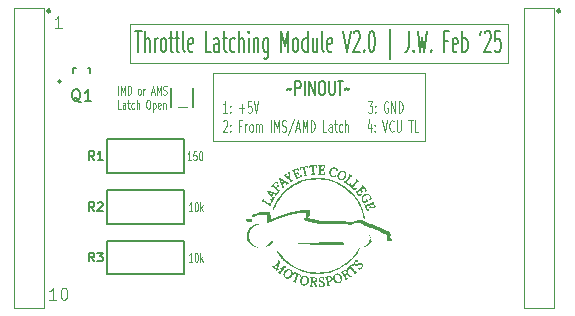
<source format=gbr>
%TF.GenerationSoftware,KiCad,Pcbnew,8.0.8*%
%TF.CreationDate,2025-02-16T23:44:41-05:00*%
%TF.ProjectId,Throttle Latching Module V2.0,5468726f-7474-46c6-9520-4c6174636869,rev?*%
%TF.SameCoordinates,Original*%
%TF.FileFunction,Legend,Top*%
%TF.FilePolarity,Positive*%
%FSLAX46Y46*%
G04 Gerber Fmt 4.6, Leading zero omitted, Abs format (unit mm)*
G04 Created by KiCad (PCBNEW 8.0.8) date 2025-02-16 23:44:41*
%MOMM*%
%LPD*%
G01*
G04 APERTURE LIST*
%ADD10C,0.000000*%
%ADD11C,0.075000*%
%ADD12C,0.100000*%
%ADD13C,0.150000*%
%ADD14C,0.125000*%
%ADD15C,0.152400*%
%ADD16C,0.076200*%
%ADD17C,0.254000*%
G04 APERTURE END LIST*
D10*
G36*
X46086808Y-34647063D02*
G01*
X46092316Y-34647856D01*
X46097434Y-34649089D01*
X46102180Y-34650738D01*
X46106572Y-34652782D01*
X46110628Y-34655198D01*
X46114366Y-34657962D01*
X46117804Y-34661053D01*
X46120958Y-34664448D01*
X46123847Y-34668124D01*
X46126489Y-34672059D01*
X46128902Y-34676230D01*
X46131103Y-34680615D01*
X46134939Y-34689935D01*
X46138142Y-34699838D01*
X46140853Y-34710144D01*
X46143213Y-34720671D01*
X46147452Y-34741670D01*
X46149614Y-34751781D01*
X46151995Y-34761390D01*
X46153779Y-34767309D01*
X46155887Y-34773476D01*
X46160534Y-34786351D01*
X46162802Y-34792954D01*
X46164854Y-34799600D01*
X46166554Y-34806236D01*
X46167229Y-34809534D01*
X46167766Y-34812810D01*
X46168147Y-34816058D01*
X46168355Y-34819271D01*
X46168374Y-34822443D01*
X46168187Y-34825567D01*
X46167776Y-34828638D01*
X46167124Y-34831647D01*
X46166216Y-34834590D01*
X46165034Y-34837459D01*
X46163560Y-34840248D01*
X46161779Y-34842951D01*
X46159673Y-34845560D01*
X46157225Y-34848071D01*
X46154418Y-34850475D01*
X46151236Y-34852768D01*
X46147662Y-34854941D01*
X46143678Y-34856989D01*
X46138355Y-34859327D01*
X46133272Y-34861200D01*
X46128421Y-34862627D01*
X46123794Y-34863626D01*
X46119382Y-34864216D01*
X46115176Y-34864416D01*
X46111167Y-34864244D01*
X46107349Y-34863718D01*
X46103711Y-34862856D01*
X46100245Y-34861678D01*
X46096943Y-34860201D01*
X46093797Y-34858445D01*
X46090797Y-34856427D01*
X46087936Y-34854166D01*
X46085204Y-34851680D01*
X46082594Y-34848988D01*
X46080096Y-34846109D01*
X46077703Y-34843060D01*
X46073195Y-34836529D01*
X46069003Y-34829542D01*
X46065057Y-34822247D01*
X46050381Y-34792940D01*
X46047681Y-34788147D01*
X46044917Y-34783720D01*
X46042090Y-34779649D01*
X46039201Y-34775923D01*
X46036252Y-34772531D01*
X46033244Y-34769462D01*
X46030178Y-34766704D01*
X46027055Y-34764247D01*
X46023878Y-34762080D01*
X46020646Y-34760192D01*
X46017362Y-34758572D01*
X46014027Y-34757208D01*
X46010642Y-34756091D01*
X46007208Y-34755209D01*
X46003727Y-34754550D01*
X46000200Y-34754105D01*
X45996628Y-34753861D01*
X45993013Y-34753809D01*
X45985657Y-34754233D01*
X45978144Y-34755290D01*
X45970482Y-34756891D01*
X45962684Y-34758949D01*
X45954758Y-34761376D01*
X45938568Y-34766985D01*
X45934047Y-34768732D01*
X45929804Y-34770592D01*
X45925833Y-34772563D01*
X45922125Y-34774642D01*
X45918675Y-34776825D01*
X45915474Y-34779110D01*
X45912517Y-34781494D01*
X45909796Y-34783973D01*
X45907303Y-34786544D01*
X45905033Y-34789205D01*
X45902977Y-34791952D01*
X45901130Y-34794781D01*
X45899483Y-34797691D01*
X45898030Y-34800678D01*
X45896763Y-34803739D01*
X45895677Y-34806870D01*
X45894763Y-34810069D01*
X45894014Y-34813333D01*
X45893425Y-34816658D01*
X45892987Y-34820042D01*
X45892538Y-34826972D01*
X45892610Y-34834099D01*
X45893149Y-34841399D01*
X45894097Y-34848845D01*
X45895398Y-34856415D01*
X45896996Y-34864083D01*
X45920369Y-34974718D01*
X45926786Y-35002196D01*
X45933900Y-35029414D01*
X45941944Y-35056279D01*
X45946388Y-35069550D01*
X45951152Y-35082699D01*
X45955292Y-35094659D01*
X45958869Y-35106938D01*
X45961953Y-35119496D01*
X45964616Y-35132293D01*
X45968961Y-35158445D01*
X45972472Y-35185075D01*
X45979262Y-35238501D01*
X45983678Y-35264659D01*
X45986389Y-35277461D01*
X45989531Y-35290025D01*
X45993173Y-35302310D01*
X45997389Y-35314278D01*
X46002247Y-35325889D01*
X46007820Y-35337103D01*
X46014178Y-35347880D01*
X46021392Y-35358180D01*
X46029534Y-35367964D01*
X46038674Y-35377192D01*
X46048883Y-35385824D01*
X46060232Y-35393820D01*
X46072792Y-35401141D01*
X46086635Y-35407746D01*
X46101831Y-35413597D01*
X46118451Y-35418653D01*
X46136566Y-35422875D01*
X46156247Y-35426223D01*
X46133416Y-35440779D01*
X46109447Y-35454187D01*
X46084584Y-35466411D01*
X46059072Y-35477413D01*
X46033153Y-35487159D01*
X46007072Y-35495612D01*
X45981072Y-35502736D01*
X45955397Y-35508495D01*
X45930290Y-35512854D01*
X45905996Y-35515776D01*
X45882757Y-35517224D01*
X45860819Y-35517164D01*
X45840423Y-35515560D01*
X45821815Y-35512374D01*
X45813257Y-35510177D01*
X45805237Y-35507571D01*
X45797786Y-35504552D01*
X45790934Y-35501116D01*
X45820104Y-35467016D01*
X45831786Y-35452666D01*
X45841640Y-35439634D01*
X45849744Y-35427560D01*
X45853165Y-35421770D01*
X45856178Y-35416085D01*
X45858795Y-35410460D01*
X45861023Y-35404849D01*
X45862875Y-35399207D01*
X45864359Y-35393490D01*
X45865485Y-35387653D01*
X45866264Y-35381650D01*
X45866705Y-35375436D01*
X45866818Y-35368966D01*
X45866614Y-35362196D01*
X45866103Y-35355081D01*
X45864196Y-35339632D01*
X45861178Y-35322261D01*
X45857129Y-35302606D01*
X45846256Y-35255006D01*
X45817030Y-35132660D01*
X45785718Y-35003288D01*
X45785132Y-35000132D01*
X45784632Y-34997163D01*
X45784205Y-34994372D01*
X45783840Y-34991751D01*
X45782729Y-34982799D01*
X45782476Y-34980900D01*
X45782207Y-34979120D01*
X45781910Y-34977451D01*
X45781571Y-34975883D01*
X45781178Y-34974409D01*
X45780718Y-34973019D01*
X45780178Y-34971705D01*
X45779546Y-34970459D01*
X45777077Y-34965653D01*
X45774917Y-34960634D01*
X45773033Y-34955424D01*
X45771391Y-34950048D01*
X45769958Y-34944528D01*
X45768701Y-34938887D01*
X45766581Y-34927335D01*
X45762976Y-34903802D01*
X45760958Y-34892190D01*
X45758440Y-34880927D01*
X45756910Y-34875485D01*
X45755154Y-34870199D01*
X45753140Y-34865093D01*
X45750834Y-34860191D01*
X45748202Y-34855514D01*
X45745211Y-34851087D01*
X45741828Y-34846932D01*
X45738019Y-34843072D01*
X45733751Y-34839532D01*
X45728990Y-34836333D01*
X45723704Y-34833498D01*
X45717858Y-34831052D01*
X45711419Y-34829017D01*
X45704354Y-34827416D01*
X45696629Y-34826272D01*
X45688211Y-34825609D01*
X45679650Y-34825381D01*
X45671565Y-34825522D01*
X45663944Y-34826024D01*
X45656775Y-34826879D01*
X45650044Y-34828077D01*
X45643740Y-34829612D01*
X45637850Y-34831473D01*
X45632362Y-34833652D01*
X45627263Y-34836141D01*
X45622541Y-34838931D01*
X45618183Y-34842014D01*
X45614177Y-34845380D01*
X45610510Y-34849022D01*
X45607170Y-34852930D01*
X45604145Y-34857096D01*
X45601422Y-34861512D01*
X45598988Y-34866169D01*
X45596832Y-34871058D01*
X45594940Y-34876171D01*
X45593301Y-34881500D01*
X45590729Y-34892767D01*
X45589016Y-34904792D01*
X45588064Y-34917506D01*
X45587772Y-34930840D01*
X45588041Y-34944725D01*
X45588771Y-34959093D01*
X45588851Y-34962309D01*
X45588686Y-34965472D01*
X45588285Y-34968573D01*
X45587659Y-34971603D01*
X45586819Y-34974556D01*
X45585775Y-34977421D01*
X45584537Y-34980192D01*
X45583115Y-34982859D01*
X45581521Y-34985415D01*
X45579763Y-34987850D01*
X45577854Y-34990158D01*
X45575802Y-34992330D01*
X45573619Y-34994357D01*
X45571314Y-34996231D01*
X45568899Y-34997944D01*
X45566382Y-34999487D01*
X45563776Y-35000853D01*
X45561090Y-35002033D01*
X45558334Y-35003019D01*
X45555519Y-35003802D01*
X45552655Y-35004374D01*
X45549753Y-35004728D01*
X45546822Y-35004854D01*
X45543874Y-35004744D01*
X45540919Y-35004391D01*
X45537966Y-35003786D01*
X45535027Y-35002920D01*
X45532111Y-35001786D01*
X45529229Y-35000375D01*
X45526392Y-34998678D01*
X45523609Y-34996688D01*
X45520892Y-34994397D01*
X45517053Y-34990699D01*
X45513487Y-34986867D01*
X45510182Y-34982905D01*
X45507125Y-34978820D01*
X45504307Y-34974619D01*
X45501714Y-34970306D01*
X45497161Y-34961373D01*
X45493372Y-34952069D01*
X45490256Y-34942443D01*
X45487721Y-34932543D01*
X45485672Y-34922418D01*
X45484018Y-34912116D01*
X45482666Y-34901687D01*
X45480498Y-34880637D01*
X45478427Y-34859658D01*
X45477195Y-34849316D01*
X45475710Y-34839137D01*
X45475215Y-34835562D01*
X45474907Y-34832089D01*
X45474781Y-34828718D01*
X45474834Y-34825447D01*
X45475059Y-34822277D01*
X45475452Y-34819205D01*
X45476009Y-34816232D01*
X45476724Y-34813357D01*
X45477592Y-34810578D01*
X45478608Y-34807895D01*
X45479769Y-34805307D01*
X45481068Y-34802814D01*
X45482501Y-34800414D01*
X45484063Y-34798106D01*
X45485749Y-34795891D01*
X45487555Y-34793766D01*
X45489475Y-34791732D01*
X45491504Y-34789787D01*
X45493638Y-34787931D01*
X45495872Y-34786162D01*
X45498201Y-34784481D01*
X45500620Y-34782886D01*
X45505708Y-34779950D01*
X45511098Y-34777350D01*
X45516751Y-34775078D01*
X45522627Y-34773128D01*
X45528689Y-34771494D01*
X45794024Y-34707225D01*
X45927017Y-34676646D01*
X45993694Y-34662280D01*
X46060531Y-34648734D01*
X46067773Y-34647544D01*
X46074555Y-34646884D01*
X46080894Y-34646731D01*
X46086808Y-34647063D01*
G37*
G36*
X44658981Y-35136189D02*
G01*
X44667344Y-35136778D01*
X44675705Y-35137751D01*
X44684060Y-35139111D01*
X44692406Y-35140859D01*
X44683849Y-35151714D01*
X44676042Y-35162639D01*
X44668955Y-35173630D01*
X44662560Y-35184687D01*
X44656829Y-35195806D01*
X44651732Y-35206987D01*
X44647241Y-35218225D01*
X44643327Y-35229520D01*
X44639961Y-35240869D01*
X44637114Y-35252269D01*
X44632864Y-35275217D01*
X44630346Y-35298345D01*
X44629329Y-35321637D01*
X44629583Y-35345074D01*
X44630878Y-35368639D01*
X44632983Y-35392313D01*
X44635669Y-35416081D01*
X44647604Y-35511724D01*
X44653712Y-35575551D01*
X44657037Y-35607082D01*
X44661066Y-35637993D01*
X44666192Y-35668009D01*
X44672810Y-35696855D01*
X44676800Y-35710755D01*
X44681311Y-35724259D01*
X44686391Y-35737334D01*
X44692090Y-35749945D01*
X44698456Y-35762058D01*
X44705539Y-35773639D01*
X44713388Y-35784654D01*
X44722052Y-35795068D01*
X44731580Y-35804846D01*
X44742021Y-35813956D01*
X44753425Y-35822362D01*
X44765840Y-35830030D01*
X44779317Y-35836926D01*
X44793903Y-35843015D01*
X44809648Y-35848264D01*
X44826601Y-35852638D01*
X44844812Y-35856102D01*
X44864330Y-35858623D01*
X44885203Y-35860167D01*
X44907480Y-35860698D01*
X44894268Y-35880102D01*
X44878737Y-35899143D01*
X44861157Y-35917665D01*
X44841801Y-35935512D01*
X44820939Y-35952529D01*
X44798843Y-35968561D01*
X44775783Y-35983451D01*
X44752031Y-35997046D01*
X44727857Y-36009189D01*
X44703534Y-36019725D01*
X44679332Y-36028498D01*
X44655522Y-36035353D01*
X44632375Y-36040135D01*
X44610163Y-36042688D01*
X44599492Y-36043080D01*
X44589156Y-36042857D01*
X44579189Y-36041999D01*
X44569626Y-36040487D01*
X44579450Y-36030548D01*
X44588216Y-36020739D01*
X44595960Y-36011052D01*
X44602717Y-36001483D01*
X44608524Y-35992026D01*
X44613415Y-35982675D01*
X44617426Y-35973425D01*
X44620593Y-35964269D01*
X44622951Y-35955202D01*
X44624535Y-35946219D01*
X44625382Y-35937314D01*
X44625527Y-35928480D01*
X44625005Y-35919713D01*
X44623852Y-35911006D01*
X44622104Y-35902355D01*
X44619795Y-35893752D01*
X44616962Y-35885193D01*
X44613640Y-35876673D01*
X44609864Y-35868184D01*
X44605671Y-35859722D01*
X44596173Y-35842854D01*
X44585430Y-35826025D01*
X44573727Y-35809188D01*
X44561347Y-35792297D01*
X44535696Y-35758176D01*
X44506071Y-35738998D01*
X44477128Y-35718918D01*
X44420604Y-35677228D01*
X44364756Y-35635459D01*
X44336659Y-35615281D01*
X44308219Y-35595966D01*
X44279263Y-35577809D01*
X44249623Y-35561105D01*
X44219126Y-35546147D01*
X44187603Y-35533230D01*
X44171402Y-35527628D01*
X44154881Y-35522647D01*
X44138017Y-35518324D01*
X44120790Y-35514695D01*
X44103178Y-35511797D01*
X44085159Y-35509666D01*
X44066713Y-35508340D01*
X44047818Y-35507856D01*
X44054178Y-35497330D01*
X44061316Y-35486832D01*
X44069174Y-35476392D01*
X44077696Y-35466040D01*
X44086823Y-35455807D01*
X44096498Y-35445722D01*
X44117259Y-35426121D01*
X44139518Y-35407479D01*
X44162814Y-35390038D01*
X44186685Y-35374041D01*
X44210669Y-35359730D01*
X44234304Y-35347346D01*
X44257130Y-35337133D01*
X44278684Y-35329333D01*
X44288840Y-35326414D01*
X44298505Y-35324188D01*
X44307622Y-35322687D01*
X44316132Y-35321941D01*
X44323978Y-35321979D01*
X44331102Y-35322833D01*
X44337446Y-35324532D01*
X44342954Y-35327107D01*
X44347567Y-35330588D01*
X44351227Y-35335005D01*
X44352769Y-35338757D01*
X44353832Y-35342349D01*
X44354448Y-35345792D01*
X44354648Y-35349095D01*
X44354464Y-35352269D01*
X44353927Y-35355325D01*
X44353069Y-35358273D01*
X44351921Y-35361124D01*
X44350515Y-35363888D01*
X44348882Y-35366575D01*
X44347054Y-35369197D01*
X44345063Y-35371763D01*
X44340716Y-35376772D01*
X44336093Y-35381685D01*
X44331447Y-35386586D01*
X44327030Y-35391559D01*
X44324986Y-35394099D01*
X44323094Y-35396688D01*
X44321386Y-35399337D01*
X44319892Y-35402056D01*
X44318645Y-35404856D01*
X44317677Y-35407748D01*
X44317017Y-35410742D01*
X44316699Y-35413848D01*
X44316754Y-35417076D01*
X44317212Y-35420438D01*
X44318107Y-35423944D01*
X44319469Y-35427604D01*
X44358230Y-35461316D01*
X44375425Y-35475775D01*
X44391405Y-35488785D01*
X44406351Y-35500458D01*
X44420446Y-35510907D01*
X44433869Y-35520244D01*
X44446803Y-35528580D01*
X44459430Y-35536029D01*
X44471929Y-35542703D01*
X44484484Y-35548712D01*
X44497274Y-35554171D01*
X44510483Y-35559190D01*
X44524290Y-35563882D01*
X44538879Y-35568360D01*
X44554429Y-35572735D01*
X44558763Y-35542530D01*
X44561832Y-35514537D01*
X44562873Y-35501318D01*
X44563574Y-35488590D01*
X44563928Y-35476333D01*
X44563927Y-35464526D01*
X44563563Y-35453148D01*
X44562828Y-35442179D01*
X44561715Y-35431599D01*
X44560216Y-35421387D01*
X44558323Y-35411521D01*
X44556029Y-35401983D01*
X44553324Y-35392751D01*
X44550203Y-35383804D01*
X44546657Y-35375123D01*
X44542678Y-35366686D01*
X44538258Y-35358474D01*
X44533390Y-35350465D01*
X44528066Y-35342638D01*
X44522278Y-35334975D01*
X44516018Y-35327453D01*
X44509279Y-35320053D01*
X44502053Y-35312753D01*
X44494332Y-35305534D01*
X44486108Y-35298374D01*
X44477374Y-35291254D01*
X44468122Y-35284152D01*
X44458343Y-35277048D01*
X44437177Y-35262753D01*
X44451459Y-35245271D01*
X44466086Y-35228989D01*
X44481032Y-35213932D01*
X44496271Y-35200125D01*
X44511777Y-35187591D01*
X44527522Y-35176356D01*
X44543482Y-35166445D01*
X44559630Y-35157881D01*
X44575938Y-35150690D01*
X44592382Y-35144897D01*
X44608934Y-35140525D01*
X44617243Y-35138880D01*
X44625569Y-35137600D01*
X44633909Y-35136688D01*
X44642260Y-35136147D01*
X44650618Y-35135979D01*
X44658981Y-35136189D01*
G37*
G36*
X51152825Y-36997788D02*
G01*
X51170716Y-36998886D01*
X51188327Y-37000733D01*
X51205651Y-37003318D01*
X51222679Y-37006631D01*
X51239404Y-37010662D01*
X51255817Y-37015401D01*
X51271911Y-37020838D01*
X51287678Y-37026963D01*
X51303110Y-37033765D01*
X51318199Y-37041235D01*
X51332938Y-37049362D01*
X51347317Y-37058137D01*
X51361330Y-37067548D01*
X51374968Y-37077587D01*
X51388223Y-37088243D01*
X51401088Y-37099505D01*
X51413555Y-37111364D01*
X51425615Y-37123809D01*
X51437261Y-37136831D01*
X51448485Y-37150419D01*
X51459279Y-37164563D01*
X51479546Y-37194480D01*
X51497997Y-37226499D01*
X51514569Y-37260541D01*
X51529200Y-37296525D01*
X51541825Y-37334368D01*
X51544316Y-37343174D01*
X51546431Y-37351697D01*
X51548176Y-37359946D01*
X51549553Y-37367927D01*
X51550568Y-37375648D01*
X51551224Y-37383115D01*
X51551526Y-37390336D01*
X51551478Y-37397318D01*
X51551085Y-37404068D01*
X51550349Y-37410593D01*
X51549276Y-37416900D01*
X51547870Y-37422997D01*
X51546135Y-37428890D01*
X51544075Y-37434587D01*
X51541695Y-37440094D01*
X51538998Y-37445420D01*
X51535989Y-37450570D01*
X51532671Y-37455553D01*
X51529050Y-37460375D01*
X51525129Y-37465044D01*
X51520913Y-37469566D01*
X51516406Y-37473949D01*
X51511611Y-37478200D01*
X51506534Y-37482326D01*
X51501178Y-37486334D01*
X51495548Y-37490231D01*
X51483480Y-37497722D01*
X51470366Y-37504855D01*
X51456237Y-37511689D01*
X51445010Y-37516830D01*
X51439437Y-37519269D01*
X51433898Y-37521517D01*
X51428400Y-37523497D01*
X51422947Y-37525135D01*
X51420239Y-37525801D01*
X51417546Y-37526352D01*
X51414866Y-37526779D01*
X51412201Y-37527072D01*
X51409552Y-37527222D01*
X51406920Y-37527219D01*
X51404305Y-37527053D01*
X51401707Y-37526715D01*
X51399128Y-37526196D01*
X51396569Y-37525485D01*
X51394029Y-37524573D01*
X51391510Y-37523451D01*
X51389013Y-37522109D01*
X51386538Y-37520538D01*
X51384085Y-37518727D01*
X51381656Y-37516668D01*
X51379251Y-37514350D01*
X51376872Y-37511764D01*
X51374518Y-37508901D01*
X51372190Y-37505751D01*
X51370034Y-37502515D01*
X51368134Y-37499321D01*
X51366482Y-37496170D01*
X51365071Y-37493060D01*
X51363895Y-37489994D01*
X51362945Y-37486970D01*
X51362216Y-37483990D01*
X51361699Y-37481053D01*
X51361388Y-37478160D01*
X51361275Y-37475312D01*
X51361354Y-37472508D01*
X51361617Y-37469749D01*
X51362058Y-37467035D01*
X51362668Y-37464366D01*
X51363441Y-37461743D01*
X51364371Y-37459166D01*
X51365448Y-37456636D01*
X51366668Y-37454152D01*
X51368022Y-37451714D01*
X51369503Y-37449325D01*
X51371105Y-37446982D01*
X51372820Y-37444687D01*
X51374640Y-37442441D01*
X51376560Y-37440243D01*
X51378571Y-37438093D01*
X51380667Y-37435993D01*
X51385085Y-37431940D01*
X51389756Y-37428087D01*
X51394622Y-37424435D01*
X51401534Y-37419241D01*
X51407848Y-37414018D01*
X51413582Y-37408766D01*
X51418755Y-37403486D01*
X51423382Y-37398180D01*
X51427482Y-37392848D01*
X51431072Y-37387492D01*
X51434168Y-37382112D01*
X51436789Y-37376710D01*
X51438951Y-37371287D01*
X51440673Y-37365844D01*
X51441971Y-37360382D01*
X51442862Y-37354902D01*
X51443364Y-37349405D01*
X51443495Y-37343892D01*
X51443271Y-37338365D01*
X51442710Y-37332823D01*
X51441829Y-37327270D01*
X51440645Y-37321704D01*
X51439177Y-37316128D01*
X51435453Y-37304949D01*
X51430797Y-37293741D01*
X51425346Y-37282512D01*
X51419240Y-37271272D01*
X51412616Y-37260028D01*
X51405614Y-37248789D01*
X51393572Y-37231092D01*
X51380839Y-37214769D01*
X51367434Y-37199832D01*
X51353374Y-37186293D01*
X51338674Y-37174164D01*
X51323354Y-37163458D01*
X51307428Y-37154186D01*
X51290916Y-37146360D01*
X51273834Y-37139994D01*
X51256199Y-37135099D01*
X51238028Y-37131687D01*
X51219339Y-37129770D01*
X51200148Y-37129361D01*
X51180473Y-37130471D01*
X51160330Y-37133113D01*
X51139738Y-37137300D01*
X51114774Y-37143644D01*
X51090207Y-37150733D01*
X51066085Y-37158641D01*
X51042458Y-37167441D01*
X51019375Y-37177207D01*
X50996885Y-37188011D01*
X50975036Y-37199927D01*
X50953877Y-37213028D01*
X50933458Y-37227388D01*
X50913827Y-37243080D01*
X50904323Y-37251448D01*
X50895034Y-37260177D01*
X50885967Y-37269276D01*
X50877127Y-37278753D01*
X50868522Y-37288618D01*
X50860156Y-37298880D01*
X50852036Y-37309549D01*
X50844168Y-37320633D01*
X50836559Y-37332142D01*
X50829214Y-37344085D01*
X50822140Y-37356470D01*
X50815342Y-37369308D01*
X50809627Y-37384957D01*
X50804990Y-37400335D01*
X50801393Y-37415454D01*
X50798801Y-37430330D01*
X50797176Y-37444974D01*
X50796483Y-37459402D01*
X50796685Y-37473626D01*
X50797746Y-37487661D01*
X50799629Y-37501520D01*
X50802298Y-37515217D01*
X50805716Y-37528765D01*
X50809847Y-37542179D01*
X50814655Y-37555472D01*
X50820103Y-37568657D01*
X50826155Y-37581749D01*
X50832774Y-37594761D01*
X50839884Y-37607383D01*
X50847141Y-37618679D01*
X50854599Y-37628658D01*
X50858421Y-37633156D01*
X50862314Y-37637328D01*
X50866285Y-37641174D01*
X50870340Y-37644696D01*
X50874487Y-37647894D01*
X50878732Y-37650770D01*
X50883083Y-37653325D01*
X50887546Y-37655559D01*
X50892128Y-37657474D01*
X50896837Y-37659070D01*
X50901677Y-37660349D01*
X50906658Y-37661311D01*
X50911785Y-37661957D01*
X50917066Y-37662290D01*
X50922507Y-37662308D01*
X50928115Y-37662014D01*
X50933897Y-37661408D01*
X50939860Y-37660492D01*
X50946011Y-37659266D01*
X50952357Y-37657732D01*
X50965659Y-37653741D01*
X50979823Y-37648527D01*
X50994903Y-37642098D01*
X51003443Y-37638032D01*
X51011426Y-37633815D01*
X51018866Y-37629443D01*
X51025783Y-37624914D01*
X51032192Y-37620224D01*
X51038112Y-37615372D01*
X51043560Y-37610353D01*
X51048552Y-37605166D01*
X51053106Y-37599807D01*
X51057240Y-37594274D01*
X51060969Y-37588564D01*
X51064313Y-37582673D01*
X51067287Y-37576601D01*
X51069910Y-37570342D01*
X51072197Y-37563895D01*
X51074168Y-37557258D01*
X51077225Y-37543397D01*
X51079219Y-37528738D01*
X51080287Y-37513259D01*
X51080568Y-37496936D01*
X51080199Y-37479747D01*
X51079318Y-37461670D01*
X51076571Y-37422762D01*
X51097168Y-37440187D01*
X51116094Y-37457795D01*
X51133485Y-37475629D01*
X51149475Y-37493734D01*
X51164198Y-37512155D01*
X51177790Y-37530937D01*
X51190385Y-37550123D01*
X51202118Y-37569759D01*
X51213124Y-37589890D01*
X51223536Y-37610559D01*
X51233490Y-37631812D01*
X51243121Y-37653693D01*
X51261951Y-37699518D01*
X51281103Y-37748390D01*
X51270002Y-37742733D01*
X51259205Y-37737751D01*
X51248703Y-37733418D01*
X51238484Y-37729711D01*
X51228539Y-37726604D01*
X51218857Y-37724073D01*
X51209427Y-37722094D01*
X51200240Y-37720642D01*
X51191284Y-37719692D01*
X51182550Y-37719221D01*
X51174026Y-37719203D01*
X51165702Y-37719615D01*
X51157568Y-37720431D01*
X51149614Y-37721627D01*
X51141828Y-37723179D01*
X51134201Y-37725063D01*
X51126722Y-37727253D01*
X51119381Y-37729725D01*
X51105069Y-37735418D01*
X51091182Y-37741946D01*
X51077637Y-37749113D01*
X51064349Y-37756723D01*
X51051236Y-37764581D01*
X51025197Y-37780252D01*
X51010714Y-37788417D01*
X51003528Y-37792145D01*
X50996352Y-37795572D01*
X50989164Y-37798646D01*
X50981945Y-37801320D01*
X50974673Y-37803542D01*
X50967329Y-37805263D01*
X50959892Y-37806434D01*
X50952340Y-37807005D01*
X50948516Y-37807050D01*
X50944654Y-37806926D01*
X50940755Y-37806627D01*
X50936814Y-37806147D01*
X50932829Y-37805480D01*
X50928797Y-37804619D01*
X50924717Y-37803558D01*
X50920585Y-37802292D01*
X50916398Y-37800813D01*
X50912155Y-37799116D01*
X50907853Y-37797194D01*
X50903488Y-37795042D01*
X50890411Y-37787780D01*
X50877565Y-37779642D01*
X50864971Y-37770668D01*
X50852647Y-37760901D01*
X50828891Y-37739154D01*
X50806454Y-37714735D01*
X50785494Y-37687979D01*
X50766168Y-37659221D01*
X50748634Y-37628795D01*
X50733048Y-37597035D01*
X50719569Y-37564276D01*
X50708353Y-37530853D01*
X50699559Y-37497100D01*
X50693342Y-37463352D01*
X50689860Y-37429942D01*
X50689272Y-37397207D01*
X50690112Y-37381196D01*
X50691734Y-37365480D01*
X50694157Y-37350098D01*
X50697403Y-37335095D01*
X50702332Y-37316920D01*
X50708031Y-37299078D01*
X50714480Y-37281584D01*
X50721658Y-37264455D01*
X50729544Y-37247705D01*
X50738117Y-37231352D01*
X50757243Y-37199897D01*
X50778872Y-37170218D01*
X50802837Y-37142442D01*
X50828974Y-37116698D01*
X50857118Y-37093112D01*
X50887102Y-37071812D01*
X50918762Y-37052927D01*
X50951933Y-37036582D01*
X50986449Y-37022907D01*
X51022146Y-37012029D01*
X51040385Y-37007678D01*
X51058857Y-37004074D01*
X51077541Y-37001234D01*
X51096418Y-36999172D01*
X51115465Y-36997905D01*
X51134663Y-36997449D01*
X51152825Y-36997788D01*
G37*
G36*
X46942303Y-44308760D02*
G01*
X46940847Y-44319782D01*
X46938747Y-44330780D01*
X46936004Y-44341728D01*
X46932618Y-44352601D01*
X46928589Y-44363372D01*
X46923918Y-44374016D01*
X46918605Y-44384507D01*
X46912649Y-44394818D01*
X46906052Y-44404924D01*
X46898812Y-44414798D01*
X46890931Y-44424416D01*
X46882409Y-44433750D01*
X46873245Y-44442775D01*
X46863704Y-44451367D01*
X46853812Y-44459719D01*
X46843558Y-44467956D01*
X46832929Y-44476202D01*
X46810504Y-44493218D01*
X46798685Y-44502235D01*
X46786447Y-44511759D01*
X46796365Y-44521601D01*
X46805309Y-44531890D01*
X46813353Y-44542590D01*
X46820573Y-44553666D01*
X46827041Y-44565083D01*
X46832833Y-44576803D01*
X46838023Y-44588793D01*
X46842685Y-44601015D01*
X46850723Y-44626015D01*
X46857541Y-44651519D01*
X46869894Y-44702892D01*
X46876618Y-44728189D01*
X46884500Y-44752846D01*
X46889061Y-44764846D01*
X46894134Y-44776578D01*
X46899794Y-44788006D01*
X46906114Y-44799097D01*
X46913170Y-44809812D01*
X46921036Y-44820118D01*
X46929785Y-44829978D01*
X46939492Y-44839356D01*
X46950232Y-44848216D01*
X46962078Y-44856524D01*
X46975105Y-44864243D01*
X46989388Y-44871337D01*
X46978728Y-44877924D01*
X46968239Y-44883949D01*
X46957927Y-44889416D01*
X46947796Y-44894327D01*
X46937850Y-44898685D01*
X46928095Y-44902493D01*
X46918536Y-44905752D01*
X46909177Y-44908465D01*
X46900022Y-44910636D01*
X46891077Y-44912266D01*
X46882347Y-44913358D01*
X46873835Y-44913915D01*
X46865548Y-44913940D01*
X46857489Y-44913434D01*
X46849664Y-44912401D01*
X46842076Y-44910843D01*
X46834732Y-44908763D01*
X46827635Y-44906162D01*
X46820791Y-44903045D01*
X46814204Y-44899413D01*
X46807879Y-44895268D01*
X46801820Y-44890615D01*
X46796033Y-44885454D01*
X46790523Y-44879789D01*
X46785293Y-44873623D01*
X46780349Y-44866957D01*
X46775695Y-44859794D01*
X46771337Y-44852138D01*
X46767278Y-44843990D01*
X46763524Y-44835353D01*
X46760080Y-44826230D01*
X46756950Y-44816623D01*
X46705232Y-44598119D01*
X46703561Y-44593059D01*
X46701705Y-44588163D01*
X46699670Y-44583431D01*
X46697460Y-44578863D01*
X46695080Y-44574460D01*
X46692536Y-44570221D01*
X46689831Y-44566148D01*
X46686972Y-44562239D01*
X46683963Y-44558497D01*
X46680809Y-44554920D01*
X46677514Y-44551509D01*
X46674085Y-44548264D01*
X46670525Y-44545186D01*
X46666840Y-44542275D01*
X46659114Y-44536953D01*
X46650946Y-44532301D01*
X46642375Y-44528321D01*
X46633442Y-44525014D01*
X46624185Y-44522382D01*
X46614645Y-44520428D01*
X46604860Y-44519154D01*
X46594871Y-44518560D01*
X46584716Y-44518650D01*
X46578853Y-44519070D01*
X46573471Y-44519804D01*
X46568548Y-44520839D01*
X46564064Y-44522160D01*
X46559996Y-44523754D01*
X46556325Y-44525607D01*
X46553029Y-44527705D01*
X46550086Y-44530035D01*
X46547476Y-44532582D01*
X46545177Y-44535332D01*
X46543169Y-44538272D01*
X46541430Y-44541388D01*
X46539938Y-44544667D01*
X46538674Y-44548093D01*
X46537615Y-44551654D01*
X46536740Y-44555335D01*
X46535460Y-44563003D01*
X46534663Y-44570988D01*
X46533844Y-44587462D01*
X46533483Y-44595730D01*
X46532929Y-44603871D01*
X46532012Y-44611774D01*
X46530563Y-44619329D01*
X46526596Y-44636742D01*
X46523264Y-44653925D01*
X46520754Y-44670832D01*
X46519250Y-44687419D01*
X46518933Y-44695580D01*
X46518937Y-44703644D01*
X46519285Y-44711606D01*
X46520000Y-44719462D01*
X46521106Y-44727204D01*
X46522625Y-44734828D01*
X46524580Y-44742329D01*
X46526995Y-44749700D01*
X46529894Y-44756936D01*
X46533298Y-44764033D01*
X46537231Y-44770983D01*
X46541716Y-44777783D01*
X46546777Y-44784425D01*
X46552437Y-44790906D01*
X46558718Y-44797219D01*
X46565643Y-44803358D01*
X46573237Y-44809319D01*
X46581522Y-44815096D01*
X46590521Y-44820684D01*
X46600257Y-44826076D01*
X46610753Y-44831268D01*
X46622034Y-44836253D01*
X46634120Y-44841027D01*
X46647037Y-44845584D01*
X46636192Y-44850132D01*
X46625496Y-44854181D01*
X46614946Y-44857756D01*
X46604533Y-44860881D01*
X46584101Y-44865886D01*
X46564152Y-44869399D01*
X46544640Y-44871621D01*
X46525517Y-44872755D01*
X46506738Y-44873004D01*
X46488254Y-44872569D01*
X46416342Y-44868042D01*
X46398636Y-44867225D01*
X46380944Y-44866938D01*
X46363219Y-44867384D01*
X46345416Y-44868766D01*
X46330378Y-44866163D01*
X46323215Y-44864820D01*
X46316353Y-44863340D01*
X46309838Y-44861642D01*
X46306726Y-44860686D01*
X46303719Y-44859644D01*
X46300822Y-44858506D01*
X46298042Y-44857263D01*
X46295384Y-44855904D01*
X46292855Y-44854419D01*
X46290461Y-44852798D01*
X46288207Y-44851030D01*
X46286099Y-44849105D01*
X46284143Y-44847014D01*
X46282345Y-44844745D01*
X46280712Y-44842288D01*
X46279248Y-44839634D01*
X46277960Y-44836773D01*
X46276854Y-44833693D01*
X46275936Y-44830385D01*
X46275212Y-44826838D01*
X46274687Y-44823043D01*
X46274368Y-44818988D01*
X46274261Y-44814665D01*
X46274370Y-44810062D01*
X46274703Y-44805170D01*
X46282952Y-44803852D01*
X46290740Y-44802224D01*
X46298083Y-44800292D01*
X46304997Y-44798065D01*
X46311496Y-44795549D01*
X46317595Y-44792753D01*
X46323311Y-44789685D01*
X46328659Y-44786351D01*
X46333653Y-44782759D01*
X46338309Y-44778917D01*
X46342642Y-44774832D01*
X46346667Y-44770512D01*
X46350401Y-44765965D01*
X46353857Y-44761197D01*
X46357052Y-44756217D01*
X46360000Y-44751033D01*
X46365219Y-44740079D01*
X46369635Y-44728397D01*
X46373371Y-44716047D01*
X46376550Y-44703089D01*
X46379292Y-44689584D01*
X46381722Y-44675593D01*
X46386129Y-44646392D01*
X46388732Y-44626364D01*
X46390767Y-44606323D01*
X46393475Y-44566222D01*
X46394927Y-44526124D01*
X46395799Y-44486066D01*
X46396766Y-44446083D01*
X46398504Y-44406213D01*
X46399873Y-44386332D01*
X46401688Y-44366492D01*
X46404033Y-44346698D01*
X46406993Y-44326954D01*
X46407172Y-44325923D01*
X46541287Y-44325923D01*
X46542039Y-44339851D01*
X46543704Y-44353535D01*
X46546348Y-44366912D01*
X46550036Y-44379917D01*
X46552291Y-44386260D01*
X46554833Y-44392486D01*
X46557668Y-44398587D01*
X46560805Y-44404555D01*
X46563781Y-44409428D01*
X46567034Y-44413894D01*
X46570548Y-44417966D01*
X46574310Y-44421655D01*
X46578306Y-44424972D01*
X46582522Y-44427930D01*
X46586943Y-44430538D01*
X46591556Y-44432810D01*
X46596346Y-44434755D01*
X46601300Y-44436386D01*
X46606403Y-44437714D01*
X46611641Y-44438751D01*
X46617001Y-44439507D01*
X46622467Y-44439994D01*
X46633664Y-44440209D01*
X46645120Y-44439486D01*
X46656722Y-44437916D01*
X46668358Y-44435592D01*
X46679914Y-44432604D01*
X46691278Y-44429043D01*
X46702337Y-44425002D01*
X46712978Y-44420572D01*
X46723089Y-44415844D01*
X46735000Y-44409433D01*
X46746041Y-44402403D01*
X46756185Y-44394771D01*
X46765403Y-44386551D01*
X46769657Y-44382225D01*
X46773669Y-44377760D01*
X46777435Y-44373155D01*
X46780953Y-44368414D01*
X46784219Y-44363538D01*
X46787229Y-44358529D01*
X46789980Y-44353389D01*
X46792468Y-44348121D01*
X46794691Y-44342726D01*
X46796643Y-44337206D01*
X46798322Y-44331564D01*
X46799725Y-44325800D01*
X46800848Y-44319918D01*
X46801687Y-44313920D01*
X46802240Y-44307807D01*
X46802501Y-44301581D01*
X46802469Y-44295244D01*
X46802139Y-44288799D01*
X46801508Y-44282247D01*
X46800573Y-44275590D01*
X46799330Y-44268830D01*
X46797776Y-44261970D01*
X46795906Y-44255012D01*
X46793718Y-44247956D01*
X46791401Y-44241487D01*
X46788801Y-44235238D01*
X46785918Y-44229211D01*
X46782754Y-44223412D01*
X46779311Y-44217842D01*
X46775590Y-44212506D01*
X46771592Y-44207406D01*
X46767319Y-44202546D01*
X46762773Y-44197930D01*
X46757953Y-44193561D01*
X46752863Y-44189442D01*
X46747503Y-44185577D01*
X46741874Y-44181969D01*
X46735979Y-44178621D01*
X46729818Y-44175537D01*
X46723393Y-44172720D01*
X46711139Y-44170039D01*
X46698936Y-44167122D01*
X46674938Y-44161190D01*
X46663273Y-44158483D01*
X46651916Y-44156153D01*
X46640933Y-44154354D01*
X46630389Y-44153238D01*
X46625301Y-44152985D01*
X46620347Y-44152960D01*
X46615534Y-44153183D01*
X46610872Y-44153673D01*
X46606368Y-44154450D01*
X46602030Y-44155531D01*
X46597866Y-44156937D01*
X46593884Y-44158686D01*
X46590093Y-44160799D01*
X46586500Y-44163293D01*
X46583114Y-44166189D01*
X46579942Y-44169505D01*
X46576993Y-44173260D01*
X46574275Y-44177475D01*
X46571796Y-44182167D01*
X46569563Y-44187356D01*
X46564790Y-44200193D01*
X46560274Y-44213427D01*
X46556081Y-44226995D01*
X46552277Y-44240832D01*
X46548927Y-44254875D01*
X46546097Y-44269059D01*
X46543853Y-44283319D01*
X46542259Y-44297593D01*
X46541382Y-44311816D01*
X46541287Y-44325923D01*
X46407172Y-44325923D01*
X46413155Y-44291407D01*
X46416032Y-44273906D01*
X46418467Y-44256700D01*
X46420228Y-44239871D01*
X46421087Y-44223504D01*
X46421105Y-44215520D01*
X46420812Y-44207683D01*
X46420177Y-44200003D01*
X46419173Y-44192490D01*
X46417771Y-44185156D01*
X46415941Y-44178011D01*
X46413655Y-44171065D01*
X46410885Y-44164329D01*
X46407601Y-44157812D01*
X46403775Y-44151527D01*
X46399378Y-44145482D01*
X46394381Y-44139690D01*
X46388755Y-44134159D01*
X46382472Y-44128900D01*
X46375503Y-44123925D01*
X46367819Y-44119244D01*
X46359391Y-44114866D01*
X46350191Y-44110803D01*
X46340190Y-44107064D01*
X46329358Y-44103661D01*
X46329016Y-44100904D01*
X46328761Y-44098217D01*
X46328593Y-44095599D01*
X46328508Y-44093052D01*
X46328504Y-44090579D01*
X46328579Y-44088179D01*
X46328730Y-44085855D01*
X46328955Y-44083608D01*
X46329253Y-44081439D01*
X46329619Y-44079350D01*
X46330052Y-44077342D01*
X46330551Y-44075415D01*
X46331111Y-44073573D01*
X46331731Y-44071816D01*
X46332409Y-44070144D01*
X46333142Y-44068561D01*
X46333927Y-44067067D01*
X46334764Y-44065663D01*
X46335648Y-44064351D01*
X46336578Y-44063132D01*
X46337551Y-44062008D01*
X46338565Y-44060979D01*
X46339618Y-44060048D01*
X46340707Y-44059215D01*
X46341830Y-44058482D01*
X46342984Y-44057850D01*
X46344168Y-44057322D01*
X46345378Y-44056897D01*
X46346613Y-44056577D01*
X46347869Y-44056364D01*
X46349146Y-44056259D01*
X46350440Y-44056264D01*
X46413778Y-44058046D01*
X46477417Y-44058686D01*
X46541036Y-44059806D01*
X46572737Y-44061054D01*
X46604311Y-44063029D01*
X46635719Y-44065936D01*
X46666921Y-44069977D01*
X46697876Y-44075354D01*
X46728543Y-44082271D01*
X46758883Y-44090930D01*
X46788854Y-44101534D01*
X46818418Y-44114285D01*
X46847533Y-44129388D01*
X46858331Y-44135926D01*
X46868483Y-44142934D01*
X46877988Y-44150385D01*
X46886847Y-44158254D01*
X46895059Y-44166515D01*
X46902626Y-44175142D01*
X46909547Y-44184108D01*
X46915823Y-44193389D01*
X46921454Y-44202957D01*
X46926439Y-44212787D01*
X46930779Y-44222853D01*
X46934475Y-44233129D01*
X46937526Y-44243589D01*
X46939932Y-44254207D01*
X46941694Y-44264957D01*
X46942812Y-44275813D01*
X46943286Y-44286750D01*
X46943116Y-44297741D01*
X46942833Y-44301581D01*
X46942303Y-44308760D01*
G37*
G36*
X46804828Y-34570049D02*
G01*
X46817369Y-34570845D01*
X46829151Y-34572145D01*
X46840180Y-34573956D01*
X46850460Y-34576287D01*
X46859999Y-34579143D01*
X46868800Y-34582534D01*
X46876871Y-34586466D01*
X46884216Y-34590946D01*
X46890841Y-34595983D01*
X46896752Y-34601584D01*
X46901955Y-34607755D01*
X46906454Y-34614506D01*
X46910257Y-34621843D01*
X46913367Y-34629773D01*
X46915792Y-34638305D01*
X46917536Y-34647445D01*
X46918605Y-34657201D01*
X46919005Y-34667580D01*
X46918741Y-34678591D01*
X46917819Y-34690241D01*
X46916245Y-34702536D01*
X46914025Y-34715484D01*
X46911163Y-34729094D01*
X46903538Y-34758326D01*
X46893417Y-34790292D01*
X46887492Y-34791467D01*
X46881916Y-34792251D01*
X46876674Y-34792660D01*
X46871754Y-34792709D01*
X46867143Y-34792415D01*
X46862828Y-34791794D01*
X46858796Y-34790860D01*
X46855034Y-34789631D01*
X46851529Y-34788122D01*
X46848268Y-34786349D01*
X46845238Y-34784327D01*
X46842426Y-34782074D01*
X46839819Y-34779604D01*
X46837404Y-34776933D01*
X46835169Y-34774078D01*
X46833100Y-34771055D01*
X46831184Y-34767878D01*
X46829408Y-34764565D01*
X46826225Y-34757591D01*
X46823447Y-34750261D01*
X46820971Y-34742700D01*
X46816506Y-34727400D01*
X46814311Y-34719914D01*
X46812002Y-34712706D01*
X46809290Y-34705269D01*
X46806397Y-34698349D01*
X46803298Y-34691960D01*
X46799971Y-34686118D01*
X46798215Y-34683406D01*
X46796393Y-34680837D01*
X46794502Y-34678411D01*
X46792539Y-34676132D01*
X46790501Y-34674000D01*
X46788385Y-34672018D01*
X46786189Y-34670187D01*
X46783910Y-34668509D01*
X46781544Y-34666987D01*
X46779089Y-34665621D01*
X46776541Y-34664415D01*
X46773898Y-34663369D01*
X46771157Y-34662486D01*
X46768315Y-34661767D01*
X46765369Y-34661214D01*
X46762315Y-34660829D01*
X46759152Y-34660615D01*
X46755876Y-34660572D01*
X46752484Y-34660703D01*
X46748974Y-34661009D01*
X46745341Y-34661492D01*
X46741585Y-34662155D01*
X46737700Y-34662999D01*
X46733685Y-34664026D01*
X46706444Y-34671055D01*
X46699527Y-34673070D01*
X46692772Y-34675309D01*
X46689488Y-34676530D01*
X46686282Y-34677830D01*
X46683167Y-34679215D01*
X46680157Y-34680694D01*
X46677264Y-34682273D01*
X46674501Y-34683961D01*
X46671881Y-34685764D01*
X46669416Y-34687690D01*
X46667119Y-34689747D01*
X46665003Y-34691942D01*
X46663081Y-34694283D01*
X46661365Y-34696777D01*
X46659869Y-34699431D01*
X46658605Y-34702253D01*
X46657585Y-34705251D01*
X46656824Y-34708432D01*
X46656332Y-34711804D01*
X46656124Y-34715373D01*
X46656211Y-34719148D01*
X46656607Y-34723137D01*
X46660711Y-34763848D01*
X46662509Y-34805135D01*
X46662638Y-34846846D01*
X46661730Y-34888830D01*
X46659350Y-34973011D01*
X46659146Y-35014907D01*
X46660448Y-35056471D01*
X46663889Y-35097553D01*
X46670104Y-35138001D01*
X46674451Y-35157940D01*
X46679729Y-35177665D01*
X46686019Y-35197155D01*
X46693399Y-35216393D01*
X46701949Y-35235358D01*
X46711748Y-35254034D01*
X46722876Y-35272399D01*
X46735412Y-35290437D01*
X46749435Y-35308127D01*
X46765025Y-35325451D01*
X46782261Y-35342390D01*
X46801223Y-35358925D01*
X46792838Y-35364023D01*
X46783775Y-35368844D01*
X46763808Y-35377639D01*
X46741713Y-35385277D01*
X46717882Y-35391720D01*
X46692708Y-35396934D01*
X46666582Y-35400883D01*
X46639896Y-35403532D01*
X46613041Y-35404845D01*
X46586411Y-35404786D01*
X46560395Y-35403321D01*
X46535387Y-35400413D01*
X46511779Y-35396027D01*
X46489961Y-35390128D01*
X46479846Y-35386600D01*
X46470326Y-35382680D01*
X46461450Y-35378363D01*
X46453267Y-35373647D01*
X46445825Y-35368525D01*
X46439174Y-35362994D01*
X46450916Y-35360141D01*
X46461791Y-35356888D01*
X46471829Y-35353251D01*
X46481063Y-35349245D01*
X46489525Y-35344884D01*
X46497245Y-35340184D01*
X46504255Y-35335160D01*
X46510588Y-35329826D01*
X46516274Y-35324199D01*
X46521346Y-35318293D01*
X46525835Y-35312122D01*
X46529772Y-35305703D01*
X46533189Y-35299050D01*
X46536118Y-35292178D01*
X46538590Y-35285103D01*
X46540638Y-35277839D01*
X46542292Y-35270401D01*
X46543585Y-35262805D01*
X46545211Y-35247197D01*
X46545771Y-35231136D01*
X46545516Y-35214742D01*
X46541414Y-35148247D01*
X46536891Y-35062426D01*
X46531213Y-34976643D01*
X46527724Y-34933816D01*
X46523686Y-34891059D01*
X46519013Y-34848392D01*
X46513617Y-34805834D01*
X46512672Y-34797211D01*
X46512003Y-34788090D01*
X46510881Y-34768916D01*
X46510121Y-34759140D01*
X46509023Y-34749423D01*
X46508299Y-34744631D01*
X46507434Y-34739906D01*
X46506407Y-34735265D01*
X46505201Y-34730726D01*
X46503794Y-34726306D01*
X46502169Y-34722023D01*
X46500306Y-34717894D01*
X46498187Y-34713936D01*
X46495791Y-34710167D01*
X46493099Y-34706604D01*
X46490093Y-34703265D01*
X46486753Y-34700166D01*
X46483061Y-34697326D01*
X46478996Y-34694762D01*
X46474540Y-34692491D01*
X46469673Y-34690530D01*
X46464377Y-34688897D01*
X46458632Y-34687609D01*
X46452419Y-34686684D01*
X46445719Y-34686139D01*
X46434437Y-34685955D01*
X46428964Y-34686160D01*
X46423609Y-34686565D01*
X46418375Y-34687172D01*
X46413268Y-34687981D01*
X46408291Y-34688994D01*
X46403448Y-34690213D01*
X46398744Y-34691639D01*
X46394183Y-34693274D01*
X46389769Y-34695118D01*
X46385506Y-34697174D01*
X46381398Y-34699442D01*
X46377450Y-34701924D01*
X46373666Y-34704622D01*
X46370050Y-34707537D01*
X46366607Y-34710669D01*
X46363339Y-34714022D01*
X46360253Y-34717596D01*
X46357351Y-34721392D01*
X46354638Y-34725412D01*
X46352118Y-34729658D01*
X46349796Y-34734130D01*
X46347675Y-34738830D01*
X46345760Y-34743760D01*
X46344056Y-34748921D01*
X46342565Y-34754315D01*
X46341293Y-34759942D01*
X46340244Y-34765804D01*
X46339421Y-34771904D01*
X46338829Y-34778241D01*
X46338473Y-34784817D01*
X46338324Y-34787538D01*
X46338073Y-34790227D01*
X46337720Y-34792880D01*
X46337265Y-34795494D01*
X46336708Y-34798064D01*
X46336051Y-34800587D01*
X46335294Y-34803060D01*
X46334438Y-34805477D01*
X46333482Y-34807836D01*
X46332428Y-34810132D01*
X46331275Y-34812362D01*
X46330026Y-34814522D01*
X46328679Y-34816608D01*
X46327236Y-34818616D01*
X46325697Y-34820543D01*
X46324063Y-34822385D01*
X46322334Y-34824137D01*
X46320510Y-34825797D01*
X46318593Y-34827359D01*
X46316583Y-34828821D01*
X46314480Y-34830179D01*
X46312285Y-34831429D01*
X46309998Y-34832566D01*
X46307620Y-34833588D01*
X46305151Y-34834490D01*
X46302592Y-34835268D01*
X46299944Y-34835919D01*
X46297207Y-34836440D01*
X46294381Y-34836825D01*
X46291467Y-34837071D01*
X46288466Y-34837175D01*
X46285378Y-34837133D01*
X46284126Y-34837060D01*
X46282854Y-34836934D01*
X46280261Y-34836530D01*
X46277616Y-34835932D01*
X46274939Y-34835154D01*
X46272248Y-34834206D01*
X46269562Y-34833100D01*
X46266899Y-34831849D01*
X46264278Y-34830464D01*
X46261718Y-34828958D01*
X46259237Y-34827341D01*
X46256854Y-34825626D01*
X46254588Y-34823825D01*
X46252457Y-34821950D01*
X46250480Y-34820013D01*
X46248675Y-34818025D01*
X46247061Y-34815998D01*
X46242537Y-34809357D01*
X46238594Y-34802467D01*
X46235219Y-34795353D01*
X46232401Y-34788043D01*
X46230128Y-34780562D01*
X46228387Y-34772936D01*
X46227168Y-34765192D01*
X46226457Y-34757355D01*
X46226244Y-34749451D01*
X46226516Y-34741508D01*
X46227262Y-34733551D01*
X46228469Y-34725605D01*
X46230125Y-34717698D01*
X46232219Y-34709855D01*
X46234739Y-34702103D01*
X46237673Y-34694468D01*
X46241008Y-34686975D01*
X46244734Y-34679651D01*
X46248837Y-34672523D01*
X46253307Y-34665615D01*
X46258131Y-34658955D01*
X46263298Y-34652568D01*
X46268795Y-34646481D01*
X46274610Y-34640720D01*
X46280733Y-34635311D01*
X46287150Y-34630279D01*
X46293849Y-34625652D01*
X46300820Y-34621455D01*
X46308050Y-34617715D01*
X46315527Y-34614457D01*
X46323239Y-34611708D01*
X46331174Y-34609494D01*
X46348054Y-34605765D01*
X46364977Y-34602665D01*
X46381956Y-34600132D01*
X46399006Y-34598104D01*
X46416139Y-34596521D01*
X46433369Y-34595322D01*
X46468178Y-34593827D01*
X46539573Y-34592739D01*
X46576378Y-34592166D01*
X46614069Y-34590918D01*
X46630890Y-34588506D01*
X46646792Y-34586050D01*
X46676384Y-34581220D01*
X46703934Y-34576851D01*
X46717286Y-34574972D01*
X46730537Y-34573366D01*
X46762592Y-34570610D01*
X46791522Y-34569749D01*
X46804828Y-34570049D01*
G37*
G36*
X43559753Y-37019896D02*
G01*
X43523870Y-37057718D01*
X43490159Y-37091641D01*
X43459526Y-37120625D01*
X43432878Y-37143629D01*
X43411120Y-37159615D01*
X43402358Y-37164650D01*
X43395159Y-37167540D01*
X43396921Y-37158836D01*
X43398333Y-37150378D01*
X43399397Y-37142167D01*
X43400113Y-37134206D01*
X43400482Y-37126494D01*
X43400506Y-37119035D01*
X43400186Y-37111829D01*
X43399522Y-37104877D01*
X43398517Y-37098181D01*
X43397170Y-37091743D01*
X43395483Y-37085563D01*
X43393458Y-37079644D01*
X43391095Y-37073987D01*
X43388395Y-37068592D01*
X43385360Y-37063462D01*
X43381990Y-37058598D01*
X43378287Y-37054002D01*
X43374252Y-37049673D01*
X43369886Y-37045616D01*
X43365190Y-37041829D01*
X43360166Y-37038316D01*
X43354813Y-37035077D01*
X43349134Y-37032113D01*
X43343130Y-37029427D01*
X43336801Y-37027019D01*
X43330149Y-37024892D01*
X43323174Y-37023046D01*
X43315879Y-37021482D01*
X43308264Y-37020203D01*
X43300330Y-37019209D01*
X43292078Y-37018503D01*
X43283509Y-37018085D01*
X43279127Y-37018434D01*
X43274304Y-37019706D01*
X43269080Y-37021849D01*
X43263497Y-37024808D01*
X43257594Y-37028531D01*
X43251413Y-37032965D01*
X43238378Y-37043754D01*
X43224717Y-37056749D01*
X43210755Y-37071527D01*
X43196816Y-37087662D01*
X43183226Y-37104731D01*
X43170309Y-37122309D01*
X43158391Y-37139972D01*
X43147797Y-37157295D01*
X43138850Y-37173853D01*
X43131877Y-37189223D01*
X43129233Y-37196330D01*
X43127203Y-37202980D01*
X43125829Y-37209121D01*
X43125152Y-37214699D01*
X43125212Y-37219662D01*
X43126049Y-37223956D01*
X43129052Y-37232926D01*
X43132270Y-37241439D01*
X43135699Y-37249498D01*
X43139336Y-37257105D01*
X43143177Y-37264264D01*
X43147217Y-37270976D01*
X43151452Y-37277245D01*
X43155878Y-37283073D01*
X43160491Y-37288462D01*
X43165287Y-37293417D01*
X43170261Y-37297938D01*
X43175410Y-37302029D01*
X43180730Y-37305693D01*
X43186216Y-37308931D01*
X43191864Y-37311748D01*
X43197671Y-37314145D01*
X43203632Y-37316125D01*
X43209742Y-37317691D01*
X43215999Y-37318845D01*
X43222397Y-37319590D01*
X43228933Y-37319930D01*
X43235602Y-37319865D01*
X43242401Y-37319400D01*
X43249325Y-37318536D01*
X43256371Y-37317277D01*
X43263533Y-37315625D01*
X43270808Y-37313583D01*
X43278193Y-37311153D01*
X43285682Y-37308338D01*
X43293272Y-37305141D01*
X43308737Y-37297610D01*
X43310849Y-37300006D01*
X43312802Y-37302375D01*
X43314600Y-37304718D01*
X43316247Y-37307035D01*
X43317746Y-37309324D01*
X43319101Y-37311587D01*
X43320317Y-37313822D01*
X43321397Y-37316030D01*
X43322344Y-37318211D01*
X43323164Y-37320363D01*
X43323858Y-37322487D01*
X43324432Y-37324583D01*
X43324890Y-37326650D01*
X43325234Y-37328688D01*
X43325469Y-37330697D01*
X43325599Y-37332677D01*
X43325627Y-37334627D01*
X43325558Y-37336547D01*
X43325395Y-37338438D01*
X43325141Y-37340298D01*
X43324802Y-37342128D01*
X43324380Y-37343927D01*
X43323880Y-37345695D01*
X43323305Y-37347432D01*
X43322659Y-37349137D01*
X43321946Y-37350811D01*
X43320335Y-37354064D01*
X43318501Y-37357187D01*
X43316476Y-37360179D01*
X43289519Y-37398822D01*
X43263807Y-37438129D01*
X43239211Y-37478030D01*
X43215603Y-37518458D01*
X43170841Y-37600619D01*
X43128498Y-37684068D01*
X43046972Y-37852643D01*
X43005742Y-37936677D01*
X42962836Y-38019814D01*
X42957010Y-38031200D01*
X42954029Y-38037020D01*
X42950908Y-38042774D01*
X42947577Y-38048349D01*
X42943968Y-38053632D01*
X42942037Y-38056129D01*
X42940010Y-38058511D01*
X42937879Y-38060763D01*
X42935634Y-38062872D01*
X42933266Y-38064823D01*
X42930768Y-38066602D01*
X42928131Y-38068196D01*
X42925345Y-38069589D01*
X42922401Y-38070768D01*
X42919292Y-38071720D01*
X42916009Y-38072428D01*
X42912542Y-38072881D01*
X42908883Y-38073063D01*
X42905024Y-38072960D01*
X42900955Y-38072558D01*
X42896667Y-38071844D01*
X42892153Y-38070802D01*
X42887403Y-38069419D01*
X42882409Y-38067681D01*
X42877162Y-38065574D01*
X42878562Y-38056911D01*
X42879515Y-38048547D01*
X42880033Y-38040474D01*
X42880128Y-38032683D01*
X42879809Y-38025167D01*
X42879090Y-38017915D01*
X42877981Y-38010921D01*
X42876493Y-38004175D01*
X42874638Y-37997669D01*
X42872427Y-37991394D01*
X42869872Y-37985343D01*
X42866984Y-37979507D01*
X42863773Y-37973877D01*
X42860253Y-37968445D01*
X42856433Y-37963202D01*
X42852326Y-37958140D01*
X42847942Y-37953251D01*
X42843293Y-37948526D01*
X42833246Y-37939534D01*
X42822274Y-37931096D01*
X42810470Y-37923147D01*
X42797922Y-37915616D01*
X42784723Y-37908439D01*
X42770963Y-37901545D01*
X42756733Y-37894869D01*
X42712223Y-37874236D01*
X42667920Y-37853150D01*
X42579760Y-37810000D01*
X42404003Y-37722474D01*
X42387925Y-37714554D01*
X42380022Y-37710845D01*
X42372192Y-37707452D01*
X42364422Y-37704487D01*
X42356699Y-37702063D01*
X42352851Y-37701088D01*
X42349010Y-37700291D01*
X42345175Y-37699684D01*
X42341342Y-37699283D01*
X42337512Y-37699101D01*
X42333683Y-37699152D01*
X42329852Y-37699450D01*
X42326018Y-37700010D01*
X42322180Y-37700844D01*
X42318336Y-37701968D01*
X42314483Y-37703395D01*
X42310622Y-37705139D01*
X42306750Y-37707214D01*
X42302865Y-37709634D01*
X42298965Y-37712414D01*
X42295050Y-37715566D01*
X42291117Y-37719106D01*
X42287166Y-37723048D01*
X42283193Y-37727404D01*
X42279198Y-37732190D01*
X42276513Y-37735408D01*
X42273792Y-37738400D01*
X42271043Y-37741162D01*
X42268273Y-37743688D01*
X42265489Y-37745974D01*
X42262699Y-37748016D01*
X42259910Y-37749807D01*
X42257130Y-37751345D01*
X42254365Y-37752623D01*
X42251624Y-37753637D01*
X42248913Y-37754382D01*
X42246239Y-37754853D01*
X42243611Y-37755046D01*
X42241035Y-37754956D01*
X42238519Y-37754578D01*
X42236071Y-37753908D01*
X42233696Y-37752939D01*
X42231404Y-37751669D01*
X42229200Y-37750091D01*
X42227093Y-37748202D01*
X42225090Y-37745996D01*
X42223198Y-37743468D01*
X42221424Y-37740614D01*
X42219776Y-37737430D01*
X42218262Y-37733909D01*
X42216887Y-37730048D01*
X42215661Y-37725841D01*
X42214589Y-37721285D01*
X42213681Y-37716373D01*
X42212941Y-37711102D01*
X42212379Y-37705466D01*
X42212002Y-37699461D01*
X42221911Y-37681808D01*
X42231084Y-37663785D01*
X42248067Y-37626873D01*
X42264634Y-37589216D01*
X42273287Y-37570262D01*
X42282467Y-37551306D01*
X42292385Y-37532411D01*
X42303250Y-37513637D01*
X42315273Y-37495046D01*
X42328665Y-37476700D01*
X42343635Y-37458660D01*
X42351778Y-37449774D01*
X42360395Y-37440988D01*
X42369511Y-37432309D01*
X42379154Y-37423745D01*
X42389349Y-37415304D01*
X42400123Y-37406993D01*
X42397391Y-37422717D01*
X42395497Y-37437580D01*
X42394409Y-37451615D01*
X42394094Y-37464854D01*
X42394521Y-37477330D01*
X42395657Y-37489074D01*
X42397470Y-37500119D01*
X42399928Y-37510497D01*
X42402998Y-37520241D01*
X42406648Y-37529383D01*
X42410846Y-37537956D01*
X42415560Y-37545991D01*
X42420757Y-37553522D01*
X42426405Y-37560580D01*
X42432472Y-37567198D01*
X42438926Y-37573408D01*
X42445735Y-37579243D01*
X42452865Y-37584734D01*
X42467964Y-37594818D01*
X42483965Y-37603918D01*
X42500609Y-37612292D01*
X42534799Y-37627901D01*
X42551827Y-37635653D01*
X42568468Y-37643715D01*
X42711936Y-37715952D01*
X42784037Y-37751316D01*
X42856544Y-37785806D01*
X42864029Y-37789539D01*
X42871734Y-37793727D01*
X42887622Y-37802626D01*
X42895714Y-37806916D01*
X42903842Y-37810820D01*
X42911962Y-37814128D01*
X42916004Y-37815493D01*
X42920027Y-37816629D01*
X42924025Y-37817512D01*
X42927992Y-37818113D01*
X42931923Y-37818408D01*
X42935811Y-37818370D01*
X42939652Y-37817973D01*
X42943439Y-37817190D01*
X42947166Y-37815995D01*
X42950828Y-37814361D01*
X42954420Y-37812264D01*
X42957934Y-37809675D01*
X42961367Y-37806570D01*
X42964711Y-37802921D01*
X42967962Y-37798703D01*
X42971113Y-37793888D01*
X42974159Y-37788452D01*
X42977095Y-37782367D01*
X42982881Y-37770715D01*
X42989559Y-37759114D01*
X43004410Y-37735908D01*
X43011994Y-37724222D01*
X43019292Y-37712428D01*
X43026007Y-37700485D01*
X43031847Y-37688355D01*
X43034346Y-37682206D01*
X43036516Y-37675996D01*
X43038320Y-37669718D01*
X43039720Y-37663369D01*
X43040680Y-37656942D01*
X43041164Y-37650434D01*
X43041134Y-37643838D01*
X43040553Y-37637151D01*
X43039385Y-37630366D01*
X43037593Y-37623480D01*
X43035141Y-37616487D01*
X43031990Y-37609381D01*
X43028105Y-37602159D01*
X43023448Y-37594814D01*
X43017984Y-37587343D01*
X43011674Y-37579740D01*
X43006321Y-37574064D01*
X43000452Y-37568463D01*
X42987864Y-37557312D01*
X42981495Y-37551673D01*
X42975308Y-37545933D01*
X42969480Y-37540047D01*
X42964183Y-37533972D01*
X42961789Y-37530849D01*
X42959594Y-37527662D01*
X42957619Y-37524406D01*
X42955886Y-37521075D01*
X42954417Y-37517663D01*
X42953235Y-37514165D01*
X42952360Y-37510576D01*
X42951815Y-37506889D01*
X42951621Y-37503099D01*
X42951801Y-37499202D01*
X42952376Y-37495190D01*
X42953368Y-37491060D01*
X42954798Y-37486804D01*
X42956690Y-37482418D01*
X42959063Y-37477897D01*
X42961942Y-37473234D01*
X42965730Y-37467887D01*
X42969531Y-37463239D01*
X42973346Y-37459257D01*
X42977173Y-37455905D01*
X42981012Y-37453153D01*
X42984862Y-37450965D01*
X42988723Y-37449308D01*
X42992594Y-37448150D01*
X42996474Y-37447457D01*
X43000364Y-37447196D01*
X43004262Y-37447332D01*
X43008167Y-37447834D01*
X43012080Y-37448667D01*
X43015999Y-37449798D01*
X43019924Y-37451194D01*
X43023855Y-37452821D01*
X43031731Y-37456637D01*
X43039621Y-37460979D01*
X43055428Y-37470171D01*
X43063335Y-37474488D01*
X43071238Y-37478263D01*
X43075187Y-37479864D01*
X43079133Y-37481230D01*
X43083076Y-37482327D01*
X43087015Y-37483122D01*
X43091289Y-37483782D01*
X43095562Y-37484395D01*
X43104052Y-37485517D01*
X43120500Y-37487590D01*
X43125832Y-37482813D01*
X43130596Y-37478088D01*
X43134812Y-37473415D01*
X43138500Y-37468791D01*
X43141682Y-37464215D01*
X43144376Y-37459685D01*
X43146605Y-37455200D01*
X43148387Y-37450758D01*
X43149744Y-37446359D01*
X43150696Y-37441999D01*
X43151263Y-37437679D01*
X43151466Y-37433395D01*
X43151325Y-37429148D01*
X43150861Y-37424935D01*
X43150094Y-37420754D01*
X43149044Y-37416605D01*
X43147731Y-37412485D01*
X43146177Y-37408394D01*
X43144402Y-37404329D01*
X43142425Y-37400290D01*
X43137951Y-37392280D01*
X43132917Y-37384353D01*
X43127488Y-37376496D01*
X43121825Y-37368697D01*
X43110456Y-37353226D01*
X42804746Y-36930105D01*
X42929496Y-36930105D01*
X42929971Y-36938050D01*
X42930908Y-36945718D01*
X42932283Y-36953125D01*
X42934070Y-36960289D01*
X42936243Y-36967223D01*
X42938778Y-36973945D01*
X42941649Y-36980470D01*
X42944830Y-36986813D01*
X42948296Y-36992991D01*
X42952023Y-36999019D01*
X42960154Y-37010690D01*
X42969020Y-37021951D01*
X42978418Y-37032930D01*
X42988145Y-37043752D01*
X43007777Y-37065432D01*
X43017276Y-37076543D01*
X43026292Y-37088002D01*
X43034624Y-37099937D01*
X43038469Y-37106123D01*
X43042067Y-37112474D01*
X43048146Y-37110117D01*
X43053951Y-37107633D01*
X43059490Y-37105024D01*
X43064774Y-37102295D01*
X43069812Y-37099447D01*
X43074613Y-37096485D01*
X43079187Y-37093412D01*
X43083543Y-37090231D01*
X43087690Y-37086944D01*
X43091637Y-37083557D01*
X43098972Y-37076490D01*
X43105622Y-37069056D01*
X43111662Y-37061280D01*
X43117168Y-37053190D01*
X43122213Y-37044810D01*
X43126874Y-37036168D01*
X43131224Y-37027288D01*
X43135340Y-37018197D01*
X43139295Y-37008921D01*
X43147026Y-36989919D01*
X43134756Y-36980951D01*
X43122164Y-36972984D01*
X43109283Y-36965921D01*
X43096143Y-36959669D01*
X43082778Y-36954133D01*
X43069219Y-36949217D01*
X43055498Y-36944827D01*
X43041648Y-36940867D01*
X43013688Y-36933862D01*
X42985595Y-36927443D01*
X42957626Y-36920850D01*
X42943768Y-36917252D01*
X42930037Y-36913326D01*
X42929510Y-36921870D01*
X42929496Y-36930105D01*
X42804746Y-36930105D01*
X42782955Y-36899945D01*
X42777325Y-36892387D01*
X42771355Y-36884802D01*
X42759049Y-36869465D01*
X42753039Y-36861670D01*
X42747344Y-36853763D01*
X42742126Y-36845723D01*
X42737549Y-36837527D01*
X42735552Y-36833365D01*
X42733776Y-36829156D01*
X42732242Y-36824897D01*
X42730971Y-36820587D01*
X42729982Y-36816221D01*
X42729297Y-36811799D01*
X42728936Y-36807316D01*
X42728918Y-36802771D01*
X42729265Y-36798160D01*
X42729998Y-36793482D01*
X42731135Y-36788732D01*
X42732699Y-36783910D01*
X42734709Y-36779011D01*
X42737185Y-36774034D01*
X42740149Y-36768975D01*
X42743621Y-36763833D01*
X42747436Y-36758860D01*
X42751330Y-36754416D01*
X42755299Y-36750479D01*
X42759338Y-36747028D01*
X42763444Y-36744041D01*
X42767612Y-36741496D01*
X42771840Y-36739371D01*
X42776122Y-36737645D01*
X42780455Y-36736296D01*
X42784836Y-36735303D01*
X42789259Y-36734642D01*
X42793722Y-36734294D01*
X42798220Y-36734235D01*
X42802749Y-36734445D01*
X42807306Y-36734901D01*
X42811886Y-36735582D01*
X42821101Y-36737532D01*
X42830363Y-36740120D01*
X42839641Y-36743172D01*
X42848902Y-36746515D01*
X42867251Y-36753376D01*
X42876275Y-36756547D01*
X42885158Y-36759312D01*
X43159265Y-36838376D01*
X43432790Y-36919435D01*
X43439828Y-36921393D01*
X43446693Y-36922990D01*
X43453389Y-36924237D01*
X43459919Y-36925141D01*
X43466288Y-36925711D01*
X43472500Y-36925956D01*
X43478558Y-36925884D01*
X43484467Y-36925506D01*
X43490231Y-36924828D01*
X43495853Y-36923861D01*
X43501337Y-36922613D01*
X43506689Y-36921093D01*
X43511911Y-36919309D01*
X43517007Y-36917270D01*
X43521982Y-36914986D01*
X43526839Y-36912465D01*
X43531583Y-36909715D01*
X43536217Y-36906746D01*
X43540746Y-36903566D01*
X43545174Y-36900185D01*
X43549503Y-36896610D01*
X43553739Y-36892851D01*
X43561947Y-36884816D01*
X43569828Y-36876149D01*
X43577414Y-36866921D01*
X43584738Y-36857202D01*
X43591831Y-36847063D01*
X43595275Y-36841655D01*
X43598179Y-36836426D01*
X43600565Y-36831369D01*
X43602455Y-36826477D01*
X43603873Y-36821743D01*
X43604839Y-36817162D01*
X43605378Y-36812725D01*
X43605510Y-36808428D01*
X43605258Y-36804264D01*
X43604644Y-36800225D01*
X43603691Y-36796305D01*
X43602421Y-36792498D01*
X43600856Y-36788797D01*
X43599019Y-36785196D01*
X43596931Y-36781688D01*
X43594616Y-36778266D01*
X43592095Y-36774925D01*
X43589391Y-36771657D01*
X43583521Y-36765314D01*
X43577186Y-36759186D01*
X43570563Y-36753221D01*
X43557168Y-36741567D01*
X43550753Y-36735775D01*
X43544764Y-36729934D01*
X43486255Y-36670645D01*
X43427035Y-36612045D01*
X43307600Y-36495832D01*
X43294996Y-36483194D01*
X43282546Y-36470173D01*
X43257699Y-36444169D01*
X43245099Y-36431775D01*
X43232245Y-36420181D01*
X43219036Y-36409681D01*
X43212266Y-36404934D01*
X43205369Y-36400572D01*
X43198333Y-36396631D01*
X43191144Y-36393148D01*
X43183790Y-36390160D01*
X43176258Y-36387704D01*
X43168536Y-36385818D01*
X43160610Y-36384537D01*
X43152468Y-36383899D01*
X43144098Y-36383940D01*
X43135486Y-36384699D01*
X43126620Y-36386211D01*
X43117487Y-36388513D01*
X43108074Y-36391643D01*
X43098369Y-36395637D01*
X43088359Y-36400532D01*
X43078031Y-36406365D01*
X43067373Y-36413173D01*
X43064865Y-36406919D01*
X43062776Y-36400910D01*
X43061087Y-36395138D01*
X43059784Y-36389594D01*
X43058848Y-36384269D01*
X43058263Y-36379154D01*
X43058011Y-36374241D01*
X43058077Y-36369520D01*
X43058443Y-36364983D01*
X43059092Y-36360622D01*
X43060008Y-36356426D01*
X43061174Y-36352388D01*
X43062572Y-36348499D01*
X43064186Y-36344750D01*
X43066000Y-36341133D01*
X43067995Y-36337637D01*
X43070156Y-36334255D01*
X43072466Y-36330978D01*
X43077463Y-36324704D01*
X43082852Y-36318743D01*
X43088498Y-36313026D01*
X43100021Y-36302041D01*
X43105628Y-36296632D01*
X43110953Y-36291187D01*
X43170321Y-36228589D01*
X43230297Y-36166560D01*
X43350915Y-36043132D01*
X43368827Y-36025256D01*
X43385460Y-36009789D01*
X43393349Y-36002959D01*
X43400981Y-35996731D01*
X43408376Y-35991107D01*
X43415557Y-35986085D01*
X43422542Y-35981665D01*
X43429354Y-35977849D01*
X43436014Y-35974635D01*
X43442541Y-35972025D01*
X43448957Y-35970018D01*
X43455283Y-35968614D01*
X43461540Y-35967813D01*
X43467748Y-35967615D01*
X43473929Y-35968021D01*
X43480103Y-35969031D01*
X43486292Y-35970644D01*
X43492515Y-35972861D01*
X43498794Y-35975681D01*
X43505150Y-35979106D01*
X43511604Y-35983134D01*
X43518176Y-35987766D01*
X43524887Y-35993003D01*
X43531759Y-35998844D01*
X43538812Y-36005289D01*
X43546067Y-36012338D01*
X43561266Y-36028250D01*
X43577524Y-36046580D01*
X43584599Y-36054819D01*
X43588030Y-36058958D01*
X43591312Y-36063124D01*
X43594387Y-36067331D01*
X43597198Y-36071589D01*
X43599684Y-36075912D01*
X43601789Y-36080309D01*
X43602681Y-36082540D01*
X43603454Y-36084794D01*
X43604104Y-36087073D01*
X43604621Y-36089378D01*
X43605000Y-36091710D01*
X43605232Y-36094072D01*
X43605310Y-36096465D01*
X43605227Y-36098889D01*
X43604977Y-36101348D01*
X43604550Y-36103841D01*
X43603941Y-36106371D01*
X43603142Y-36108938D01*
X43602145Y-36111546D01*
X43600944Y-36114194D01*
X43599530Y-36116885D01*
X43597898Y-36119619D01*
X43595822Y-36122746D01*
X43593685Y-36125664D01*
X43591492Y-36128376D01*
X43589245Y-36130885D01*
X43586946Y-36133193D01*
X43584599Y-36135302D01*
X43582207Y-36137216D01*
X43579772Y-36138937D01*
X43577297Y-36140467D01*
X43574786Y-36141809D01*
X43572241Y-36142966D01*
X43569665Y-36143941D01*
X43567062Y-36144735D01*
X43564433Y-36145351D01*
X43561782Y-36145792D01*
X43559112Y-36146061D01*
X43556426Y-36146160D01*
X43553727Y-36146092D01*
X43551017Y-36145859D01*
X43548300Y-36145464D01*
X43545578Y-36144909D01*
X43542854Y-36144197D01*
X43540132Y-36143331D01*
X43537414Y-36142313D01*
X43534703Y-36141146D01*
X43532003Y-36139832D01*
X43529315Y-36138374D01*
X43526643Y-36136775D01*
X43523989Y-36135036D01*
X43521358Y-36133162D01*
X43516172Y-36129014D01*
X43509739Y-36123715D01*
X43503450Y-36118991D01*
X43497300Y-36114825D01*
X43491284Y-36111202D01*
X43485398Y-36108104D01*
X43479637Y-36105515D01*
X43473997Y-36103419D01*
X43468473Y-36101800D01*
X43463060Y-36100641D01*
X43457754Y-36099926D01*
X43452550Y-36099638D01*
X43447443Y-36099760D01*
X43442430Y-36100278D01*
X43437505Y-36101173D01*
X43432663Y-36102431D01*
X43427901Y-36104033D01*
X43423214Y-36105965D01*
X43418596Y-36108209D01*
X43414044Y-36110750D01*
X43409552Y-36113570D01*
X43405117Y-36116654D01*
X43400733Y-36119985D01*
X43396396Y-36123546D01*
X43392102Y-36127322D01*
X43383621Y-36135450D01*
X43375255Y-36144239D01*
X43366967Y-36153558D01*
X43358719Y-36163274D01*
X43349221Y-36174456D01*
X43339443Y-36185625D01*
X43318737Y-36208549D01*
X43270577Y-36261129D01*
X43277338Y-36266263D01*
X43283859Y-36271721D01*
X43290161Y-36277468D01*
X43296265Y-36283469D01*
X43307963Y-36296093D01*
X43319119Y-36309315D01*
X43340476Y-36336429D01*
X43351013Y-36349762D01*
X43361677Y-36362574D01*
X43372636Y-36374584D01*
X43378279Y-36380201D01*
X43384059Y-36385512D01*
X43389996Y-36390484D01*
X43396111Y-36395080D01*
X43402426Y-36399266D01*
X43408961Y-36403007D01*
X43415737Y-36406268D01*
X43422775Y-36409013D01*
X43430096Y-36411209D01*
X43437722Y-36412820D01*
X43445672Y-36413811D01*
X43453967Y-36414147D01*
X43462630Y-36413793D01*
X43471680Y-36412714D01*
X43481725Y-36410788D01*
X43490754Y-36408346D01*
X43498814Y-36405407D01*
X43505956Y-36401994D01*
X43512227Y-36398126D01*
X43517676Y-36393824D01*
X43522351Y-36389111D01*
X43526302Y-36384006D01*
X43529577Y-36378530D01*
X43532225Y-36372705D01*
X43534294Y-36366552D01*
X43535833Y-36360091D01*
X43536890Y-36353343D01*
X43537515Y-36346330D01*
X43537660Y-36331590D01*
X43536659Y-36316038D01*
X43534899Y-36299842D01*
X43530662Y-36266189D01*
X43528963Y-36249066D01*
X43528063Y-36231970D01*
X43528351Y-36215068D01*
X43529062Y-36206742D01*
X43530216Y-36198527D01*
X43550377Y-36208981D01*
X43569614Y-36219869D01*
X43587967Y-36231186D01*
X43605474Y-36242928D01*
X43622176Y-36255090D01*
X43638111Y-36267666D01*
X43653319Y-36280652D01*
X43667841Y-36294043D01*
X43681714Y-36307834D01*
X43694979Y-36322020D01*
X43707675Y-36336595D01*
X43719842Y-36351556D01*
X43731518Y-36366897D01*
X43742745Y-36382612D01*
X43753560Y-36398698D01*
X43764004Y-36415149D01*
X43758285Y-36420733D01*
X43752721Y-36425542D01*
X43747303Y-36429617D01*
X43742023Y-36433000D01*
X43736873Y-36435731D01*
X43731845Y-36437851D01*
X43726930Y-36439401D01*
X43722121Y-36440422D01*
X43717409Y-36440954D01*
X43712786Y-36441038D01*
X43708244Y-36440715D01*
X43703775Y-36440026D01*
X43699371Y-36439011D01*
X43695023Y-36437712D01*
X43690723Y-36436169D01*
X43686463Y-36434423D01*
X43652846Y-36418046D01*
X43648579Y-36416309D01*
X43644271Y-36414778D01*
X43639912Y-36413492D01*
X43635496Y-36412493D01*
X43631013Y-36411821D01*
X43626456Y-36411518D01*
X43621816Y-36411624D01*
X43617086Y-36412180D01*
X43614315Y-36415221D01*
X43611302Y-36418247D01*
X43604666Y-36424273D01*
X43597411Y-36430299D01*
X43589770Y-36436366D01*
X43574261Y-36448792D01*
X43566859Y-36455233D01*
X43560002Y-36461881D01*
X43556851Y-36465297D01*
X43553923Y-36468779D01*
X43551248Y-36472335D01*
X43548855Y-36475968D01*
X43546773Y-36479685D01*
X43545031Y-36483490D01*
X43543658Y-36487388D01*
X43542683Y-36491385D01*
X43542136Y-36495486D01*
X43542046Y-36499696D01*
X43542440Y-36504021D01*
X43543350Y-36508465D01*
X43544803Y-36513033D01*
X43546829Y-36517732D01*
X43549458Y-36522566D01*
X43552717Y-36527540D01*
X43577663Y-36562117D01*
X43590670Y-36579152D01*
X43604161Y-36595665D01*
X43618232Y-36611388D01*
X43632979Y-36626055D01*
X43648498Y-36639400D01*
X43656577Y-36645494D01*
X43664885Y-36651157D01*
X43673433Y-36656357D01*
X43682235Y-36661061D01*
X43691302Y-36665234D01*
X43700646Y-36668843D01*
X43710278Y-36671857D01*
X43720212Y-36674240D01*
X43730458Y-36675960D01*
X43741029Y-36676984D01*
X43751938Y-36677278D01*
X43763195Y-36676808D01*
X43774813Y-36675543D01*
X43786804Y-36673448D01*
X43799179Y-36670491D01*
X43811952Y-36666637D01*
X43825134Y-36661854D01*
X43838736Y-36656109D01*
X43835766Y-36665028D01*
X43830961Y-36675704D01*
X43816299Y-36701802D01*
X43795654Y-36733364D01*
X43769934Y-36769349D01*
X43740043Y-36808717D01*
X43706889Y-36850429D01*
X43671377Y-36893442D01*
X43634412Y-36936718D01*
X43596903Y-36979216D01*
X43587129Y-36989919D01*
X43559753Y-37019896D01*
G37*
G36*
X50267951Y-35780162D02*
G01*
X50287030Y-35792182D01*
X50305708Y-35804419D01*
X50323958Y-35816926D01*
X50341755Y-35829754D01*
X50359071Y-35842958D01*
X50375881Y-35856590D01*
X50392158Y-35870702D01*
X50407877Y-35885349D01*
X50423012Y-35900582D01*
X50437535Y-35916455D01*
X50451422Y-35933020D01*
X50464645Y-35950330D01*
X50477179Y-35968438D01*
X50488998Y-35987397D01*
X50483431Y-35991770D01*
X50477887Y-35995431D01*
X50472369Y-35998427D01*
X50466875Y-36000808D01*
X50461406Y-36002623D01*
X50455962Y-36003920D01*
X50450542Y-36004749D01*
X50445148Y-36005157D01*
X50439779Y-36005195D01*
X50434435Y-36004911D01*
X50429116Y-36004354D01*
X50423823Y-36003573D01*
X50413312Y-36001532D01*
X50402904Y-35999181D01*
X50392599Y-35996910D01*
X50382397Y-35995109D01*
X50377335Y-35994508D01*
X50372300Y-35994170D01*
X50367291Y-35994146D01*
X50362308Y-35994484D01*
X50357351Y-35995233D01*
X50352421Y-35996442D01*
X50347517Y-35998159D01*
X50342640Y-36000434D01*
X50337790Y-36003315D01*
X50332967Y-36006851D01*
X50328170Y-36011091D01*
X50323401Y-36016084D01*
X50276242Y-36068879D01*
X50228574Y-36121181D01*
X50132254Y-36224608D01*
X49939464Y-36428879D01*
X49977697Y-36475946D01*
X49993815Y-36494859D01*
X50008487Y-36510892D01*
X50022125Y-36524194D01*
X50028685Y-36529869D01*
X50035142Y-36534918D01*
X50041548Y-36539359D01*
X50047953Y-36543212D01*
X50054410Y-36546495D01*
X50060971Y-36549227D01*
X50067687Y-36551427D01*
X50074609Y-36553114D01*
X50081790Y-36554306D01*
X50089281Y-36555022D01*
X50097134Y-36555281D01*
X50105400Y-36555102D01*
X50114132Y-36554503D01*
X50123381Y-36553504D01*
X50143635Y-36550379D01*
X50166577Y-36545877D01*
X50222180Y-36533343D01*
X50225283Y-36532673D01*
X50228365Y-36532106D01*
X50231421Y-36531643D01*
X50234446Y-36531284D01*
X50237434Y-36531029D01*
X50240383Y-36530880D01*
X50243285Y-36530836D01*
X50246138Y-36530897D01*
X50248936Y-36531064D01*
X50251673Y-36531338D01*
X50254346Y-36531718D01*
X50256950Y-36532205D01*
X50259480Y-36532800D01*
X50261931Y-36533502D01*
X50264297Y-36534313D01*
X50266576Y-36535232D01*
X50268761Y-36536260D01*
X50270848Y-36537397D01*
X50272832Y-36538643D01*
X50274708Y-36540000D01*
X50276472Y-36541467D01*
X50278119Y-36543045D01*
X50279643Y-36544733D01*
X50281041Y-36546533D01*
X50282307Y-36548445D01*
X50283436Y-36550469D01*
X50284425Y-36552605D01*
X50285267Y-36554855D01*
X50285959Y-36557217D01*
X50286495Y-36559693D01*
X50286870Y-36562283D01*
X50287080Y-36564988D01*
X50287172Y-36571315D01*
X50286869Y-36577397D01*
X50286189Y-36583244D01*
X50285152Y-36588867D01*
X50283775Y-36594279D01*
X50282077Y-36599489D01*
X50280076Y-36604511D01*
X50277790Y-36609355D01*
X50275239Y-36614033D01*
X50272440Y-36618556D01*
X50269411Y-36622935D01*
X50266172Y-36627182D01*
X50259134Y-36635326D01*
X50251472Y-36643077D01*
X50243334Y-36650529D01*
X50234867Y-36657770D01*
X50217532Y-36671991D01*
X50208958Y-36679152D01*
X50200642Y-36686469D01*
X50192732Y-36694033D01*
X50185374Y-36701934D01*
X50182826Y-36704766D01*
X50180230Y-36707446D01*
X50177589Y-36709973D01*
X50174904Y-36712344D01*
X50172179Y-36714558D01*
X50169416Y-36716610D01*
X50166616Y-36718500D01*
X50163784Y-36720226D01*
X50160920Y-36721783D01*
X50158028Y-36723171D01*
X50155109Y-36724387D01*
X50152167Y-36725429D01*
X50149203Y-36726294D01*
X50146221Y-36726981D01*
X50143221Y-36727485D01*
X50140208Y-36727807D01*
X50137184Y-36727942D01*
X50134150Y-36727889D01*
X50131109Y-36727646D01*
X50128064Y-36727209D01*
X50125016Y-36726577D01*
X50121970Y-36725748D01*
X50118926Y-36724719D01*
X50115887Y-36723488D01*
X50112856Y-36722052D01*
X50109836Y-36720409D01*
X50106828Y-36718557D01*
X50103834Y-36716494D01*
X50100859Y-36714217D01*
X50097903Y-36711723D01*
X50094969Y-36709012D01*
X50092060Y-36706079D01*
X50067705Y-36681140D01*
X50042789Y-36656779D01*
X49991716Y-36609336D01*
X49887684Y-36516371D01*
X49836484Y-36469026D01*
X49811474Y-36444738D01*
X49787002Y-36419888D01*
X49763180Y-36394362D01*
X49740117Y-36368045D01*
X49717924Y-36340825D01*
X49696710Y-36312587D01*
X49700962Y-36308298D01*
X49704906Y-36304476D01*
X49706809Y-36302727D01*
X49708689Y-36301080D01*
X49710565Y-36299529D01*
X49712456Y-36298069D01*
X49714380Y-36296694D01*
X49716356Y-36295401D01*
X49718401Y-36294183D01*
X49720534Y-36293036D01*
X49722774Y-36291953D01*
X49725139Y-36290931D01*
X49727646Y-36289965D01*
X49730316Y-36289048D01*
X49743957Y-36296421D01*
X49757133Y-36302739D01*
X49763557Y-36305491D01*
X49769875Y-36307966D01*
X49776093Y-36310158D01*
X49782214Y-36312064D01*
X49788241Y-36313680D01*
X49794179Y-36314999D01*
X49800032Y-36316018D01*
X49805802Y-36316733D01*
X49811495Y-36317138D01*
X49817114Y-36317230D01*
X49822662Y-36317003D01*
X49828143Y-36316453D01*
X49833562Y-36315576D01*
X49838922Y-36314368D01*
X49844228Y-36312822D01*
X49849481Y-36310936D01*
X49854688Y-36308703D01*
X49859851Y-36306121D01*
X49864974Y-36303184D01*
X49870061Y-36299888D01*
X49875116Y-36296229D01*
X49880143Y-36292200D01*
X49885146Y-36287799D01*
X49890127Y-36283021D01*
X49895093Y-36277861D01*
X49900045Y-36272314D01*
X49904987Y-36266376D01*
X49909925Y-36260043D01*
X49920785Y-36246024D01*
X49931959Y-36232246D01*
X49943414Y-36218682D01*
X49955115Y-36205305D01*
X49979120Y-36179008D01*
X50003699Y-36153142D01*
X50053483Y-36101849D01*
X50078139Y-36075997D01*
X50102273Y-36049723D01*
X50116081Y-36034881D01*
X50130451Y-36020253D01*
X50159721Y-35991058D01*
X50174042Y-35976199D01*
X50187768Y-35960974D01*
X50200610Y-35945236D01*
X50212279Y-35928841D01*
X50217583Y-35920351D01*
X50222485Y-35911642D01*
X50226950Y-35902696D01*
X50230940Y-35893495D01*
X50234421Y-35884020D01*
X50237355Y-35874254D01*
X50239706Y-35864178D01*
X50241439Y-35853774D01*
X50242517Y-35843024D01*
X50242904Y-35831910D01*
X50242563Y-35820413D01*
X50241460Y-35808516D01*
X50239557Y-35796201D01*
X50236819Y-35783448D01*
X50233209Y-35770240D01*
X50228691Y-35756560D01*
X50267951Y-35780162D01*
G37*
G36*
X49008088Y-41046685D02*
G01*
X49015831Y-41047533D01*
X49023814Y-41049169D01*
X49032003Y-41051554D01*
X49040363Y-41054647D01*
X49048859Y-41058409D01*
X49057458Y-41062799D01*
X49066123Y-41067778D01*
X49083518Y-41079341D01*
X49100768Y-41092778D01*
X49117595Y-41107769D01*
X49133723Y-41123994D01*
X49148875Y-41141133D01*
X49162776Y-41158866D01*
X49175148Y-41176873D01*
X49185714Y-41194834D01*
X49190234Y-41203698D01*
X49194199Y-41212430D01*
X49197574Y-41220991D01*
X49200325Y-41229340D01*
X49202417Y-41237438D01*
X49203815Y-41245244D01*
X49204486Y-41252719D01*
X49204394Y-41259823D01*
X49204086Y-41263303D01*
X49203660Y-41266677D01*
X49203117Y-41269946D01*
X49202458Y-41273110D01*
X49201685Y-41276171D01*
X49200801Y-41279127D01*
X49199805Y-41281981D01*
X49198701Y-41284733D01*
X49197489Y-41287383D01*
X49196172Y-41289931D01*
X49194750Y-41292380D01*
X49193225Y-41294728D01*
X49191600Y-41296977D01*
X49189875Y-41299127D01*
X49188052Y-41301178D01*
X49186132Y-41303132D01*
X49184119Y-41304990D01*
X49182011Y-41306750D01*
X49179813Y-41308415D01*
X49177524Y-41309984D01*
X49175147Y-41311459D01*
X49172684Y-41312840D01*
X49170135Y-41314127D01*
X49167502Y-41315321D01*
X49161993Y-41317432D01*
X49156169Y-41319179D01*
X49150042Y-41320566D01*
X49143625Y-41321597D01*
X49111155Y-41326278D01*
X49094845Y-41328654D01*
X49078532Y-41330771D01*
X49062247Y-41332420D01*
X49054127Y-41333002D01*
X49046026Y-41333388D01*
X49037950Y-41333551D01*
X49029902Y-41333465D01*
X49021888Y-41333104D01*
X49013910Y-41332440D01*
X48936746Y-41325627D01*
X48859412Y-41320913D01*
X48781774Y-41317955D01*
X48703695Y-41316412D01*
X48545672Y-41316202D01*
X48384258Y-41317541D01*
X44281252Y-41271986D01*
X44286729Y-41267235D01*
X44292151Y-41262886D01*
X44297518Y-41258924D01*
X44302831Y-41255330D01*
X44308092Y-41252089D01*
X44313301Y-41249183D01*
X44318460Y-41246596D01*
X44323568Y-41244311D01*
X44328627Y-41242311D01*
X44333638Y-41240579D01*
X44338602Y-41239099D01*
X44343520Y-41237854D01*
X44348391Y-41236826D01*
X44353219Y-41235999D01*
X44362743Y-41234882D01*
X44372100Y-41234367D01*
X44381296Y-41234321D01*
X44390339Y-41234608D01*
X44399235Y-41235095D01*
X44416618Y-41236130D01*
X44425118Y-41236408D01*
X44433501Y-41236348D01*
X46061051Y-41185461D01*
X46292378Y-41176041D01*
X46523547Y-41163235D01*
X46985707Y-41133573D01*
X47216843Y-41119774D01*
X47448114Y-41108698D01*
X47679594Y-41101875D01*
X47911356Y-41100831D01*
X48038831Y-41101304D01*
X48102584Y-41100459D01*
X48166323Y-41098479D01*
X48230030Y-41095054D01*
X48293688Y-41089873D01*
X48357277Y-41082625D01*
X48420780Y-41073000D01*
X48456746Y-41067390D01*
X48492783Y-41062845D01*
X48528883Y-41059250D01*
X48565039Y-41056491D01*
X48637491Y-41053020D01*
X48710079Y-41051509D01*
X48855430Y-41050688D01*
X48928074Y-41049537D01*
X49000620Y-41046665D01*
X49008088Y-41046685D01*
G37*
G36*
X49711842Y-35359115D02*
G01*
X49751242Y-35384127D01*
X49770485Y-35396843D01*
X49789424Y-35409833D01*
X49808060Y-35423196D01*
X49826395Y-35437031D01*
X49844431Y-35451438D01*
X49862167Y-35466517D01*
X49879605Y-35482365D01*
X49896746Y-35499085D01*
X49913592Y-35516773D01*
X49930143Y-35535531D01*
X49922914Y-35538068D01*
X49915771Y-35540216D01*
X49908713Y-35542011D01*
X49901742Y-35543484D01*
X49894860Y-35544671D01*
X49888066Y-35545606D01*
X49874750Y-35546853D01*
X49825270Y-35548518D01*
X49813890Y-35549460D01*
X49808354Y-35550196D01*
X49802922Y-35551155D01*
X49797596Y-35552369D01*
X49792377Y-35553874D01*
X49787265Y-35555702D01*
X49782262Y-35557889D01*
X49777369Y-35560466D01*
X49772586Y-35563470D01*
X49767916Y-35566933D01*
X49763359Y-35570890D01*
X49758916Y-35575374D01*
X49754589Y-35580419D01*
X49750378Y-35586059D01*
X49746284Y-35592328D01*
X49714677Y-35642606D01*
X49681986Y-35692222D01*
X49648443Y-35741316D01*
X49614281Y-35790031D01*
X49476072Y-35983934D01*
X49472024Y-35989833D01*
X49468112Y-35995826D01*
X49464423Y-36001888D01*
X49461045Y-36007997D01*
X49458064Y-36014128D01*
X49455566Y-36020258D01*
X49454526Y-36023316D01*
X49453640Y-36026364D01*
X49452918Y-36029401D01*
X49452371Y-36032422D01*
X49452011Y-36035426D01*
X49451847Y-36038409D01*
X49451892Y-36041369D01*
X49452155Y-36044302D01*
X49452648Y-36047205D01*
X49453381Y-36050076D01*
X49454366Y-36052911D01*
X49455613Y-36055708D01*
X49457133Y-36058464D01*
X49458937Y-36061176D01*
X49461036Y-36063840D01*
X49463440Y-36066455D01*
X49466161Y-36069016D01*
X49469209Y-36071522D01*
X49472596Y-36073969D01*
X49476332Y-36076353D01*
X49489834Y-36085294D01*
X49503188Y-36095463D01*
X49529734Y-36117694D01*
X49543068Y-36128858D01*
X49556537Y-36139455D01*
X49570211Y-36149038D01*
X49577148Y-36153308D01*
X49584163Y-36157156D01*
X49591264Y-36160526D01*
X49598461Y-36163362D01*
X49605763Y-36165608D01*
X49613178Y-36167207D01*
X49620716Y-36168103D01*
X49628385Y-36168241D01*
X49636194Y-36167564D01*
X49644151Y-36166016D01*
X49652267Y-36163541D01*
X49660549Y-36160083D01*
X49669006Y-36155586D01*
X49677648Y-36149994D01*
X49686483Y-36143250D01*
X49695520Y-36135299D01*
X49704768Y-36126084D01*
X49714235Y-36115550D01*
X49716383Y-36113146D01*
X49718599Y-36110881D01*
X49720878Y-36108757D01*
X49723218Y-36106775D01*
X49725615Y-36104936D01*
X49728065Y-36103241D01*
X49730564Y-36101693D01*
X49733110Y-36100291D01*
X49735698Y-36099039D01*
X49738325Y-36097936D01*
X49740987Y-36096985D01*
X49743681Y-36096187D01*
X49746403Y-36095543D01*
X49749149Y-36095054D01*
X49751916Y-36094723D01*
X49754701Y-36094549D01*
X49757499Y-36094535D01*
X49760307Y-36094683D01*
X49763122Y-36094992D01*
X49765940Y-36095465D01*
X49768757Y-36096104D01*
X49771570Y-36096909D01*
X49774374Y-36097882D01*
X49777168Y-36099024D01*
X49779946Y-36100336D01*
X49782705Y-36101821D01*
X49785443Y-36103479D01*
X49788154Y-36105312D01*
X49790836Y-36107320D01*
X49793485Y-36109507D01*
X49796097Y-36111872D01*
X49798669Y-36114417D01*
X49801010Y-36116974D01*
X49803072Y-36119511D01*
X49804867Y-36122030D01*
X49806405Y-36124529D01*
X49807695Y-36127010D01*
X49808750Y-36129474D01*
X49809579Y-36131920D01*
X49810194Y-36134348D01*
X49810604Y-36136760D01*
X49810821Y-36139156D01*
X49810855Y-36141535D01*
X49810716Y-36143899D01*
X49810416Y-36146248D01*
X49809964Y-36148582D01*
X49809372Y-36150901D01*
X49808650Y-36153206D01*
X49807809Y-36155498D01*
X49806859Y-36157776D01*
X49804675Y-36162294D01*
X49802184Y-36166764D01*
X49799471Y-36171188D01*
X49788089Y-36188491D01*
X49780160Y-36200980D01*
X49772104Y-36213390D01*
X49755720Y-36238038D01*
X49722640Y-36287139D01*
X49719980Y-36289649D01*
X49717168Y-36292204D01*
X49714050Y-36294847D01*
X49710473Y-36297623D01*
X49708465Y-36299074D01*
X49706285Y-36300575D01*
X49703914Y-36302130D01*
X49701333Y-36303747D01*
X49698522Y-36305429D01*
X49695463Y-36307183D01*
X49692136Y-36309015D01*
X49688523Y-36310929D01*
X49620971Y-36273222D01*
X49555082Y-36234397D01*
X49490721Y-36194455D01*
X49427754Y-36153393D01*
X49366047Y-36111210D01*
X49305466Y-36067904D01*
X49245877Y-36023475D01*
X49187146Y-35977921D01*
X49192136Y-35971829D01*
X49197225Y-35966530D01*
X49202400Y-35961972D01*
X49207650Y-35958107D01*
X49212966Y-35954884D01*
X49218335Y-35952252D01*
X49223746Y-35950162D01*
X49229190Y-35948563D01*
X49234654Y-35947405D01*
X49240128Y-35946638D01*
X49245601Y-35946212D01*
X49251062Y-35946075D01*
X49261903Y-35946473D01*
X49272564Y-35947429D01*
X49282958Y-35948542D01*
X49292995Y-35949410D01*
X49297853Y-35949627D01*
X49302589Y-35949631D01*
X49307192Y-35949374D01*
X49311652Y-35948804D01*
X49315956Y-35947872D01*
X49320095Y-35946527D01*
X49324057Y-35944719D01*
X49327832Y-35942397D01*
X49331408Y-35939512D01*
X49334774Y-35936014D01*
X49337919Y-35931852D01*
X49340834Y-35926975D01*
X49361618Y-35891332D01*
X49384872Y-35856868D01*
X49409988Y-35823244D01*
X49436358Y-35790121D01*
X49490429Y-35724015D01*
X49516914Y-35690354D01*
X49542222Y-35655834D01*
X49565745Y-35620116D01*
X49586874Y-35582860D01*
X49596352Y-35563548D01*
X49605003Y-35543725D01*
X49612751Y-35523348D01*
X49619522Y-35502374D01*
X49625238Y-35480760D01*
X49629824Y-35458465D01*
X49633204Y-35435445D01*
X49635302Y-35411659D01*
X49636041Y-35387063D01*
X49635346Y-35361616D01*
X49633142Y-35335274D01*
X49629351Y-35307997D01*
X49711842Y-35359115D01*
G37*
G36*
X40924058Y-39102010D02*
G01*
X40950396Y-39106088D01*
X40976743Y-39109317D01*
X41003097Y-39111797D01*
X41055826Y-39114901D01*
X41108572Y-39116187D01*
X41214080Y-39116444D01*
X41266824Y-39116989D01*
X41319547Y-39118858D01*
X41322520Y-39119066D01*
X41325424Y-39119370D01*
X41328261Y-39119770D01*
X41331030Y-39120263D01*
X41333731Y-39120848D01*
X41336364Y-39121524D01*
X41338929Y-39122290D01*
X41341426Y-39123144D01*
X41343855Y-39124086D01*
X41346216Y-39125113D01*
X41348509Y-39126225D01*
X41350734Y-39127420D01*
X41352891Y-39128696D01*
X41354980Y-39130053D01*
X41357001Y-39131490D01*
X41358954Y-39133004D01*
X41360839Y-39134595D01*
X41362656Y-39136261D01*
X41364405Y-39138001D01*
X41366087Y-39139814D01*
X41367700Y-39141697D01*
X41369245Y-39143651D01*
X41370723Y-39145674D01*
X41372132Y-39147764D01*
X41374747Y-39152141D01*
X41377090Y-39156771D01*
X41379162Y-39161645D01*
X41380962Y-39166752D01*
X41385052Y-39178621D01*
X41389691Y-39190617D01*
X41399942Y-39214883D01*
X41410378Y-39239344D01*
X41415247Y-39251585D01*
X41419661Y-39263797D01*
X41423453Y-39275955D01*
X41426454Y-39288034D01*
X41428499Y-39300009D01*
X41429111Y-39305949D01*
X41429420Y-39311853D01*
X41429407Y-39317718D01*
X41429050Y-39323540D01*
X41428328Y-39329318D01*
X41427221Y-39335046D01*
X41425707Y-39340723D01*
X41423766Y-39346345D01*
X41421377Y-39351908D01*
X41418518Y-39357410D01*
X41415126Y-39362879D01*
X41411474Y-39367801D01*
X41407576Y-39372200D01*
X41403443Y-39376102D01*
X41399088Y-39379531D01*
X41394522Y-39382512D01*
X41389758Y-39385070D01*
X41384807Y-39387229D01*
X41379683Y-39389016D01*
X41374396Y-39390454D01*
X41368960Y-39391568D01*
X41363386Y-39392384D01*
X41351873Y-39393219D01*
X41339955Y-39393158D01*
X41327729Y-39392400D01*
X41315291Y-39391143D01*
X41290168Y-39387932D01*
X41265363Y-39385117D01*
X41253322Y-39384356D01*
X41241651Y-39384290D01*
X41237282Y-39384323D01*
X41232892Y-39384167D01*
X41228464Y-39383841D01*
X41223985Y-39383361D01*
X41214810Y-39382012D01*
X41205244Y-39380261D01*
X41184452Y-39376114D01*
X41172983Y-39373999D01*
X41160635Y-39372045D01*
X41119206Y-39370997D01*
X41082276Y-39369031D01*
X41049596Y-39365882D01*
X41034772Y-39363782D01*
X41020917Y-39361287D01*
X41007999Y-39358364D01*
X40995987Y-39354980D01*
X40984850Y-39351102D01*
X40974557Y-39346697D01*
X40965076Y-39341732D01*
X40956377Y-39336174D01*
X40948427Y-39329989D01*
X40941196Y-39323145D01*
X40934652Y-39315609D01*
X40928765Y-39307347D01*
X40923502Y-39298327D01*
X40918833Y-39288515D01*
X40914727Y-39277878D01*
X40911151Y-39266384D01*
X40908075Y-39253998D01*
X40905468Y-39240689D01*
X40901535Y-39211167D01*
X40899101Y-39177552D01*
X40897916Y-39139580D01*
X40897731Y-39096987D01*
X40924058Y-39102010D01*
G37*
G36*
X48246242Y-44229557D02*
G01*
X48245008Y-44240847D01*
X48243213Y-44252126D01*
X48240851Y-44263375D01*
X48237917Y-44274577D01*
X48234407Y-44285712D01*
X48230316Y-44296762D01*
X48225638Y-44307708D01*
X48220369Y-44318531D01*
X48214503Y-44329214D01*
X48206246Y-44342462D01*
X48197391Y-44354888D01*
X48187969Y-44366531D01*
X48178006Y-44377432D01*
X48167533Y-44387632D01*
X48156577Y-44397172D01*
X48145168Y-44406093D01*
X48133334Y-44414435D01*
X48121103Y-44422239D01*
X48108506Y-44429546D01*
X48095569Y-44436396D01*
X48082323Y-44442831D01*
X48068795Y-44448891D01*
X48055015Y-44454616D01*
X48041011Y-44460048D01*
X48026812Y-44465227D01*
X48016432Y-44469094D01*
X48006588Y-44473140D01*
X47997280Y-44477366D01*
X47988506Y-44481771D01*
X47980262Y-44486356D01*
X47972548Y-44491120D01*
X47965361Y-44496064D01*
X47958699Y-44501187D01*
X47952561Y-44506489D01*
X47946943Y-44511970D01*
X47941845Y-44517631D01*
X47937263Y-44523470D01*
X47933197Y-44529488D01*
X47929643Y-44535686D01*
X47926600Y-44542062D01*
X47924066Y-44548617D01*
X47922039Y-44555351D01*
X47920516Y-44562263D01*
X47919496Y-44569354D01*
X47918977Y-44576624D01*
X47918956Y-44584072D01*
X47919432Y-44591699D01*
X47920402Y-44599504D01*
X47921865Y-44607488D01*
X47923818Y-44615650D01*
X47926259Y-44623990D01*
X47929187Y-44632508D01*
X47932598Y-44641204D01*
X47936493Y-44650079D01*
X47940867Y-44659131D01*
X47951048Y-44677770D01*
X47953791Y-44682025D01*
X47956749Y-44685837D01*
X47959908Y-44689236D01*
X47963249Y-44692252D01*
X47966758Y-44694915D01*
X47970418Y-44697258D01*
X47974213Y-44699309D01*
X47978128Y-44701099D01*
X47982145Y-44702660D01*
X47986250Y-44704022D01*
X47994658Y-44706270D01*
X48003222Y-44708089D01*
X48011814Y-44709722D01*
X48020307Y-44711416D01*
X48028571Y-44713414D01*
X48032578Y-44714603D01*
X48036479Y-44715961D01*
X48040260Y-44717517D01*
X48043903Y-44719302D01*
X48047393Y-44721347D01*
X48050714Y-44723682D01*
X48053850Y-44726338D01*
X48056784Y-44729345D01*
X48059501Y-44732734D01*
X48061985Y-44736537D01*
X48064220Y-44740782D01*
X48066189Y-44745501D01*
X48058745Y-44751841D01*
X48050684Y-44757971D01*
X48032861Y-44769564D01*
X48013036Y-44780206D01*
X47991523Y-44789822D01*
X47968636Y-44798337D01*
X47944690Y-44805678D01*
X47920000Y-44811768D01*
X47894879Y-44816534D01*
X47869643Y-44819901D01*
X47844606Y-44821793D01*
X47820082Y-44822138D01*
X47796386Y-44820859D01*
X47773833Y-44817883D01*
X47752737Y-44813134D01*
X47742834Y-44810072D01*
X47733413Y-44806539D01*
X47724513Y-44802525D01*
X47716174Y-44798021D01*
X47729932Y-44790623D01*
X47742607Y-44782756D01*
X47754175Y-44774404D01*
X47764609Y-44765553D01*
X47769392Y-44760936D01*
X47773883Y-44756188D01*
X47778077Y-44751308D01*
X47781971Y-44746293D01*
X47785563Y-44741143D01*
X47788849Y-44735855D01*
X47791826Y-44730427D01*
X47794490Y-44724858D01*
X47796839Y-44719145D01*
X47798869Y-44713287D01*
X47800576Y-44707281D01*
X47801959Y-44701127D01*
X47803013Y-44694822D01*
X47803735Y-44688364D01*
X47804122Y-44681751D01*
X47804171Y-44674982D01*
X47803879Y-44668054D01*
X47803242Y-44660967D01*
X47802257Y-44653717D01*
X47800921Y-44646303D01*
X47799231Y-44638723D01*
X47797183Y-44630976D01*
X47794775Y-44623059D01*
X47792003Y-44614971D01*
X47735100Y-44350947D01*
X47731106Y-44330925D01*
X47727651Y-44310577D01*
X47721138Y-44269661D01*
X47717474Y-44249470D01*
X47713133Y-44229707D01*
X47710614Y-44220046D01*
X47707811Y-44210562D01*
X47704687Y-44201280D01*
X47701205Y-44192223D01*
X47697325Y-44183414D01*
X47693010Y-44174878D01*
X47688221Y-44166638D01*
X47682922Y-44158716D01*
X47677074Y-44151138D01*
X47670639Y-44143926D01*
X47663579Y-44137104D01*
X47655856Y-44130695D01*
X47648176Y-44125251D01*
X47831428Y-44125251D01*
X47831559Y-44129059D01*
X47831897Y-44132900D01*
X47833102Y-44140658D01*
X47834864Y-44148480D01*
X47836999Y-44156320D01*
X47839325Y-44164132D01*
X47843825Y-44179486D01*
X47845635Y-44186937D01*
X47846908Y-44194176D01*
X47848478Y-44205041D01*
X47850283Y-44215875D01*
X47854509Y-44237461D01*
X47859401Y-44258958D01*
X47864776Y-44280392D01*
X47876233Y-44323164D01*
X47881948Y-44344553D01*
X47887408Y-44365975D01*
X47897566Y-44371394D01*
X47907436Y-44376133D01*
X47917021Y-44380209D01*
X47926326Y-44383639D01*
X47935356Y-44386442D01*
X47944114Y-44388635D01*
X47952605Y-44390235D01*
X47960833Y-44391260D01*
X47968803Y-44391729D01*
X47976517Y-44391658D01*
X47983981Y-44391065D01*
X47991200Y-44389969D01*
X47998176Y-44388386D01*
X48004914Y-44386334D01*
X48011420Y-44383831D01*
X48017696Y-44380894D01*
X48023747Y-44377542D01*
X48029577Y-44373792D01*
X48035191Y-44369661D01*
X48040593Y-44365168D01*
X48045787Y-44360329D01*
X48050777Y-44355163D01*
X48055567Y-44349687D01*
X48060162Y-44343919D01*
X48064566Y-44337876D01*
X48068783Y-44331577D01*
X48076674Y-44318279D01*
X48083868Y-44304165D01*
X48090399Y-44289377D01*
X48093531Y-44281322D01*
X48096275Y-44273317D01*
X48098632Y-44265366D01*
X48100607Y-44257473D01*
X48102202Y-44249642D01*
X48103419Y-44241878D01*
X48104263Y-44234184D01*
X48104735Y-44226565D01*
X48104839Y-44219026D01*
X48104578Y-44211569D01*
X48103954Y-44204201D01*
X48102972Y-44196924D01*
X48101632Y-44189743D01*
X48099939Y-44182663D01*
X48097896Y-44175687D01*
X48095505Y-44168819D01*
X48092769Y-44162065D01*
X48089692Y-44155428D01*
X48086275Y-44148912D01*
X48082523Y-44142522D01*
X48078438Y-44136262D01*
X48074023Y-44130136D01*
X48069281Y-44124148D01*
X48064215Y-44118303D01*
X48058827Y-44112604D01*
X48053122Y-44107057D01*
X48047101Y-44101664D01*
X48040768Y-44096431D01*
X48034125Y-44091362D01*
X48027176Y-44086461D01*
X48019924Y-44081731D01*
X48012371Y-44077179D01*
X48003586Y-44072500D01*
X47994652Y-44068540D01*
X47985586Y-44065281D01*
X47976406Y-44062705D01*
X47967132Y-44060794D01*
X47957780Y-44059531D01*
X47948371Y-44058897D01*
X47938921Y-44058877D01*
X47929449Y-44059451D01*
X47919974Y-44060602D01*
X47910514Y-44062313D01*
X47901087Y-44064565D01*
X47891712Y-44067342D01*
X47882406Y-44070625D01*
X47873188Y-44074397D01*
X47864077Y-44078640D01*
X47858921Y-44081380D01*
X47854290Y-44084234D01*
X47850162Y-44087196D01*
X47846514Y-44090260D01*
X47843323Y-44093420D01*
X47840566Y-44096671D01*
X47838222Y-44100007D01*
X47836266Y-44103421D01*
X47834677Y-44106910D01*
X47833431Y-44110466D01*
X47832506Y-44114083D01*
X47831879Y-44117757D01*
X47831527Y-44121482D01*
X47831428Y-44125251D01*
X47648176Y-44125251D01*
X47647432Y-44124724D01*
X47638269Y-44119213D01*
X47628330Y-44114186D01*
X47617575Y-44109667D01*
X47605968Y-44105680D01*
X47593470Y-44102247D01*
X47580043Y-44099393D01*
X47565650Y-44097141D01*
X47576931Y-44087230D01*
X47589445Y-44077686D01*
X47617840Y-44059735D01*
X47650180Y-44043367D01*
X47685808Y-44028658D01*
X47724069Y-44015686D01*
X47764307Y-44004528D01*
X47805864Y-43995262D01*
X47848086Y-43987964D01*
X47890316Y-43982714D01*
X47931898Y-43979587D01*
X47972175Y-43978661D01*
X48010493Y-43980015D01*
X48046194Y-43983724D01*
X48078623Y-43989867D01*
X48093405Y-43993875D01*
X48107123Y-43998520D01*
X48119695Y-44003813D01*
X48131039Y-44009762D01*
X48141351Y-44016160D01*
X48151215Y-44022974D01*
X48160628Y-44030188D01*
X48169583Y-44037782D01*
X48178076Y-44045738D01*
X48186102Y-44054036D01*
X48193655Y-44062659D01*
X48200732Y-44071588D01*
X48207326Y-44080804D01*
X48213433Y-44090289D01*
X48219048Y-44100024D01*
X48224167Y-44109990D01*
X48228783Y-44120168D01*
X48232892Y-44130541D01*
X48236489Y-44141089D01*
X48239570Y-44151794D01*
X48242128Y-44162637D01*
X48244160Y-44173600D01*
X48245660Y-44184664D01*
X48246623Y-44195810D01*
X48247044Y-44207020D01*
X48246919Y-44218276D01*
X48246874Y-44219026D01*
X48246242Y-44229557D01*
G37*
G36*
X44432097Y-36043343D02*
G01*
X44454308Y-36050055D01*
X44477069Y-36055986D01*
X44500410Y-36061088D01*
X44524364Y-36065311D01*
X44548961Y-36068607D01*
X44574232Y-36070926D01*
X44537143Y-36104662D01*
X44501856Y-36137603D01*
X44467210Y-36169205D01*
X44449765Y-36184333D01*
X44432044Y-36198922D01*
X44413902Y-36212904D01*
X44395195Y-36226211D01*
X44375776Y-36238774D01*
X44355501Y-36250525D01*
X44334225Y-36261397D01*
X44311802Y-36271320D01*
X44288087Y-36280228D01*
X44262935Y-36288051D01*
X44273066Y-36256452D01*
X44277867Y-36241418D01*
X44282231Y-36226914D01*
X44285964Y-36212958D01*
X44288870Y-36199564D01*
X44289952Y-36193083D01*
X44290755Y-36186749D01*
X44291253Y-36180563D01*
X44291422Y-36174528D01*
X44291238Y-36168645D01*
X44290677Y-36162917D01*
X44289714Y-36157346D01*
X44288325Y-36151932D01*
X44286486Y-36146679D01*
X44284171Y-36141589D01*
X44281357Y-36136663D01*
X44278019Y-36131903D01*
X44274133Y-36127312D01*
X44269675Y-36122891D01*
X44264620Y-36118642D01*
X44258943Y-36114567D01*
X44252621Y-36110669D01*
X44245628Y-36106949D01*
X44237941Y-36103409D01*
X44229535Y-36100051D01*
X44220269Y-36096894D01*
X44211336Y-36094431D01*
X44202723Y-36092630D01*
X44194416Y-36091462D01*
X44186401Y-36090897D01*
X44178663Y-36090904D01*
X44171190Y-36091452D01*
X44163968Y-36092512D01*
X44156982Y-36094054D01*
X44150219Y-36096046D01*
X44143664Y-36098459D01*
X44137304Y-36101263D01*
X44131126Y-36104426D01*
X44125115Y-36107920D01*
X44119256Y-36111713D01*
X44113538Y-36115775D01*
X44102464Y-36124586D01*
X44091781Y-36134111D01*
X44081379Y-36144108D01*
X44071146Y-36154334D01*
X44050746Y-36174504D01*
X44040357Y-36183963D01*
X44029694Y-36192683D01*
X44022606Y-36198416D01*
X44016389Y-36204115D01*
X44011003Y-36209780D01*
X44006411Y-36215412D01*
X44002572Y-36221012D01*
X43999449Y-36226580D01*
X43997002Y-36232118D01*
X43995192Y-36237624D01*
X43993980Y-36243101D01*
X43993328Y-36248549D01*
X43993196Y-36253968D01*
X43993546Y-36259359D01*
X43994338Y-36264723D01*
X43995534Y-36270060D01*
X43997095Y-36275372D01*
X43998981Y-36280657D01*
X44001155Y-36285918D01*
X44003577Y-36291155D01*
X44009008Y-36301559D01*
X44014965Y-36311874D01*
X44021135Y-36322105D01*
X44027208Y-36332256D01*
X44032872Y-36342334D01*
X44037815Y-36352343D01*
X44039919Y-36357323D01*
X44041726Y-36362288D01*
X44045731Y-36363616D01*
X44049727Y-36364569D01*
X44053714Y-36365179D01*
X44057694Y-36365483D01*
X44061664Y-36365514D01*
X44065627Y-36365308D01*
X44069581Y-36364900D01*
X44073528Y-36364323D01*
X44104836Y-36357843D01*
X44108719Y-36357321D01*
X44112595Y-36356978D01*
X44116464Y-36356851D01*
X44120328Y-36356972D01*
X44124185Y-36357378D01*
X44128037Y-36358103D01*
X44131883Y-36359181D01*
X44135723Y-36360648D01*
X44139558Y-36362538D01*
X44143388Y-36364886D01*
X44147213Y-36367727D01*
X44151032Y-36371096D01*
X44154847Y-36375026D01*
X44158657Y-36379554D01*
X44162463Y-36384714D01*
X44166264Y-36390540D01*
X44155427Y-36404624D01*
X44144189Y-36418256D01*
X44132508Y-36431414D01*
X44120343Y-36444077D01*
X44107651Y-36456224D01*
X44094390Y-36467833D01*
X44080519Y-36478883D01*
X44065996Y-36489351D01*
X44050778Y-36499217D01*
X44034825Y-36508460D01*
X44018094Y-36517057D01*
X44000544Y-36524988D01*
X43982132Y-36532230D01*
X43962817Y-36538763D01*
X43942557Y-36544564D01*
X43921310Y-36549613D01*
X43928847Y-36538897D01*
X43935520Y-36528300D01*
X43941363Y-36517819D01*
X43946410Y-36507448D01*
X43950696Y-36497184D01*
X43954255Y-36487023D01*
X43957122Y-36476958D01*
X43959332Y-36466987D01*
X43960919Y-36457105D01*
X43961917Y-36447307D01*
X43962362Y-36437589D01*
X43962287Y-36427946D01*
X43961727Y-36418374D01*
X43960717Y-36408869D01*
X43959290Y-36399426D01*
X43957483Y-36390040D01*
X43952862Y-36371423D01*
X43947130Y-36352984D01*
X43940563Y-36334686D01*
X43933437Y-36316494D01*
X43918613Y-36280285D01*
X43911468Y-36262196D01*
X43904869Y-36244072D01*
X43783604Y-35895594D01*
X43869557Y-35895594D01*
X43947928Y-36112291D01*
X43954083Y-36111369D01*
X43960054Y-36110302D01*
X43965847Y-36109095D01*
X43971466Y-36107751D01*
X43976919Y-36106273D01*
X43982208Y-36104664D01*
X43987340Y-36102929D01*
X43992319Y-36101070D01*
X43997151Y-36099091D01*
X44001840Y-36096994D01*
X44006393Y-36094784D01*
X44010813Y-36092464D01*
X44015106Y-36090037D01*
X44019278Y-36087506D01*
X44027277Y-36082148D01*
X44034850Y-36076416D01*
X44042038Y-36070336D01*
X44048883Y-36063936D01*
X44055425Y-36057243D01*
X44061706Y-36050284D01*
X44067765Y-36043084D01*
X44073645Y-36035672D01*
X44079387Y-36028074D01*
X44078030Y-36023444D01*
X44076473Y-36019049D01*
X44074724Y-36014879D01*
X44072794Y-36010921D01*
X44070693Y-36007165D01*
X44068432Y-36003597D01*
X44066021Y-36000208D01*
X44063470Y-35996986D01*
X44060789Y-35993918D01*
X44057989Y-35990994D01*
X44052072Y-35985529D01*
X44045800Y-35980500D01*
X44039256Y-35975812D01*
X44032522Y-35971376D01*
X44025680Y-35967097D01*
X44011999Y-35958643D01*
X44005325Y-35954284D01*
X43998871Y-35949713D01*
X43992720Y-35944838D01*
X43986953Y-35939567D01*
X43979114Y-35935115D01*
X43971689Y-35930483D01*
X43964603Y-35925759D01*
X43957783Y-35921029D01*
X43944639Y-35911903D01*
X43938167Y-35907681D01*
X43931663Y-35903802D01*
X43925053Y-35900354D01*
X43921685Y-35898819D01*
X43918262Y-35897424D01*
X43914775Y-35896180D01*
X43911215Y-35895098D01*
X43907573Y-35894189D01*
X43903840Y-35893464D01*
X43900005Y-35892934D01*
X43896060Y-35892610D01*
X43891996Y-35892502D01*
X43887803Y-35892622D01*
X43883472Y-35892980D01*
X43878993Y-35893588D01*
X43874358Y-35894455D01*
X43869557Y-35895594D01*
X43783604Y-35895594D01*
X43756558Y-35817873D01*
X43744539Y-35784676D01*
X43741889Y-35776291D01*
X43739654Y-35767874D01*
X43737973Y-35759427D01*
X43737383Y-35755192D01*
X43736982Y-35750949D01*
X43736788Y-35746700D01*
X43736818Y-35742443D01*
X43737089Y-35738180D01*
X43737619Y-35733910D01*
X43738423Y-35729634D01*
X43739520Y-35725351D01*
X43740926Y-35721061D01*
X43742659Y-35716766D01*
X43744736Y-35712464D01*
X43747174Y-35708157D01*
X43749990Y-35703844D01*
X43753201Y-35699525D01*
X43756824Y-35695201D01*
X43760877Y-35690872D01*
X43765377Y-35686537D01*
X43770340Y-35682198D01*
X43777676Y-35681210D01*
X43784795Y-35680619D01*
X43791707Y-35680408D01*
X43798422Y-35680557D01*
X43804949Y-35681048D01*
X43811297Y-35681862D01*
X43817477Y-35682981D01*
X43823499Y-35684385D01*
X43829371Y-35686057D01*
X43835104Y-35687978D01*
X43840707Y-35690128D01*
X43846190Y-35692490D01*
X43851563Y-35695045D01*
X43856835Y-35697774D01*
X43867116Y-35703679D01*
X43877110Y-35710058D01*
X43886896Y-35716760D01*
X43906149Y-35730541D01*
X43915772Y-35737320D01*
X43925497Y-35743828D01*
X43935399Y-35749914D01*
X43945557Y-35755430D01*
X43982992Y-35775528D01*
X44019512Y-35797406D01*
X44055366Y-35820671D01*
X44090804Y-35844931D01*
X44161426Y-35894867D01*
X44233370Y-35944077D01*
X44270462Y-35967430D01*
X44308631Y-35989425D01*
X44348127Y-36009670D01*
X44389199Y-36027773D01*
X44390028Y-36028074D01*
X44432097Y-36043343D01*
G37*
D11*
X31100000Y-22600000D02*
X63100000Y-22600000D01*
X63100000Y-25900000D01*
X31100000Y-25900000D01*
X31100000Y-22600000D01*
D10*
G36*
X47361689Y-44046963D02*
G01*
X47377708Y-44048090D01*
X47393497Y-44050218D01*
X47409020Y-44053397D01*
X47424242Y-44057674D01*
X47439126Y-44063099D01*
X47446430Y-44066257D01*
X47453637Y-44069719D01*
X47460742Y-44073493D01*
X47467740Y-44077584D01*
X47474626Y-44081998D01*
X47481398Y-44086742D01*
X47488049Y-44091821D01*
X47494575Y-44097241D01*
X47500973Y-44103009D01*
X47507237Y-44109130D01*
X47510930Y-44113073D01*
X47514399Y-44117159D01*
X47517643Y-44121380D01*
X47520660Y-44125724D01*
X47523448Y-44130185D01*
X47526004Y-44134750D01*
X47528328Y-44139412D01*
X47530417Y-44144161D01*
X47532269Y-44148987D01*
X47533882Y-44153881D01*
X47535255Y-44158833D01*
X47536385Y-44163834D01*
X47537270Y-44168874D01*
X47537909Y-44173945D01*
X47538300Y-44179036D01*
X47538440Y-44184138D01*
X47538328Y-44189242D01*
X47537962Y-44194337D01*
X47537340Y-44199416D01*
X47536460Y-44204467D01*
X47535320Y-44209482D01*
X47533918Y-44214452D01*
X47532252Y-44219366D01*
X47530321Y-44224216D01*
X47528122Y-44228992D01*
X47525653Y-44233684D01*
X47522913Y-44238283D01*
X47519900Y-44242779D01*
X47516611Y-44247163D01*
X47513045Y-44251426D01*
X47509200Y-44255559D01*
X47505073Y-44259550D01*
X47501564Y-44262599D01*
X47498075Y-44265287D01*
X47494609Y-44267623D01*
X47491170Y-44269616D01*
X47487759Y-44271275D01*
X47484381Y-44272607D01*
X47481036Y-44273621D01*
X47477729Y-44274325D01*
X47474462Y-44274728D01*
X47471238Y-44274839D01*
X47468059Y-44274665D01*
X47464928Y-44274215D01*
X47461848Y-44273498D01*
X47458821Y-44272522D01*
X47455852Y-44271296D01*
X47452941Y-44269827D01*
X47450092Y-44268125D01*
X47447308Y-44266197D01*
X47444591Y-44264053D01*
X47441945Y-44261700D01*
X47439371Y-44259147D01*
X47436873Y-44256402D01*
X47434453Y-44253475D01*
X47432115Y-44250372D01*
X47429860Y-44247104D01*
X47427692Y-44243677D01*
X47425614Y-44240101D01*
X47423628Y-44236384D01*
X47419942Y-44228561D01*
X47416658Y-44220275D01*
X47412633Y-44209716D01*
X47408304Y-44199557D01*
X47403631Y-44189872D01*
X47398574Y-44180737D01*
X47393094Y-44172226D01*
X47390183Y-44168228D01*
X47387151Y-44164415D01*
X47383994Y-44160795D01*
X47380707Y-44157379D01*
X47377283Y-44154175D01*
X47373720Y-44151192D01*
X47370011Y-44148441D01*
X47366151Y-44145931D01*
X47362137Y-44143671D01*
X47357962Y-44141670D01*
X47353622Y-44139938D01*
X47349111Y-44138484D01*
X47344426Y-44137318D01*
X47339561Y-44136449D01*
X47334510Y-44135887D01*
X47329270Y-44135640D01*
X47323835Y-44135718D01*
X47318200Y-44136131D01*
X47312360Y-44136887D01*
X47306311Y-44137998D01*
X47300047Y-44139470D01*
X47293563Y-44141315D01*
X47273395Y-44147804D01*
X47263445Y-44151342D01*
X47253688Y-44155162D01*
X47244204Y-44159329D01*
X47235069Y-44163907D01*
X47226364Y-44168961D01*
X47222196Y-44171686D01*
X47218165Y-44174555D01*
X47214281Y-44177575D01*
X47210553Y-44180754D01*
X47206991Y-44184101D01*
X47203604Y-44187624D01*
X47200404Y-44191330D01*
X47197399Y-44195227D01*
X47194599Y-44199325D01*
X47192014Y-44203630D01*
X47189654Y-44208152D01*
X47187528Y-44212897D01*
X47185647Y-44217874D01*
X47184020Y-44223092D01*
X47182658Y-44228558D01*
X47181569Y-44234280D01*
X47180764Y-44240266D01*
X47180252Y-44246525D01*
X47180018Y-44252869D01*
X47180040Y-44259057D01*
X47180313Y-44265091D01*
X47180833Y-44270972D01*
X47181595Y-44276702D01*
X47182594Y-44282283D01*
X47183827Y-44287717D01*
X47185290Y-44293004D01*
X47186976Y-44298147D01*
X47188883Y-44303148D01*
X47191005Y-44308008D01*
X47193339Y-44312729D01*
X47195879Y-44317313D01*
X47198621Y-44321760D01*
X47201562Y-44326074D01*
X47204696Y-44330255D01*
X47208018Y-44334306D01*
X47211525Y-44338227D01*
X47215213Y-44342022D01*
X47219076Y-44345690D01*
X47227310Y-44352657D01*
X47236195Y-44359142D01*
X47245692Y-44365158D01*
X47255768Y-44370718D01*
X47266386Y-44375837D01*
X47277511Y-44380528D01*
X47305273Y-44390907D01*
X47333300Y-44400634D01*
X47361394Y-44410193D01*
X47389357Y-44420066D01*
X47416992Y-44430737D01*
X47430625Y-44436523D01*
X47444102Y-44442689D01*
X47457398Y-44449297D01*
X47470490Y-44456406D01*
X47483351Y-44464076D01*
X47495957Y-44472369D01*
X47506594Y-44480098D01*
X47516673Y-44488179D01*
X47526190Y-44496593D01*
X47535145Y-44505322D01*
X47543533Y-44514348D01*
X47551352Y-44523652D01*
X47558598Y-44533217D01*
X47565269Y-44543024D01*
X47571363Y-44553055D01*
X47576875Y-44563292D01*
X47581804Y-44573717D01*
X47586147Y-44584311D01*
X47589900Y-44595056D01*
X47593060Y-44605934D01*
X47595625Y-44616928D01*
X47597593Y-44628017D01*
X47598959Y-44639186D01*
X47599721Y-44650414D01*
X47599877Y-44661685D01*
X47599423Y-44672979D01*
X47598356Y-44684279D01*
X47596675Y-44695566D01*
X47594374Y-44706823D01*
X47591453Y-44718031D01*
X47587908Y-44729171D01*
X47583736Y-44740226D01*
X47578934Y-44751178D01*
X47573500Y-44762008D01*
X47567429Y-44772698D01*
X47560721Y-44783230D01*
X47553371Y-44793585D01*
X47545377Y-44803746D01*
X47537046Y-44813097D01*
X47527874Y-44822056D01*
X47517910Y-44830614D01*
X47507208Y-44838765D01*
X47495817Y-44846499D01*
X47483790Y-44853809D01*
X47458029Y-44867124D01*
X47430336Y-44878649D01*
X47401120Y-44888318D01*
X47370792Y-44896070D01*
X47339760Y-44901841D01*
X47308436Y-44905567D01*
X47277229Y-44907185D01*
X47246548Y-44906632D01*
X47216805Y-44903845D01*
X47188408Y-44898759D01*
X47174842Y-44895336D01*
X47161767Y-44891313D01*
X47149234Y-44886685D01*
X47137293Y-44881443D01*
X47125997Y-44875579D01*
X47115396Y-44869086D01*
X47109286Y-44864798D01*
X47103626Y-44860376D01*
X47098404Y-44855827D01*
X47093607Y-44851157D01*
X47089223Y-44846373D01*
X47085240Y-44841482D01*
X47081645Y-44836490D01*
X47078425Y-44831404D01*
X47075568Y-44826231D01*
X47073062Y-44820977D01*
X47070894Y-44815648D01*
X47069051Y-44810253D01*
X47067521Y-44804797D01*
X47066292Y-44799287D01*
X47065350Y-44793729D01*
X47064684Y-44788131D01*
X47064282Y-44782499D01*
X47064129Y-44776839D01*
X47064527Y-44765464D01*
X47065776Y-44754060D01*
X47067778Y-44742680D01*
X47070432Y-44731376D01*
X47073638Y-44720204D01*
X47077297Y-44709215D01*
X47081309Y-44698464D01*
X47083013Y-44694453D01*
X47084872Y-44690720D01*
X47086879Y-44687266D01*
X47089026Y-44684092D01*
X47091305Y-44681197D01*
X47093711Y-44678583D01*
X47096235Y-44676250D01*
X47098869Y-44674198D01*
X47101607Y-44672429D01*
X47104441Y-44670942D01*
X47107364Y-44669739D01*
X47110369Y-44668819D01*
X47113447Y-44668184D01*
X47116592Y-44667834D01*
X47119797Y-44667770D01*
X47123054Y-44667992D01*
X47126355Y-44668500D01*
X47129694Y-44669296D01*
X47133062Y-44670380D01*
X47136454Y-44671752D01*
X47139860Y-44673413D01*
X47143275Y-44675364D01*
X47146690Y-44677604D01*
X47150098Y-44680136D01*
X47153492Y-44682959D01*
X47156865Y-44686073D01*
X47160209Y-44689480D01*
X47163517Y-44693180D01*
X47166781Y-44697174D01*
X47169994Y-44701462D01*
X47173149Y-44706044D01*
X47176239Y-44710922D01*
X47178989Y-44720869D01*
X47182010Y-44730196D01*
X47185294Y-44738919D01*
X47188833Y-44747054D01*
X47192619Y-44754620D01*
X47196642Y-44761632D01*
X47200896Y-44768108D01*
X47205370Y-44774065D01*
X47210059Y-44779520D01*
X47214952Y-44784490D01*
X47220042Y-44788992D01*
X47225320Y-44793042D01*
X47230778Y-44796659D01*
X47236409Y-44799858D01*
X47242202Y-44802657D01*
X47248152Y-44805073D01*
X47254248Y-44807122D01*
X47260483Y-44808823D01*
X47266848Y-44810191D01*
X47273336Y-44811244D01*
X47286645Y-44812472D01*
X47300343Y-44812644D01*
X47314364Y-44811894D01*
X47328643Y-44810359D01*
X47343112Y-44808175D01*
X47357705Y-44805477D01*
X47368276Y-44803129D01*
X47378626Y-44800306D01*
X47388697Y-44796988D01*
X47398434Y-44793149D01*
X47407781Y-44788769D01*
X47416680Y-44783824D01*
X47420944Y-44781132D01*
X47425075Y-44778290D01*
X47429066Y-44775296D01*
X47432910Y-44772146D01*
X47436599Y-44768838D01*
X47440127Y-44765369D01*
X47443487Y-44761735D01*
X47446672Y-44757934D01*
X47449674Y-44753964D01*
X47452487Y-44749821D01*
X47455103Y-44745502D01*
X47457515Y-44741005D01*
X47459717Y-44736327D01*
X47461701Y-44731464D01*
X47463460Y-44726415D01*
X47464988Y-44721176D01*
X47466276Y-44715744D01*
X47467319Y-44710116D01*
X47468108Y-44704290D01*
X47468637Y-44698263D01*
X47468954Y-44690569D01*
X47468895Y-44683172D01*
X47468470Y-44676064D01*
X47467692Y-44669237D01*
X47466571Y-44662682D01*
X47465118Y-44656392D01*
X47463343Y-44650359D01*
X47461258Y-44644574D01*
X47458874Y-44639030D01*
X47456201Y-44633718D01*
X47453250Y-44628630D01*
X47450033Y-44623757D01*
X47446559Y-44619093D01*
X47442841Y-44614629D01*
X47438889Y-44610356D01*
X47434713Y-44606267D01*
X47430326Y-44602353D01*
X47425737Y-44598607D01*
X47415998Y-44591583D01*
X47405585Y-44585132D01*
X47394585Y-44579188D01*
X47383085Y-44573686D01*
X47371172Y-44568562D01*
X47358933Y-44563750D01*
X47346456Y-44559186D01*
X47292961Y-44541034D01*
X47266237Y-44531826D01*
X47239820Y-44521948D01*
X47226794Y-44516622D01*
X47213928Y-44510965D01*
X47201248Y-44504922D01*
X47188781Y-44498439D01*
X47176555Y-44491461D01*
X47164598Y-44483934D01*
X47152936Y-44475803D01*
X47141596Y-44467013D01*
X47129034Y-44456233D01*
X47117276Y-44445082D01*
X47106354Y-44433554D01*
X47096302Y-44421645D01*
X47087151Y-44409349D01*
X47078936Y-44396661D01*
X47071689Y-44383577D01*
X47065443Y-44370091D01*
X47060231Y-44356198D01*
X47056085Y-44341894D01*
X47053039Y-44327172D01*
X47051126Y-44312029D01*
X47050378Y-44296458D01*
X47050828Y-44280456D01*
X47052510Y-44264016D01*
X47055456Y-44247134D01*
X47057829Y-44236815D01*
X47060538Y-44226847D01*
X47063577Y-44217223D01*
X47066938Y-44207937D01*
X47070614Y-44198982D01*
X47074598Y-44190352D01*
X47078883Y-44182040D01*
X47083461Y-44174039D01*
X47088325Y-44166344D01*
X47093469Y-44158947D01*
X47098885Y-44151842D01*
X47104565Y-44145023D01*
X47110503Y-44138482D01*
X47116692Y-44132214D01*
X47129791Y-44120469D01*
X47143807Y-44109736D01*
X47158682Y-44099961D01*
X47174357Y-44091093D01*
X47190777Y-44083079D01*
X47207883Y-44075867D01*
X47225618Y-44069405D01*
X47243926Y-44063640D01*
X47262747Y-44058521D01*
X47279395Y-44054657D01*
X47296028Y-44051503D01*
X47312610Y-44049108D01*
X47329104Y-44047521D01*
X47345476Y-44046789D01*
X47361689Y-44046963D01*
G37*
G36*
X46242805Y-38361927D02*
G01*
X46263352Y-38363020D01*
X46272671Y-38364003D01*
X46281369Y-38365297D01*
X46289457Y-38366916D01*
X46296948Y-38368875D01*
X46303851Y-38371188D01*
X46310178Y-38373870D01*
X46315941Y-38376936D01*
X46321152Y-38380400D01*
X46325820Y-38384277D01*
X46329959Y-38388582D01*
X46333578Y-38393329D01*
X46336690Y-38398533D01*
X46339306Y-38404208D01*
X46341437Y-38410370D01*
X46343095Y-38417032D01*
X46344291Y-38424210D01*
X46345035Y-38431918D01*
X46345341Y-38440171D01*
X46345218Y-38448983D01*
X46344679Y-38458369D01*
X46342395Y-38478921D01*
X46338581Y-38501946D01*
X46333327Y-38527559D01*
X46327425Y-38559793D01*
X46323439Y-38592573D01*
X46320830Y-38625748D01*
X46319060Y-38659167D01*
X46315885Y-38726140D01*
X46313405Y-38759393D01*
X46309612Y-38792289D01*
X46303968Y-38824678D01*
X46300284Y-38840636D01*
X46295936Y-38856411D01*
X46290856Y-38871984D01*
X46284977Y-38887337D01*
X46278232Y-38902450D01*
X46270553Y-38917305D01*
X46261874Y-38931883D01*
X46252127Y-38946165D01*
X46241244Y-38960133D01*
X46229159Y-38973767D01*
X46215805Y-38987049D01*
X46201113Y-38999961D01*
X46185018Y-39012483D01*
X46167451Y-39024596D01*
X46187045Y-39034152D01*
X46206344Y-39042700D01*
X46225358Y-39050331D01*
X46244101Y-39057134D01*
X46262584Y-39063199D01*
X46280820Y-39068614D01*
X46298820Y-39073471D01*
X46316596Y-39077857D01*
X46452205Y-39106781D01*
X46733844Y-39179219D01*
X46874810Y-39214903D01*
X47016310Y-39247491D01*
X47087365Y-39261982D01*
X47158676Y-39274929D01*
X47230286Y-39286074D01*
X47302235Y-39295162D01*
X47374565Y-39301935D01*
X47447316Y-39306136D01*
X47520531Y-39307508D01*
X47594249Y-39305795D01*
X47683409Y-39303219D01*
X47772488Y-39303174D01*
X47861496Y-39305101D01*
X47950445Y-39308439D01*
X48128200Y-39317111D01*
X48305836Y-39324709D01*
X48658914Y-39334405D01*
X49012000Y-39342054D01*
X49718188Y-39355435D01*
X49731646Y-39355451D01*
X49745213Y-39355126D01*
X49758815Y-39354708D01*
X49772382Y-39354441D01*
X49785843Y-39354575D01*
X49792512Y-39354869D01*
X49799127Y-39355356D01*
X49805679Y-39356066D01*
X49812161Y-39357030D01*
X49818562Y-39358280D01*
X49824875Y-39359845D01*
X49848566Y-39365650D01*
X49871931Y-39369904D01*
X49894996Y-39372676D01*
X49917786Y-39374037D01*
X49940327Y-39374057D01*
X49962646Y-39372805D01*
X49984767Y-39370354D01*
X50006717Y-39366771D01*
X50028522Y-39362128D01*
X50050208Y-39356495D01*
X50071800Y-39349941D01*
X50093324Y-39342537D01*
X50114806Y-39334354D01*
X50136273Y-39325460D01*
X50157749Y-39315927D01*
X50179261Y-39305824D01*
X50247507Y-39275716D01*
X50315037Y-39251341D01*
X50348534Y-39241268D01*
X50381853Y-39232587D01*
X50414994Y-39225282D01*
X50447958Y-39219340D01*
X50480744Y-39214748D01*
X50513353Y-39211490D01*
X50545784Y-39209553D01*
X50578040Y-39208924D01*
X50610119Y-39209587D01*
X50642022Y-39211529D01*
X50705300Y-39219194D01*
X50767877Y-39231807D01*
X50829755Y-39249254D01*
X50890936Y-39271424D01*
X50951421Y-39298206D01*
X51011214Y-39329485D01*
X51070316Y-39365152D01*
X51128729Y-39405092D01*
X51186455Y-39449194D01*
X51199669Y-39459564D01*
X51212969Y-39469483D01*
X51226372Y-39478955D01*
X51239893Y-39487979D01*
X51253550Y-39496560D01*
X51267358Y-39504697D01*
X51281333Y-39512394D01*
X51295491Y-39519652D01*
X51309849Y-39526473D01*
X51324423Y-39532859D01*
X51339229Y-39538812D01*
X51354282Y-39544333D01*
X51369600Y-39549425D01*
X51385198Y-39554089D01*
X51401093Y-39558328D01*
X51417300Y-39562143D01*
X51577046Y-39600216D01*
X51734623Y-39643845D01*
X51812560Y-39667838D01*
X51889910Y-39693333D01*
X51966658Y-39720369D01*
X52042788Y-39748984D01*
X52118286Y-39779215D01*
X52193137Y-39811102D01*
X52267325Y-39844681D01*
X52340836Y-39879990D01*
X52413654Y-39917069D01*
X52485765Y-39955954D01*
X52557153Y-39996684D01*
X52627805Y-40039297D01*
X52664546Y-40061766D01*
X52701737Y-40083248D01*
X52720580Y-40093360D01*
X52739630Y-40102918D01*
X52758918Y-40111817D01*
X52778477Y-40119954D01*
X52798338Y-40127228D01*
X52818532Y-40133535D01*
X52839092Y-40138773D01*
X52860048Y-40142838D01*
X52881433Y-40145628D01*
X52903278Y-40147040D01*
X52925614Y-40146971D01*
X52948474Y-40145319D01*
X52953678Y-40144833D01*
X52959004Y-40144491D01*
X52964410Y-40144324D01*
X52969858Y-40144360D01*
X52975305Y-40144628D01*
X52980713Y-40145158D01*
X52986041Y-40145978D01*
X52991248Y-40147118D01*
X52993794Y-40147817D01*
X52996294Y-40148606D01*
X52998744Y-40149490D01*
X53001139Y-40150472D01*
X53003473Y-40151556D01*
X53005742Y-40152745D01*
X53007941Y-40154043D01*
X53010063Y-40155454D01*
X53012106Y-40156981D01*
X53014062Y-40158627D01*
X53015928Y-40160398D01*
X53017698Y-40162295D01*
X53019368Y-40164323D01*
X53020932Y-40166485D01*
X53022385Y-40168786D01*
X53023721Y-40171228D01*
X53142674Y-40363835D01*
X53154350Y-40388929D01*
X53159413Y-40401716D01*
X53163890Y-40414686D01*
X53167725Y-40427854D01*
X53170865Y-40441237D01*
X53173258Y-40454851D01*
X53174849Y-40468713D01*
X53175585Y-40482839D01*
X53175413Y-40497245D01*
X53174278Y-40511948D01*
X53172129Y-40526965D01*
X53168910Y-40542310D01*
X53164568Y-40558002D01*
X53159051Y-40574056D01*
X53152304Y-40590489D01*
X53149018Y-40598250D01*
X53146088Y-40605911D01*
X53143512Y-40613477D01*
X53141285Y-40620949D01*
X53139402Y-40628332D01*
X53137860Y-40635627D01*
X53136655Y-40642837D01*
X53135782Y-40649966D01*
X53135237Y-40657017D01*
X53135015Y-40663992D01*
X53135114Y-40670894D01*
X53135528Y-40677727D01*
X53136254Y-40684493D01*
X53137287Y-40691195D01*
X53138623Y-40697836D01*
X53140258Y-40704419D01*
X53142188Y-40710947D01*
X53144408Y-40717423D01*
X53146915Y-40723850D01*
X53149705Y-40730230D01*
X53152772Y-40736567D01*
X53156113Y-40742864D01*
X53163601Y-40755347D01*
X53172135Y-40767704D01*
X53181681Y-40779958D01*
X53192207Y-40792133D01*
X53203679Y-40804251D01*
X53218677Y-40818808D01*
X53234383Y-40833569D01*
X53242272Y-40841158D01*
X53250062Y-40848955D01*
X53257661Y-40857014D01*
X53264977Y-40865387D01*
X53271918Y-40874127D01*
X53278392Y-40883286D01*
X53284307Y-40892918D01*
X53287025Y-40897927D01*
X53289570Y-40903074D01*
X53291929Y-40908365D01*
X53294090Y-40913808D01*
X53296043Y-40919408D01*
X53297775Y-40925172D01*
X53299275Y-40931106D01*
X53300532Y-40937218D01*
X53301534Y-40943514D01*
X53302270Y-40950000D01*
X53298655Y-40951054D01*
X53295153Y-40952139D01*
X53288461Y-40954347D01*
X53276103Y-40958547D01*
X53270313Y-40960328D01*
X53267488Y-40961092D01*
X53264699Y-40961754D01*
X53261939Y-40962302D01*
X53259200Y-40962720D01*
X53256474Y-40962997D01*
X53253753Y-40963120D01*
X53173392Y-40963648D01*
X53093016Y-40963616D01*
X53012672Y-40964180D01*
X52972527Y-40965046D01*
X52932407Y-40966495D01*
X52924665Y-40966705D01*
X52917222Y-40966635D01*
X52910074Y-40966287D01*
X52903218Y-40965666D01*
X52896651Y-40964775D01*
X52890368Y-40963618D01*
X52884367Y-40962198D01*
X52878644Y-40960520D01*
X52873196Y-40958587D01*
X52868019Y-40956403D01*
X52863109Y-40953971D01*
X52858464Y-40951296D01*
X52854080Y-40948380D01*
X52849952Y-40945227D01*
X52846079Y-40941842D01*
X52842456Y-40938228D01*
X52839080Y-40934388D01*
X52835947Y-40930327D01*
X52833054Y-40926048D01*
X52830398Y-40921554D01*
X52827975Y-40916850D01*
X52825782Y-40911939D01*
X52823814Y-40906824D01*
X52822069Y-40901510D01*
X52820544Y-40896000D01*
X52819234Y-40890298D01*
X52818137Y-40884408D01*
X52817248Y-40878333D01*
X52816083Y-40865643D01*
X52815712Y-40852258D01*
X52816292Y-40827129D01*
X52817795Y-40802006D01*
X52819955Y-40776886D01*
X52822507Y-40751765D01*
X52827727Y-40701502D01*
X52829864Y-40676352D01*
X52831333Y-40651185D01*
X52831649Y-40637648D01*
X52831465Y-40624406D01*
X52830784Y-40611464D01*
X52829610Y-40598828D01*
X52827949Y-40586505D01*
X52825805Y-40574500D01*
X52823182Y-40562821D01*
X52820085Y-40551472D01*
X52816517Y-40540460D01*
X52812484Y-40529792D01*
X52807989Y-40519473D01*
X52803038Y-40509510D01*
X52797635Y-40499909D01*
X52791783Y-40490675D01*
X52785488Y-40481815D01*
X52778754Y-40473336D01*
X52771585Y-40465243D01*
X52763986Y-40457542D01*
X52755961Y-40450240D01*
X52747515Y-40443343D01*
X52738652Y-40436856D01*
X52729376Y-40430787D01*
X52719692Y-40425141D01*
X52709604Y-40419924D01*
X52699116Y-40415143D01*
X52688234Y-40410803D01*
X52676962Y-40406911D01*
X52665303Y-40403473D01*
X52653262Y-40400496D01*
X52640845Y-40397984D01*
X52628054Y-40395945D01*
X52614895Y-40394384D01*
X52606322Y-40393372D01*
X52597938Y-40392058D01*
X52589733Y-40390453D01*
X52581695Y-40388570D01*
X52573816Y-40386420D01*
X52566084Y-40384015D01*
X52558489Y-40381366D01*
X52551020Y-40378485D01*
X52543666Y-40375383D01*
X52536418Y-40372073D01*
X52529265Y-40368566D01*
X52522196Y-40364873D01*
X52515200Y-40361006D01*
X52508268Y-40356977D01*
X52494552Y-40348478D01*
X52411017Y-40296436D01*
X52326452Y-40246987D01*
X52240891Y-40200040D01*
X52154373Y-40155503D01*
X52066933Y-40113285D01*
X51978609Y-40073295D01*
X51889437Y-40035440D01*
X51799453Y-39999630D01*
X51708694Y-39965774D01*
X51617198Y-39933779D01*
X51432136Y-39875009D01*
X51244562Y-39822591D01*
X51054768Y-39775792D01*
X51046372Y-39773634D01*
X51038277Y-39771139D01*
X51030466Y-39768319D01*
X51022917Y-39765190D01*
X51015611Y-39761765D01*
X51008529Y-39758060D01*
X51001649Y-39754089D01*
X50994953Y-39749866D01*
X50988420Y-39745406D01*
X50982031Y-39740723D01*
X50975766Y-39735832D01*
X50969605Y-39730748D01*
X50963527Y-39725483D01*
X50957514Y-39720054D01*
X50945601Y-39708760D01*
X50891853Y-39660202D01*
X50835817Y-39616782D01*
X50777721Y-39578539D01*
X50717793Y-39545517D01*
X50656260Y-39517757D01*
X50593350Y-39495300D01*
X50529290Y-39478190D01*
X50464309Y-39466467D01*
X50398633Y-39460173D01*
X50332491Y-39459351D01*
X50266110Y-39464041D01*
X50199717Y-39474287D01*
X50133541Y-39490129D01*
X50067809Y-39511610D01*
X50002748Y-39538771D01*
X49938587Y-39571654D01*
X49924904Y-39579155D01*
X49911235Y-39586250D01*
X49897566Y-39592909D01*
X49883880Y-39599105D01*
X49870164Y-39604807D01*
X49856403Y-39609989D01*
X49842582Y-39614621D01*
X49828686Y-39618675D01*
X49814700Y-39622122D01*
X49800609Y-39624933D01*
X49786399Y-39627080D01*
X49772056Y-39628535D01*
X49757563Y-39629268D01*
X49742906Y-39629251D01*
X49728071Y-39628456D01*
X49713043Y-39626854D01*
X49600687Y-39614387D01*
X49488133Y-39606238D01*
X49375436Y-39601429D01*
X49262648Y-39598982D01*
X49037019Y-39597265D01*
X48924286Y-39596040D01*
X48811679Y-39593266D01*
X48146062Y-39564072D01*
X47979554Y-39558661D01*
X47813013Y-39555853D01*
X47646443Y-39556576D01*
X47479849Y-39561752D01*
X47378749Y-39563883D01*
X47278524Y-39561193D01*
X47179087Y-39554162D01*
X47080350Y-39543273D01*
X46982227Y-39529005D01*
X46884630Y-39511840D01*
X46690667Y-39470743D01*
X46305222Y-39374947D01*
X46112347Y-39327944D01*
X45918440Y-39286668D01*
X45911710Y-39284953D01*
X45905151Y-39282441D01*
X45898776Y-39279182D01*
X45892600Y-39275226D01*
X45886638Y-39270623D01*
X45880903Y-39265425D01*
X45875410Y-39259681D01*
X45870174Y-39253443D01*
X45865208Y-39246759D01*
X45860527Y-39239682D01*
X45856147Y-39232260D01*
X45852080Y-39224546D01*
X45848341Y-39216588D01*
X45844945Y-39208438D01*
X45841906Y-39200146D01*
X45839239Y-39191762D01*
X45836957Y-39183337D01*
X45835076Y-39174921D01*
X45833609Y-39166565D01*
X45832572Y-39158319D01*
X45831977Y-39150234D01*
X45831841Y-39142359D01*
X45832176Y-39134746D01*
X45832998Y-39127445D01*
X45834321Y-39120506D01*
X45836160Y-39113979D01*
X45838528Y-39107916D01*
X45841440Y-39102366D01*
X45844910Y-39097379D01*
X45848954Y-39093008D01*
X45853584Y-39089301D01*
X45858816Y-39086309D01*
X45872684Y-39079317D01*
X45885542Y-39071952D01*
X45897432Y-39064228D01*
X45908396Y-39056160D01*
X45918476Y-39047765D01*
X45927716Y-39039055D01*
X45936157Y-39030047D01*
X45943842Y-39020756D01*
X45950813Y-39011196D01*
X45957113Y-39001382D01*
X45962783Y-38991330D01*
X45967867Y-38981055D01*
X45972406Y-38970571D01*
X45976443Y-38959893D01*
X45983180Y-38938017D01*
X45988418Y-38915547D01*
X45992494Y-38892603D01*
X45998520Y-38845771D01*
X46003968Y-38798482D01*
X46007323Y-38774966D01*
X46011551Y-38751696D01*
X46014613Y-38734470D01*
X46015656Y-38726399D01*
X46016372Y-38718682D01*
X46016761Y-38711312D01*
X46016822Y-38704284D01*
X46016556Y-38697592D01*
X46015960Y-38691229D01*
X46015035Y-38685190D01*
X46013780Y-38679469D01*
X46012195Y-38674061D01*
X46010278Y-38668958D01*
X46008030Y-38664155D01*
X46005450Y-38659646D01*
X46002537Y-38655426D01*
X45999290Y-38651488D01*
X45995710Y-38647826D01*
X45991795Y-38644434D01*
X45987544Y-38641307D01*
X45982959Y-38638439D01*
X45978037Y-38635823D01*
X45972778Y-38633453D01*
X45967181Y-38631325D01*
X45961247Y-38629431D01*
X45954974Y-38627765D01*
X45948362Y-38626323D01*
X45941411Y-38625098D01*
X45934119Y-38624083D01*
X45918512Y-38622663D01*
X45901537Y-38622016D01*
X45804651Y-38621760D01*
X45708003Y-38624043D01*
X45611607Y-38628881D01*
X45515478Y-38636295D01*
X45419633Y-38646301D01*
X45324086Y-38658919D01*
X45228852Y-38674165D01*
X45133947Y-38692059D01*
X44862106Y-38752369D01*
X44593084Y-38821649D01*
X44326545Y-38898821D01*
X44062156Y-38982811D01*
X43799580Y-39072543D01*
X43538483Y-39166941D01*
X43019386Y-39365435D01*
X42872237Y-39426524D01*
X42853088Y-39433677D01*
X42833620Y-39440470D01*
X42813788Y-39446828D01*
X42793547Y-39452673D01*
X42772851Y-39457931D01*
X42751655Y-39462526D01*
X42729914Y-39466381D01*
X42707583Y-39469422D01*
X42681803Y-39171634D01*
X42670301Y-39026170D01*
X42665492Y-38953831D01*
X42661539Y-38881575D01*
X42660384Y-38866135D01*
X42659517Y-38858894D01*
X42658455Y-38851970D01*
X42657197Y-38845361D01*
X42655741Y-38839063D01*
X42654086Y-38833076D01*
X42652230Y-38827396D01*
X42650172Y-38822021D01*
X42647911Y-38816948D01*
X42645444Y-38812177D01*
X42642771Y-38807703D01*
X42639891Y-38803526D01*
X42636800Y-38799642D01*
X42633499Y-38796049D01*
X42629986Y-38792745D01*
X42626259Y-38789728D01*
X42622317Y-38786995D01*
X42618158Y-38784544D01*
X42613781Y-38782373D01*
X42609185Y-38780479D01*
X42604367Y-38778861D01*
X42599328Y-38777515D01*
X42594064Y-38776439D01*
X42588575Y-38775632D01*
X42582859Y-38775090D01*
X42576916Y-38774813D01*
X42570742Y-38774796D01*
X42564337Y-38775038D01*
X42557700Y-38775537D01*
X42543722Y-38777295D01*
X42508354Y-38782131D01*
X42472915Y-38785799D01*
X42437432Y-38788612D01*
X42401933Y-38790884D01*
X42331000Y-38795063D01*
X42295621Y-38797597D01*
X42260337Y-38800846D01*
X42218957Y-38804447D01*
X42177244Y-38806866D01*
X42093268Y-38809901D01*
X42009305Y-38813434D01*
X41967608Y-38816476D01*
X41926251Y-38820949D01*
X41885346Y-38827289D01*
X41845004Y-38835932D01*
X41805337Y-38847312D01*
X41785792Y-38854165D01*
X41766458Y-38861865D01*
X41747349Y-38870468D01*
X41728478Y-38880028D01*
X41709861Y-38890598D01*
X41691510Y-38902234D01*
X41673441Y-38914990D01*
X41655666Y-38928921D01*
X41638200Y-38944080D01*
X41621057Y-38960523D01*
X41618067Y-38963257D01*
X41614805Y-38965744D01*
X41611295Y-38968003D01*
X41607566Y-38970055D01*
X41603641Y-38971919D01*
X41599549Y-38973617D01*
X41595314Y-38975168D01*
X41590964Y-38976593D01*
X41582022Y-38979146D01*
X41572932Y-38981438D01*
X41563904Y-38983631D01*
X41555147Y-38985887D01*
X41543350Y-38988772D01*
X41537631Y-38989901D01*
X41532033Y-38990816D01*
X41526560Y-38991513D01*
X41521213Y-38991989D01*
X41515994Y-38992240D01*
X41510906Y-38992262D01*
X41505951Y-38992052D01*
X41501131Y-38991606D01*
X41496448Y-38990920D01*
X41491905Y-38989990D01*
X41487502Y-38988813D01*
X41483244Y-38987385D01*
X41479131Y-38985703D01*
X41475165Y-38983762D01*
X41471350Y-38981559D01*
X41467687Y-38979091D01*
X41464179Y-38976353D01*
X41460826Y-38973341D01*
X41457633Y-38970053D01*
X41454600Y-38966485D01*
X41451730Y-38962632D01*
X41449025Y-38958491D01*
X41446487Y-38954058D01*
X41444119Y-38949331D01*
X41441922Y-38944304D01*
X41439898Y-38938974D01*
X41438051Y-38933338D01*
X41436381Y-38927391D01*
X41434892Y-38921131D01*
X41433585Y-38914553D01*
X41430889Y-38900308D01*
X41427989Y-38886152D01*
X41421813Y-38858279D01*
X41409610Y-38805466D01*
X41416455Y-38798927D01*
X41423336Y-38793016D01*
X41430255Y-38787705D01*
X41437215Y-38782965D01*
X41444217Y-38778765D01*
X41451263Y-38775078D01*
X41458356Y-38771874D01*
X41465498Y-38769123D01*
X41472689Y-38766797D01*
X41479934Y-38764866D01*
X41487232Y-38763302D01*
X41494588Y-38762074D01*
X41502002Y-38761155D01*
X41509477Y-38760514D01*
X41517014Y-38760123D01*
X41524616Y-38759952D01*
X41553455Y-38759323D01*
X41582013Y-38757923D01*
X41610268Y-38755677D01*
X41638199Y-38752512D01*
X41665783Y-38748356D01*
X41692998Y-38743135D01*
X41719822Y-38736776D01*
X41746233Y-38729205D01*
X41772209Y-38720350D01*
X41797728Y-38710138D01*
X41822767Y-38698494D01*
X41847306Y-38685346D01*
X41871321Y-38670621D01*
X41894791Y-38654245D01*
X41917694Y-38636146D01*
X41940007Y-38616250D01*
X41944241Y-38612365D01*
X41948693Y-38608519D01*
X41953344Y-38604738D01*
X41958172Y-38601049D01*
X41963159Y-38597476D01*
X41968285Y-38594047D01*
X41973528Y-38590786D01*
X41978871Y-38587720D01*
X41984292Y-38584875D01*
X41989772Y-38582276D01*
X41995291Y-38579950D01*
X42000829Y-38577923D01*
X42006366Y-38576221D01*
X42011882Y-38574869D01*
X42017358Y-38573893D01*
X42022773Y-38573320D01*
X42449453Y-38546725D01*
X42876298Y-38522651D01*
X42885565Y-38522392D01*
X42894378Y-38522685D01*
X42898610Y-38523046D01*
X42902723Y-38523552D01*
X42906715Y-38524207D01*
X42910586Y-38525013D01*
X42914333Y-38525973D01*
X42917955Y-38527089D01*
X42921450Y-38528364D01*
X42924816Y-38529801D01*
X42928052Y-38531401D01*
X42931156Y-38533169D01*
X42934126Y-38535106D01*
X42936960Y-38537214D01*
X42939658Y-38539497D01*
X42942217Y-38541958D01*
X42944636Y-38544598D01*
X42946912Y-38547420D01*
X42949045Y-38550427D01*
X42951033Y-38553622D01*
X42952873Y-38557007D01*
X42954565Y-38560584D01*
X42956106Y-38564357D01*
X42957495Y-38568327D01*
X42958730Y-38572498D01*
X42959810Y-38576873D01*
X42960733Y-38581452D01*
X42961497Y-38586240D01*
X42962101Y-38591239D01*
X42962543Y-38596452D01*
X42967673Y-38664375D01*
X42973682Y-38732241D01*
X42987212Y-38867844D01*
X43003204Y-39013663D01*
X43020872Y-39168166D01*
X43039768Y-39163065D01*
X43057487Y-39158441D01*
X43089966Y-39150069D01*
X43105011Y-39146043D01*
X43119449Y-39141939D01*
X43133424Y-39137618D01*
X43147076Y-39132942D01*
X43996364Y-38823785D01*
X44246639Y-38736299D01*
X44498397Y-38654991D01*
X44752073Y-38581269D01*
X45008100Y-38516540D01*
X45137132Y-38487988D01*
X45266916Y-38462214D01*
X45397504Y-38439391D01*
X45528953Y-38419698D01*
X45661315Y-38403309D01*
X45794647Y-38390401D01*
X45929001Y-38381150D01*
X46064433Y-38375732D01*
X46100352Y-38371904D01*
X46133175Y-38368159D01*
X46148755Y-38366467D01*
X46163958Y-38364973D01*
X46178915Y-38363738D01*
X46193759Y-38362821D01*
X46219637Y-38361899D01*
X46242805Y-38361927D01*
G37*
G36*
X45020360Y-43639530D02*
G01*
X45023923Y-43639898D01*
X45027612Y-43640537D01*
X45031430Y-43641457D01*
X45035381Y-43642668D01*
X45039467Y-43644181D01*
X45303889Y-43749849D01*
X45369646Y-43777053D01*
X45435056Y-43804987D01*
X45500017Y-43833859D01*
X45564426Y-43863876D01*
X45571489Y-43867543D01*
X45577693Y-43871361D01*
X45583079Y-43875322D01*
X45587686Y-43879418D01*
X45591554Y-43883643D01*
X45594721Y-43887990D01*
X45597228Y-43892449D01*
X45599114Y-43897015D01*
X45600418Y-43901680D01*
X45601180Y-43906435D01*
X45601438Y-43911275D01*
X45601233Y-43916192D01*
X45600604Y-43921177D01*
X45599590Y-43926224D01*
X45598231Y-43931325D01*
X45596566Y-43936474D01*
X45592475Y-43946881D01*
X45587635Y-43957387D01*
X45576963Y-43978457D01*
X45571762Y-43988903D01*
X45567073Y-43999210D01*
X45563209Y-44009319D01*
X45561686Y-44014281D01*
X45560487Y-44019171D01*
X45559056Y-44025629D01*
X45557427Y-44032175D01*
X45555558Y-44038716D01*
X45553410Y-44045156D01*
X45550941Y-44051398D01*
X45548111Y-44057348D01*
X45546547Y-44060184D01*
X45544878Y-44062911D01*
X45543098Y-44065517D01*
X45541202Y-44067990D01*
X45539185Y-44070318D01*
X45537043Y-44072490D01*
X45534769Y-44074493D01*
X45532359Y-44076316D01*
X45529807Y-44077946D01*
X45527109Y-44079372D01*
X45524260Y-44080581D01*
X45521254Y-44081562D01*
X45518086Y-44082303D01*
X45514751Y-44082792D01*
X45511245Y-44083016D01*
X45507561Y-44082965D01*
X45503696Y-44082625D01*
X45499643Y-44081986D01*
X45495398Y-44081035D01*
X45490955Y-44079760D01*
X45485892Y-44078000D01*
X45481299Y-44076089D01*
X45477158Y-44074035D01*
X45473450Y-44071844D01*
X45470155Y-44069521D01*
X45467254Y-44067073D01*
X45464727Y-44064506D01*
X45462557Y-44061826D01*
X45460722Y-44059041D01*
X45459205Y-44056155D01*
X45457985Y-44053175D01*
X45457044Y-44050108D01*
X45456361Y-44046960D01*
X45455919Y-44043736D01*
X45455697Y-44040444D01*
X45455677Y-44037090D01*
X45456164Y-44030218D01*
X45457225Y-44023172D01*
X45458707Y-44016001D01*
X45460455Y-44008755D01*
X45464133Y-43994240D01*
X45465755Y-43987071D01*
X45467026Y-43980028D01*
X45467751Y-43974260D01*
X45468162Y-43968749D01*
X45468269Y-43963486D01*
X45468082Y-43958463D01*
X45467612Y-43953672D01*
X45466868Y-43949104D01*
X45465860Y-43944752D01*
X45464600Y-43940607D01*
X45463097Y-43936661D01*
X45461361Y-43932905D01*
X45459402Y-43929333D01*
X45457231Y-43925935D01*
X45454858Y-43922703D01*
X45452293Y-43919629D01*
X45449545Y-43916705D01*
X45446626Y-43913922D01*
X45443546Y-43911273D01*
X45440314Y-43908750D01*
X45433437Y-43904045D01*
X45426077Y-43899744D01*
X45418314Y-43895780D01*
X45410231Y-43892089D01*
X45401908Y-43888603D01*
X45384871Y-43881989D01*
X45379753Y-43880187D01*
X45374880Y-43878753D01*
X45370242Y-43877674D01*
X45365831Y-43876937D01*
X45361639Y-43876527D01*
X45357658Y-43876431D01*
X45353879Y-43876637D01*
X45350295Y-43877129D01*
X45346896Y-43877896D01*
X45343675Y-43878923D01*
X45340624Y-43880196D01*
X45337733Y-43881703D01*
X45334995Y-43883430D01*
X45332402Y-43885363D01*
X45329945Y-43887489D01*
X45327616Y-43889795D01*
X45325407Y-43892266D01*
X45323309Y-43894890D01*
X45319415Y-43900540D01*
X45315868Y-43906639D01*
X45312601Y-43913077D01*
X45309548Y-43919748D01*
X45306644Y-43926542D01*
X45301015Y-43940071D01*
X45264386Y-44027620D01*
X45228304Y-44115403D01*
X45192106Y-44203133D01*
X45155127Y-44290527D01*
X45141641Y-44321925D01*
X45135302Y-44337512D01*
X45129517Y-44352998D01*
X45124502Y-44368363D01*
X45120470Y-44383588D01*
X45118890Y-44391142D01*
X45117636Y-44398654D01*
X45116735Y-44406121D01*
X45116214Y-44413541D01*
X45116100Y-44420912D01*
X45116420Y-44428230D01*
X45117200Y-44435494D01*
X45118467Y-44442701D01*
X45120248Y-44449849D01*
X45122570Y-44456935D01*
X45125459Y-44463957D01*
X45128943Y-44470913D01*
X45133047Y-44477799D01*
X45137800Y-44484614D01*
X45143228Y-44491355D01*
X45149357Y-44498020D01*
X45156215Y-44504606D01*
X45163827Y-44511111D01*
X45172222Y-44517532D01*
X45181426Y-44523867D01*
X45178794Y-44527698D01*
X45176149Y-44531243D01*
X45173490Y-44534512D01*
X45170814Y-44537511D01*
X45168122Y-44540250D01*
X45165411Y-44542736D01*
X45162680Y-44544977D01*
X45159929Y-44546982D01*
X45157156Y-44548758D01*
X45154360Y-44550315D01*
X45151539Y-44551659D01*
X45148692Y-44552799D01*
X45145819Y-44553744D01*
X45142918Y-44554501D01*
X45139987Y-44555079D01*
X45137026Y-44555485D01*
X45134033Y-44555728D01*
X45131007Y-44555816D01*
X45124852Y-44555560D01*
X45118550Y-44554781D01*
X45112092Y-44553544D01*
X45105468Y-44551916D01*
X45098668Y-44549960D01*
X45084502Y-44545329D01*
X45068005Y-44536900D01*
X45051315Y-44529161D01*
X45034489Y-44521956D01*
X45017585Y-44515128D01*
X44983776Y-44501985D01*
X44950352Y-44488488D01*
X44933930Y-44481217D01*
X44917777Y-44473391D01*
X44901953Y-44464854D01*
X44886516Y-44455450D01*
X44871522Y-44445024D01*
X44857031Y-44433420D01*
X44849992Y-44427127D01*
X44843100Y-44420482D01*
X44836363Y-44413465D01*
X44829788Y-44406056D01*
X44835336Y-44402426D01*
X44841007Y-44399180D01*
X44846787Y-44396284D01*
X44852662Y-44393702D01*
X44858618Y-44391401D01*
X44864640Y-44389345D01*
X44876830Y-44385833D01*
X44925456Y-44374712D01*
X44937018Y-44371282D01*
X44942632Y-44369280D01*
X44948117Y-44367040D01*
X44953458Y-44364528D01*
X44958641Y-44361710D01*
X44963653Y-44358550D01*
X44968479Y-44355015D01*
X44973104Y-44351070D01*
X44977516Y-44346680D01*
X44981700Y-44341810D01*
X44985642Y-44336427D01*
X44989328Y-44330496D01*
X44992744Y-44323982D01*
X44995876Y-44316850D01*
X44998710Y-44309067D01*
X45016645Y-44257374D01*
X45035951Y-44206136D01*
X45056318Y-44155248D01*
X45077436Y-44104607D01*
X45120688Y-44003651D01*
X45163227Y-43902439D01*
X45169955Y-43885851D01*
X45173110Y-43877597D01*
X45175960Y-43869390D01*
X45178380Y-43861247D01*
X45180247Y-43853185D01*
X45180935Y-43849188D01*
X45181437Y-43845218D01*
X45181739Y-43841276D01*
X45181825Y-43837364D01*
X45181680Y-43833485D01*
X45181287Y-43829639D01*
X45180633Y-43825830D01*
X45179700Y-43822059D01*
X45178474Y-43818328D01*
X45176938Y-43814640D01*
X45175078Y-43810996D01*
X45172878Y-43807398D01*
X45170323Y-43803849D01*
X45167396Y-43800349D01*
X45164083Y-43796903D01*
X45160368Y-43793511D01*
X45156235Y-43790175D01*
X45151669Y-43786898D01*
X45146654Y-43783681D01*
X45141175Y-43780526D01*
X45135873Y-43777725D01*
X45130680Y-43775175D01*
X45125594Y-43772875D01*
X45120613Y-43770828D01*
X45115734Y-43769032D01*
X45110957Y-43767489D01*
X45106278Y-43766198D01*
X45101695Y-43765161D01*
X45097207Y-43764378D01*
X45092811Y-43763849D01*
X45088505Y-43763575D01*
X45084287Y-43763556D01*
X45080156Y-43763792D01*
X45076108Y-43764285D01*
X45072142Y-43765034D01*
X45068256Y-43766039D01*
X45064447Y-43767302D01*
X45060714Y-43768823D01*
X45057054Y-43770602D01*
X45053466Y-43772640D01*
X45049947Y-43774936D01*
X45046495Y-43777492D01*
X45043108Y-43780308D01*
X45039783Y-43783385D01*
X45036520Y-43786722D01*
X45033315Y-43790321D01*
X45030167Y-43794181D01*
X45027074Y-43798303D01*
X45024033Y-43802688D01*
X45021042Y-43807336D01*
X45018100Y-43812247D01*
X45015203Y-43817423D01*
X45010902Y-43824793D01*
X45008603Y-43828322D01*
X45006213Y-43831731D01*
X45003735Y-43835012D01*
X45001176Y-43838153D01*
X44998541Y-43841145D01*
X44995834Y-43843976D01*
X44993061Y-43846636D01*
X44990228Y-43849115D01*
X44987338Y-43851402D01*
X44984399Y-43853488D01*
X44981414Y-43855361D01*
X44978388Y-43857012D01*
X44975328Y-43858429D01*
X44972238Y-43859602D01*
X44969123Y-43860521D01*
X44965989Y-43861176D01*
X44962840Y-43861556D01*
X44959683Y-43861651D01*
X44956521Y-43861450D01*
X44953361Y-43860943D01*
X44950207Y-43860119D01*
X44947064Y-43858968D01*
X44943939Y-43857479D01*
X44940835Y-43855643D01*
X44937758Y-43853449D01*
X44934714Y-43850886D01*
X44931707Y-43847944D01*
X44928743Y-43844612D01*
X44925826Y-43840880D01*
X44922963Y-43836738D01*
X44920122Y-43832012D01*
X44917773Y-43827326D01*
X44915892Y-43822679D01*
X44914456Y-43818070D01*
X44913443Y-43813495D01*
X44912829Y-43808954D01*
X44912592Y-43804445D01*
X44912707Y-43799965D01*
X44913153Y-43795513D01*
X44913906Y-43791087D01*
X44914943Y-43786686D01*
X44916242Y-43782306D01*
X44917779Y-43777947D01*
X44919531Y-43773606D01*
X44923588Y-43764973D01*
X44928231Y-43756392D01*
X44933273Y-43747849D01*
X44943824Y-43730813D01*
X44948964Y-43722292D01*
X44953768Y-43713749D01*
X44958053Y-43705168D01*
X44959942Y-43700860D01*
X44961633Y-43696536D01*
X44964122Y-43690002D01*
X44966822Y-43683539D01*
X44969755Y-43677224D01*
X44972944Y-43671135D01*
X44976411Y-43665351D01*
X44980181Y-43659950D01*
X44982186Y-43657418D01*
X44984274Y-43655010D01*
X44986450Y-43652737D01*
X44988715Y-43650609D01*
X44991072Y-43648635D01*
X44993525Y-43646825D01*
X44996076Y-43645189D01*
X44998728Y-43643737D01*
X45001484Y-43642478D01*
X45004347Y-43641422D01*
X45007319Y-43640578D01*
X45010404Y-43639958D01*
X45013603Y-43639570D01*
X45016921Y-43639424D01*
X45020360Y-43639530D01*
G37*
G36*
X49409620Y-35385780D02*
G01*
X49408841Y-35423714D01*
X49405124Y-35463037D01*
X49398429Y-35503673D01*
X49388716Y-35545546D01*
X49353223Y-35623440D01*
X49344516Y-35641406D01*
X49335488Y-35658767D01*
X49330793Y-35667220D01*
X49325945Y-35675522D01*
X49320920Y-35683673D01*
X49315694Y-35691671D01*
X49303472Y-35708890D01*
X49290589Y-35725264D01*
X49277082Y-35740786D01*
X49262987Y-35755451D01*
X49248339Y-35769252D01*
X49233176Y-35782183D01*
X49217532Y-35794237D01*
X49201445Y-35805409D01*
X49184951Y-35815693D01*
X49168085Y-35825082D01*
X49150885Y-35833570D01*
X49133385Y-35841152D01*
X49115623Y-35847820D01*
X49097634Y-35853569D01*
X49079455Y-35858392D01*
X49061122Y-35862284D01*
X49042672Y-35865238D01*
X49024139Y-35867248D01*
X49005561Y-35868309D01*
X48986974Y-35868413D01*
X48968414Y-35867554D01*
X48949916Y-35865728D01*
X48931518Y-35862926D01*
X48913256Y-35859144D01*
X48895165Y-35854374D01*
X48877282Y-35848612D01*
X48859643Y-35841850D01*
X48842285Y-35834083D01*
X48825242Y-35825304D01*
X48808553Y-35815508D01*
X48792252Y-35804687D01*
X48776377Y-35792837D01*
X48762293Y-35781129D01*
X48748954Y-35768865D01*
X48736362Y-35756067D01*
X48724520Y-35742760D01*
X48713431Y-35728964D01*
X48703098Y-35714703D01*
X48693523Y-35700000D01*
X48684710Y-35684877D01*
X48676661Y-35669358D01*
X48669379Y-35653464D01*
X48662868Y-35637219D01*
X48657129Y-35620646D01*
X48647982Y-35586604D01*
X48645018Y-35569338D01*
X48773682Y-35569338D01*
X48773778Y-35577967D01*
X48774161Y-35586497D01*
X48774833Y-35594924D01*
X48775798Y-35603244D01*
X48777059Y-35611452D01*
X48778619Y-35619544D01*
X48780480Y-35627517D01*
X48782645Y-35635365D01*
X48785119Y-35643085D01*
X48787903Y-35650673D01*
X48791001Y-35658124D01*
X48794416Y-35665434D01*
X48798150Y-35672599D01*
X48802207Y-35679615D01*
X48806590Y-35686478D01*
X48811302Y-35693183D01*
X48816345Y-35699726D01*
X48821723Y-35706103D01*
X48827439Y-35712310D01*
X48833496Y-35718342D01*
X48839896Y-35724196D01*
X48846643Y-35729867D01*
X48853740Y-35735351D01*
X48861190Y-35740645D01*
X48868996Y-35745742D01*
X48877160Y-35750641D01*
X48886011Y-35755472D01*
X48894782Y-35759753D01*
X48903473Y-35763495D01*
X48912084Y-35766712D01*
X48920616Y-35769416D01*
X48929069Y-35771618D01*
X48937443Y-35773332D01*
X48945737Y-35774570D01*
X48953952Y-35775345D01*
X48962089Y-35775668D01*
X48970147Y-35775553D01*
X48978126Y-35775011D01*
X48986026Y-35774056D01*
X48993849Y-35772700D01*
X49001593Y-35770954D01*
X49009259Y-35768833D01*
X49016847Y-35766347D01*
X49024357Y-35763510D01*
X49031789Y-35760334D01*
X49039144Y-35756832D01*
X49046421Y-35753015D01*
X49053621Y-35748896D01*
X49067789Y-35739805D01*
X49081650Y-35729655D01*
X49095203Y-35718549D01*
X49108450Y-35706584D01*
X49121393Y-35693861D01*
X49137494Y-35676636D01*
X49152613Y-35658902D01*
X49166782Y-35640678D01*
X49180035Y-35621984D01*
X49192403Y-35602840D01*
X49203921Y-35583263D01*
X49214621Y-35563274D01*
X49224536Y-35542891D01*
X49233699Y-35522135D01*
X49242142Y-35501023D01*
X49249899Y-35479576D01*
X49257002Y-35457812D01*
X49263485Y-35435752D01*
X49269380Y-35413413D01*
X49274719Y-35390815D01*
X49279537Y-35367978D01*
X49279371Y-35345903D01*
X49278181Y-35324781D01*
X49277196Y-35314582D01*
X49275946Y-35304627D01*
X49274430Y-35294917D01*
X49272644Y-35285455D01*
X49270586Y-35276243D01*
X49268254Y-35267283D01*
X49265644Y-35258575D01*
X49262755Y-35250123D01*
X49259583Y-35241928D01*
X49256126Y-35233992D01*
X49252380Y-35226317D01*
X49248345Y-35218905D01*
X49244016Y-35211757D01*
X49239391Y-35204877D01*
X49234467Y-35198264D01*
X49229243Y-35191922D01*
X49223714Y-35185852D01*
X49217879Y-35180057D01*
X49211735Y-35174537D01*
X49205280Y-35169295D01*
X49198509Y-35164334D01*
X49191422Y-35159653D01*
X49184015Y-35155257D01*
X49176285Y-35151146D01*
X49168230Y-35147323D01*
X49159848Y-35143788D01*
X49151135Y-35140545D01*
X49142089Y-35137596D01*
X49133332Y-35135146D01*
X49124696Y-35133157D01*
X49116180Y-35131615D01*
X49107783Y-35130510D01*
X49099502Y-35129829D01*
X49091336Y-35129561D01*
X49083284Y-35129696D01*
X49075343Y-35130220D01*
X49067511Y-35131122D01*
X49059788Y-35132392D01*
X49052171Y-35134017D01*
X49044659Y-35135985D01*
X49037250Y-35138285D01*
X49029942Y-35140906D01*
X49022733Y-35143836D01*
X49015622Y-35147064D01*
X49008607Y-35150577D01*
X49001686Y-35154364D01*
X48988121Y-35162715D01*
X48974912Y-35172023D01*
X48962046Y-35182197D01*
X48949509Y-35193143D01*
X48937287Y-35204769D01*
X48925366Y-35216981D01*
X48913734Y-35229689D01*
X48900381Y-35245287D01*
X48887746Y-35261230D01*
X48875816Y-35277509D01*
X48864578Y-35294114D01*
X48854019Y-35311038D01*
X48844126Y-35328271D01*
X48834887Y-35345805D01*
X48826287Y-35363632D01*
X48818313Y-35381742D01*
X48810954Y-35400127D01*
X48804196Y-35418777D01*
X48798025Y-35437686D01*
X48792428Y-35456843D01*
X48787394Y-35476240D01*
X48782908Y-35495868D01*
X48778957Y-35515720D01*
X48776104Y-35533916D01*
X48774338Y-35551799D01*
X48773870Y-35560614D01*
X48773682Y-35569338D01*
X48645018Y-35569338D01*
X48641960Y-35551521D01*
X48639087Y-35515578D01*
X48639385Y-35478958D01*
X48642877Y-35441842D01*
X48649585Y-35404412D01*
X48659534Y-35366851D01*
X48672745Y-35329340D01*
X48689241Y-35292062D01*
X48709045Y-35255198D01*
X48719722Y-35237780D01*
X48730919Y-35221025D01*
X48742617Y-35204942D01*
X48754793Y-35189537D01*
X48767427Y-35174820D01*
X48780497Y-35160798D01*
X48793982Y-35147479D01*
X48807861Y-35134871D01*
X48822113Y-35122983D01*
X48836717Y-35111823D01*
X48851652Y-35101398D01*
X48866895Y-35091716D01*
X48882427Y-35082786D01*
X48898226Y-35074616D01*
X48914270Y-35067214D01*
X48930540Y-35060587D01*
X48947012Y-35054745D01*
X48963668Y-35049694D01*
X48980484Y-35045444D01*
X48997440Y-35042001D01*
X49014516Y-35039375D01*
X49031688Y-35037572D01*
X49048938Y-35036603D01*
X49066243Y-35036473D01*
X49083582Y-35037192D01*
X49100934Y-35038767D01*
X49118277Y-35041207D01*
X49135592Y-35044519D01*
X49152856Y-35048712D01*
X49170048Y-35053793D01*
X49187148Y-35059771D01*
X49204133Y-35066655D01*
X49235538Y-35081979D01*
X49264478Y-35099606D01*
X49278011Y-35109259D01*
X49290913Y-35119460D01*
X49303180Y-35130198D01*
X49314805Y-35141464D01*
X49325784Y-35153249D01*
X49336113Y-35165542D01*
X49345785Y-35178336D01*
X49354798Y-35191619D01*
X49363144Y-35205383D01*
X49370820Y-35219618D01*
X49384141Y-35249463D01*
X49394721Y-35281077D01*
X49402521Y-35314386D01*
X49407500Y-35349312D01*
X49408585Y-35367978D01*
X49409620Y-35385780D01*
G37*
G36*
X48409446Y-34773443D02*
G01*
X48442503Y-34777708D01*
X48475673Y-34784365D01*
X48508854Y-34793401D01*
X48541947Y-34804802D01*
X48574849Y-34818556D01*
X48607461Y-34834651D01*
X48622632Y-34843326D01*
X48629591Y-34847778D01*
X48636139Y-34852310D01*
X48642281Y-34856923D01*
X48648023Y-34861619D01*
X48653369Y-34866401D01*
X48658324Y-34871270D01*
X48662895Y-34876228D01*
X48667085Y-34881277D01*
X48670901Y-34886420D01*
X48674347Y-34891657D01*
X48677428Y-34896992D01*
X48680150Y-34902425D01*
X48682518Y-34907960D01*
X48684537Y-34913597D01*
X48686212Y-34919340D01*
X48687548Y-34925189D01*
X48688551Y-34931147D01*
X48689225Y-34937217D01*
X48689577Y-34943398D01*
X48689610Y-34949695D01*
X48689330Y-34956108D01*
X48688743Y-34962640D01*
X48686666Y-34976068D01*
X48683420Y-34989994D01*
X48679047Y-35004434D01*
X48673587Y-35019405D01*
X48668980Y-35030882D01*
X48666560Y-35036495D01*
X48664009Y-35041953D01*
X48661289Y-35047202D01*
X48658359Y-35052186D01*
X48655180Y-35056851D01*
X48653484Y-35059047D01*
X48651711Y-35061144D01*
X48649856Y-35063133D01*
X48647914Y-35065009D01*
X48645879Y-35066765D01*
X48643748Y-35068394D01*
X48641514Y-35069888D01*
X48639173Y-35071242D01*
X48636720Y-35072449D01*
X48634150Y-35073501D01*
X48631459Y-35074392D01*
X48628640Y-35075115D01*
X48625689Y-35075664D01*
X48622602Y-35076031D01*
X48619372Y-35076210D01*
X48615996Y-35076194D01*
X48612468Y-35075977D01*
X48608784Y-35075550D01*
X48605605Y-35075016D01*
X48602589Y-35074341D01*
X48599731Y-35073528D01*
X48597028Y-35072584D01*
X48594476Y-35071512D01*
X48592072Y-35070318D01*
X48589812Y-35069006D01*
X48587692Y-35067581D01*
X48585707Y-35066048D01*
X48583856Y-35064413D01*
X48582133Y-35062679D01*
X48580536Y-35060851D01*
X48579060Y-35058935D01*
X48577701Y-35056935D01*
X48576457Y-35054856D01*
X48575323Y-35052702D01*
X48574295Y-35050479D01*
X48573370Y-35048192D01*
X48571814Y-35043442D01*
X48570625Y-35038492D01*
X48569772Y-35033380D01*
X48569226Y-35028144D01*
X48568957Y-35022824D01*
X48568935Y-35017456D01*
X48569132Y-35012081D01*
X48569540Y-34999973D01*
X48569406Y-34988539D01*
X48568744Y-34977760D01*
X48567572Y-34967619D01*
X48565903Y-34958096D01*
X48563753Y-34949173D01*
X48561137Y-34940834D01*
X48558071Y-34933058D01*
X48554571Y-34925828D01*
X48550651Y-34919126D01*
X48546326Y-34912934D01*
X48541613Y-34907233D01*
X48536527Y-34902004D01*
X48531082Y-34897231D01*
X48525295Y-34892894D01*
X48519180Y-34888976D01*
X48512753Y-34885458D01*
X48506029Y-34882321D01*
X48499024Y-34879548D01*
X48491753Y-34877121D01*
X48476474Y-34873230D01*
X48460316Y-34870502D01*
X48443400Y-34868790D01*
X48425850Y-34867951D01*
X48407789Y-34867836D01*
X48389339Y-34868302D01*
X48375775Y-34869166D01*
X48362490Y-34870716D01*
X48349486Y-34872949D01*
X48336766Y-34875864D01*
X48324331Y-34879457D01*
X48312186Y-34883726D01*
X48300332Y-34888670D01*
X48288772Y-34894285D01*
X48277509Y-34900569D01*
X48266544Y-34907519D01*
X48255882Y-34915134D01*
X48245524Y-34923411D01*
X48225732Y-34941942D01*
X48207189Y-34963092D01*
X48189915Y-34986841D01*
X48173933Y-35013172D01*
X48159261Y-35042065D01*
X48145922Y-35073500D01*
X48133936Y-35107459D01*
X48123324Y-35143922D01*
X48114107Y-35182871D01*
X48106305Y-35224286D01*
X48106527Y-35240976D01*
X48106412Y-35256951D01*
X48106115Y-35286953D01*
X48106405Y-35301082D01*
X48106763Y-35307951D01*
X48107303Y-35314698D01*
X48108054Y-35321329D01*
X48109046Y-35327851D01*
X48110308Y-35334270D01*
X48111870Y-35340592D01*
X48116903Y-35357184D01*
X48122726Y-35373137D01*
X48129338Y-35388430D01*
X48136739Y-35403044D01*
X48144927Y-35416957D01*
X48153900Y-35430148D01*
X48163659Y-35442598D01*
X48174200Y-35454285D01*
X48185524Y-35465190D01*
X48197628Y-35475291D01*
X48210513Y-35484567D01*
X48224176Y-35492999D01*
X48238616Y-35500565D01*
X48253833Y-35507246D01*
X48269824Y-35513020D01*
X48286590Y-35517867D01*
X48297351Y-35520529D01*
X48308183Y-35522977D01*
X48319042Y-35525100D01*
X48329884Y-35526787D01*
X48340665Y-35527929D01*
X48351341Y-35528414D01*
X48356626Y-35528376D01*
X48361869Y-35528132D01*
X48367063Y-35527669D01*
X48372203Y-35526973D01*
X48377284Y-35526029D01*
X48382301Y-35524825D01*
X48387247Y-35523347D01*
X48392118Y-35521580D01*
X48396907Y-35519510D01*
X48401609Y-35517125D01*
X48406220Y-35514410D01*
X48410733Y-35511351D01*
X48415142Y-35507935D01*
X48419443Y-35504147D01*
X48423630Y-35499974D01*
X48427697Y-35495403D01*
X48431638Y-35490418D01*
X48435449Y-35485008D01*
X48439124Y-35479156D01*
X48442658Y-35472851D01*
X48449738Y-35459548D01*
X48453453Y-35452918D01*
X48457338Y-35446467D01*
X48461432Y-35440321D01*
X48465777Y-35434603D01*
X48468056Y-35431943D01*
X48470412Y-35429436D01*
X48472850Y-35427099D01*
X48475376Y-35424946D01*
X48477995Y-35422993D01*
X48480711Y-35421256D01*
X48483529Y-35419749D01*
X48486455Y-35418489D01*
X48489493Y-35417492D01*
X48492648Y-35416771D01*
X48495926Y-35416344D01*
X48499332Y-35416225D01*
X48502870Y-35416430D01*
X48506545Y-35416975D01*
X48510363Y-35417875D01*
X48514328Y-35419145D01*
X48518446Y-35420802D01*
X48522721Y-35422860D01*
X48527158Y-35425335D01*
X48531763Y-35428242D01*
X48535894Y-35431181D01*
X48539570Y-35434170D01*
X48542808Y-35437206D01*
X48545630Y-35440288D01*
X48548054Y-35443413D01*
X48550100Y-35446579D01*
X48551788Y-35449782D01*
X48553136Y-35453021D01*
X48554164Y-35456293D01*
X48554893Y-35459596D01*
X48555340Y-35462927D01*
X48555526Y-35466284D01*
X48555471Y-35469664D01*
X48555193Y-35473065D01*
X48554712Y-35476485D01*
X48554047Y-35479920D01*
X48552246Y-35486829D01*
X48549945Y-35493773D01*
X48547299Y-35500732D01*
X48544464Y-35507687D01*
X48538853Y-35521504D01*
X48536387Y-35528328D01*
X48534355Y-35535069D01*
X48532594Y-35541313D01*
X48530666Y-35547313D01*
X48528571Y-35553071D01*
X48526311Y-35558591D01*
X48523888Y-35563876D01*
X48521302Y-35568928D01*
X48518556Y-35573749D01*
X48515649Y-35578344D01*
X48512584Y-35582715D01*
X48509363Y-35586865D01*
X48505985Y-35590796D01*
X48502453Y-35594512D01*
X48498769Y-35598015D01*
X48494932Y-35601308D01*
X48490945Y-35604394D01*
X48486809Y-35607277D01*
X48482525Y-35609958D01*
X48478095Y-35612441D01*
X48473520Y-35614729D01*
X48468801Y-35616824D01*
X48458937Y-35620448D01*
X48448513Y-35623337D01*
X48437541Y-35625513D01*
X48426032Y-35626999D01*
X48413995Y-35627819D01*
X48401441Y-35627995D01*
X48383486Y-35627479D01*
X48365648Y-35626328D01*
X48347946Y-35624554D01*
X48330400Y-35622169D01*
X48313027Y-35619183D01*
X48295847Y-35615609D01*
X48278879Y-35611458D01*
X48262141Y-35606742D01*
X48245653Y-35601472D01*
X48229433Y-35595661D01*
X48213500Y-35589319D01*
X48197873Y-35582459D01*
X48182572Y-35575093D01*
X48167615Y-35567231D01*
X48153020Y-35558885D01*
X48138807Y-35550068D01*
X48124995Y-35540790D01*
X48111602Y-35531064D01*
X48098648Y-35520900D01*
X48086152Y-35510312D01*
X48074131Y-35499309D01*
X48062606Y-35487905D01*
X48051594Y-35476111D01*
X48041116Y-35463937D01*
X48031189Y-35451397D01*
X48021834Y-35438501D01*
X48013068Y-35425262D01*
X48004910Y-35411690D01*
X47997380Y-35397798D01*
X47990496Y-35383597D01*
X47984278Y-35369099D01*
X47978743Y-35354315D01*
X47973789Y-35338934D01*
X47969496Y-35323244D01*
X47965857Y-35307276D01*
X47962863Y-35291062D01*
X47958777Y-35258021D01*
X47957172Y-35224373D01*
X47957982Y-35190371D01*
X47961141Y-35156267D01*
X47966582Y-35122313D01*
X47974240Y-35088760D01*
X47984047Y-35055862D01*
X47995938Y-35023870D01*
X48009846Y-34993036D01*
X48025705Y-34963613D01*
X48043450Y-34935853D01*
X48053008Y-34922675D01*
X48063012Y-34910007D01*
X48073455Y-34897881D01*
X48084327Y-34886328D01*
X48095621Y-34875380D01*
X48107328Y-34865068D01*
X48133696Y-34844729D01*
X48161188Y-34826908D01*
X48189703Y-34811591D01*
X48219139Y-34798766D01*
X48249395Y-34788421D01*
X48280371Y-34780542D01*
X48311965Y-34775118D01*
X48344076Y-34772135D01*
X48376604Y-34771580D01*
X48409446Y-34773443D01*
G37*
G36*
X45298107Y-34860167D02*
G01*
X45305576Y-34860805D01*
X45312734Y-34861929D01*
X45319588Y-34863544D01*
X45326147Y-34865653D01*
X45332418Y-34868259D01*
X45338410Y-34871366D01*
X45344131Y-34874979D01*
X45349590Y-34879101D01*
X45354793Y-34883735D01*
X45359750Y-34888886D01*
X45364468Y-34894558D01*
X45368957Y-34900753D01*
X45373223Y-34907476D01*
X45377275Y-34914731D01*
X45381122Y-34922521D01*
X45384771Y-34930850D01*
X45388230Y-34939722D01*
X45391509Y-34949140D01*
X45397554Y-34969633D01*
X45402973Y-34992357D01*
X45404870Y-35001497D01*
X45405689Y-35005995D01*
X45406361Y-35010429D01*
X45406842Y-35014787D01*
X45407086Y-35019056D01*
X45407106Y-35021154D01*
X45407049Y-35023224D01*
X45406910Y-35025267D01*
X45406685Y-35027279D01*
X45406366Y-35029261D01*
X45405949Y-35031209D01*
X45405427Y-35033124D01*
X45404796Y-35035002D01*
X45404049Y-35036843D01*
X45403181Y-35038645D01*
X45402187Y-35040406D01*
X45401060Y-35042126D01*
X45399795Y-35043802D01*
X45398387Y-35045432D01*
X45396829Y-35047017D01*
X45395117Y-35048553D01*
X45393244Y-35050040D01*
X45391205Y-35051475D01*
X45388994Y-35052858D01*
X45386606Y-35054186D01*
X45382291Y-35056297D01*
X45377889Y-35058143D01*
X45373426Y-35059703D01*
X45368928Y-35060958D01*
X45364422Y-35061888D01*
X45362175Y-35062225D01*
X45359935Y-35062472D01*
X45357706Y-35062629D01*
X45355492Y-35062692D01*
X45353295Y-35062658D01*
X45351119Y-35062526D01*
X45348968Y-35062293D01*
X45346844Y-35061955D01*
X45344752Y-35061512D01*
X45342693Y-35060959D01*
X45340672Y-35060296D01*
X45338692Y-35059518D01*
X45336756Y-35058625D01*
X45334867Y-35057612D01*
X45333029Y-35056479D01*
X45331244Y-35055221D01*
X45329517Y-35053838D01*
X45327851Y-35052326D01*
X45326249Y-35050682D01*
X45324713Y-35048905D01*
X45323248Y-35046991D01*
X45321857Y-35044939D01*
X45312590Y-35031179D01*
X45303395Y-35019040D01*
X45294265Y-35008448D01*
X45285195Y-34999330D01*
X45276178Y-34991614D01*
X45267207Y-34985226D01*
X45258276Y-34980095D01*
X45249379Y-34976146D01*
X45240509Y-34973307D01*
X45231659Y-34971506D01*
X45222824Y-34970669D01*
X45213996Y-34970723D01*
X45205170Y-34971596D01*
X45196339Y-34973214D01*
X45187496Y-34975506D01*
X45178635Y-34978397D01*
X45169750Y-34981815D01*
X45160834Y-34985687D01*
X45142883Y-34994503D01*
X45106329Y-35014377D01*
X45087622Y-35024269D01*
X45068560Y-35033354D01*
X45058880Y-35037412D01*
X45049091Y-35041049D01*
X45039188Y-35044193D01*
X45029164Y-35046771D01*
X45033059Y-35054791D01*
X45036644Y-35062933D01*
X45043001Y-35079509D01*
X45048469Y-35096347D01*
X45053283Y-35113293D01*
X45061886Y-35146897D01*
X45066146Y-35163249D01*
X45070689Y-35179097D01*
X45075752Y-35194289D01*
X45078552Y-35201590D01*
X45081569Y-35208670D01*
X45084834Y-35215509D01*
X45088374Y-35222088D01*
X45092221Y-35228388D01*
X45096403Y-35234390D01*
X45100949Y-35240074D01*
X45105889Y-35245422D01*
X45111252Y-35250415D01*
X45117068Y-35255033D01*
X45123365Y-35259257D01*
X45130173Y-35263068D01*
X45137522Y-35266447D01*
X45145441Y-35269375D01*
X45156260Y-35272540D01*
X45166225Y-35274673D01*
X45175382Y-35275824D01*
X45183777Y-35276043D01*
X45191455Y-35275378D01*
X45198460Y-35273879D01*
X45204839Y-35271595D01*
X45210638Y-35268575D01*
X45215901Y-35264868D01*
X45220673Y-35260524D01*
X45225002Y-35255592D01*
X45228931Y-35250121D01*
X45232506Y-35244160D01*
X45235773Y-35237758D01*
X45241565Y-35223829D01*
X45261488Y-35160331D01*
X45267476Y-35144479D01*
X45274594Y-35129423D01*
X45278690Y-35122316D01*
X45283205Y-35115556D01*
X45288184Y-35109192D01*
X45293673Y-35103273D01*
X45314764Y-35138379D01*
X45334236Y-35173068D01*
X45343306Y-35190392D01*
X45351901Y-35207776D01*
X45359996Y-35225272D01*
X45367568Y-35242937D01*
X45374594Y-35260824D01*
X45381049Y-35278988D01*
X45386911Y-35297483D01*
X45392154Y-35316364D01*
X45396756Y-35335685D01*
X45400694Y-35355500D01*
X45403942Y-35375865D01*
X45406479Y-35396832D01*
X45398226Y-35395668D01*
X45390057Y-35393976D01*
X45381971Y-35391816D01*
X45373964Y-35389246D01*
X45366033Y-35386326D01*
X45358176Y-35383114D01*
X45342671Y-35376050D01*
X45312423Y-35361011D01*
X45297636Y-35353977D01*
X45283044Y-35347895D01*
X45275815Y-35345358D01*
X45268625Y-35343236D01*
X45261474Y-35341587D01*
X45254357Y-35340470D01*
X45247273Y-35339944D01*
X45240218Y-35340069D01*
X45233190Y-35340902D01*
X45226186Y-35342502D01*
X45219203Y-35344929D01*
X45212239Y-35348242D01*
X45205290Y-35352498D01*
X45198354Y-35357758D01*
X45191428Y-35364080D01*
X45184510Y-35371522D01*
X45177596Y-35380144D01*
X45170684Y-35390005D01*
X45171794Y-35401833D01*
X45173673Y-35413437D01*
X45176245Y-35424852D01*
X45179433Y-35436117D01*
X45183162Y-35447269D01*
X45187355Y-35458345D01*
X45191937Y-35469383D01*
X45196831Y-35480418D01*
X45218015Y-35525293D01*
X45228507Y-35548691D01*
X45233462Y-35560760D01*
X45238121Y-35573126D01*
X45244887Y-35583216D01*
X45251579Y-35592032D01*
X45258200Y-35599637D01*
X45264755Y-35606092D01*
X45271245Y-35611458D01*
X45277674Y-35615797D01*
X45284045Y-35619170D01*
X45290362Y-35621638D01*
X45296627Y-35623263D01*
X45302844Y-35624106D01*
X45309016Y-35624228D01*
X45315145Y-35623692D01*
X45321236Y-35622557D01*
X45327290Y-35620886D01*
X45333312Y-35618741D01*
X45339305Y-35616182D01*
X45345271Y-35613270D01*
X45351215Y-35610068D01*
X45363044Y-35603036D01*
X45386563Y-35588183D01*
X45398302Y-35581344D01*
X45404178Y-35578286D01*
X45410063Y-35575551D01*
X45415959Y-35573201D01*
X45421869Y-35571296D01*
X45427797Y-35569898D01*
X45433746Y-35569068D01*
X45442439Y-35568035D01*
X45450969Y-35566454D01*
X45459248Y-35564299D01*
X45467189Y-35561540D01*
X45471006Y-35559926D01*
X45474704Y-35558151D01*
X45478275Y-35556210D01*
X45481705Y-35554102D01*
X45484986Y-35551821D01*
X45488105Y-35549365D01*
X45491051Y-35546730D01*
X45493815Y-35543912D01*
X45496384Y-35540909D01*
X45498748Y-35537716D01*
X45500895Y-35534330D01*
X45502816Y-35530747D01*
X45504498Y-35526965D01*
X45505932Y-35522978D01*
X45507105Y-35518785D01*
X45508007Y-35514381D01*
X45508627Y-35509762D01*
X45508955Y-35504927D01*
X45508978Y-35499869D01*
X45508686Y-35494587D01*
X45508069Y-35489077D01*
X45507115Y-35483335D01*
X45505813Y-35477358D01*
X45504152Y-35471142D01*
X45501736Y-35461991D01*
X45499762Y-35452590D01*
X45498311Y-35443099D01*
X45497807Y-35438371D01*
X45497464Y-35433682D01*
X45497292Y-35429051D01*
X45497302Y-35424499D01*
X45497503Y-35420046D01*
X45497906Y-35415712D01*
X45498521Y-35411518D01*
X45499357Y-35407483D01*
X45500426Y-35403629D01*
X45501736Y-35399975D01*
X45503299Y-35396541D01*
X45505124Y-35393348D01*
X45507221Y-35390416D01*
X45509601Y-35387765D01*
X45512273Y-35385415D01*
X45515248Y-35383387D01*
X45518537Y-35381701D01*
X45522148Y-35380377D01*
X45526092Y-35379435D01*
X45530379Y-35378895D01*
X45535020Y-35378778D01*
X45540025Y-35379104D01*
X45545402Y-35379893D01*
X45551164Y-35381166D01*
X45557319Y-35382942D01*
X45563878Y-35385242D01*
X45568930Y-35387375D01*
X45573699Y-35389820D01*
X45578195Y-35392561D01*
X45582428Y-35395587D01*
X45586409Y-35398883D01*
X45590147Y-35402435D01*
X45593654Y-35406231D01*
X45596939Y-35410256D01*
X45600013Y-35414496D01*
X45602886Y-35418940D01*
X45608069Y-35428379D01*
X45612571Y-35438464D01*
X45616473Y-35449087D01*
X45619859Y-35460140D01*
X45622810Y-35471512D01*
X45625409Y-35483097D01*
X45627736Y-35494785D01*
X45635983Y-35540394D01*
X45636709Y-35544740D01*
X45637145Y-35548871D01*
X45637301Y-35552795D01*
X45637190Y-35556520D01*
X45636822Y-35560053D01*
X45636209Y-35563401D01*
X45635362Y-35566573D01*
X45634292Y-35569575D01*
X45633009Y-35572416D01*
X45631527Y-35575103D01*
X45629855Y-35577643D01*
X45628004Y-35580045D01*
X45625987Y-35582315D01*
X45623814Y-35584462D01*
X45621496Y-35586493D01*
X45619045Y-35588415D01*
X45613787Y-35591964D01*
X45608130Y-35595169D01*
X45602164Y-35598092D01*
X45595977Y-35600794D01*
X45570823Y-35610592D01*
X45355695Y-35697040D01*
X45140348Y-35782942D01*
X45129273Y-35787269D01*
X45123704Y-35789259D01*
X45118118Y-35791020D01*
X45112518Y-35792465D01*
X45106909Y-35793507D01*
X45104102Y-35793851D01*
X45101294Y-35794062D01*
X45098486Y-35794129D01*
X45095677Y-35794042D01*
X45092868Y-35793790D01*
X45090061Y-35793362D01*
X45087254Y-35792747D01*
X45084449Y-35791935D01*
X45081646Y-35790915D01*
X45078845Y-35789676D01*
X45076047Y-35788208D01*
X45073253Y-35786499D01*
X45070463Y-35784539D01*
X45067677Y-35782317D01*
X45064895Y-35779822D01*
X45062119Y-35777044D01*
X45059348Y-35773972D01*
X45056584Y-35770594D01*
X45053826Y-35766901D01*
X45051074Y-35762882D01*
X45060308Y-35756297D01*
X45068640Y-35749633D01*
X45076104Y-35742894D01*
X45082734Y-35736083D01*
X45088563Y-35729201D01*
X45093625Y-35722251D01*
X45097953Y-35715238D01*
X45101582Y-35708162D01*
X45104544Y-35701028D01*
X45106874Y-35693837D01*
X45108604Y-35686593D01*
X45109769Y-35679298D01*
X45110402Y-35671955D01*
X45110537Y-35664566D01*
X45110208Y-35657136D01*
X45109447Y-35649666D01*
X45108289Y-35642158D01*
X45106767Y-35634617D01*
X45102767Y-35619443D01*
X45097714Y-35604166D01*
X45091879Y-35588807D01*
X45066084Y-35527001D01*
X45027020Y-35427353D01*
X45006943Y-35377756D01*
X44986077Y-35328504D01*
X44978146Y-35309086D01*
X44970810Y-35289178D01*
X44956829Y-35248820D01*
X44949636Y-35228839D01*
X44941943Y-35209299D01*
X44933476Y-35190436D01*
X44928866Y-35181331D01*
X44923959Y-35172483D01*
X44918722Y-35163921D01*
X44913120Y-35155673D01*
X44907119Y-35147770D01*
X44900685Y-35140240D01*
X44893782Y-35133112D01*
X44886378Y-35126416D01*
X44878438Y-35120182D01*
X44869927Y-35114437D01*
X44860811Y-35109212D01*
X44851056Y-35104535D01*
X44840628Y-35100435D01*
X44829493Y-35096943D01*
X44817616Y-35094087D01*
X44804962Y-35091896D01*
X44791499Y-35090400D01*
X44777191Y-35089627D01*
X44778757Y-35084779D01*
X44780435Y-35080183D01*
X44782222Y-35075829D01*
X44784113Y-35071709D01*
X44786104Y-35067813D01*
X44788190Y-35064133D01*
X44790367Y-35060659D01*
X44792631Y-35057384D01*
X44794977Y-35054297D01*
X44797401Y-35051390D01*
X44799900Y-35048654D01*
X44802467Y-35046081D01*
X44805100Y-35043661D01*
X44807794Y-35041385D01*
X44813346Y-35037232D01*
X44819090Y-35033550D01*
X44824990Y-35030267D01*
X44831013Y-35027313D01*
X44837123Y-35024617D01*
X44849467Y-35019713D01*
X44861747Y-35014985D01*
X45032822Y-34946597D01*
X45118494Y-34912755D01*
X45204463Y-34879702D01*
X45226143Y-34872116D01*
X45236402Y-34868999D01*
X45246283Y-34866339D01*
X45255795Y-34864138D01*
X45264946Y-34862401D01*
X45273745Y-34861132D01*
X45282199Y-34860334D01*
X45290317Y-34860011D01*
X45298107Y-34860167D01*
G37*
G36*
X49954207Y-42936805D02*
G01*
X49958571Y-42937343D01*
X49962891Y-42938173D01*
X49967168Y-42939289D01*
X49971404Y-42940690D01*
X49975599Y-42942370D01*
X49979755Y-42944327D01*
X49983873Y-42946556D01*
X49987955Y-42949053D01*
X49992001Y-42951815D01*
X49996013Y-42954839D01*
X49999992Y-42958119D01*
X50003939Y-42961653D01*
X50007856Y-42965437D01*
X50011742Y-42969467D01*
X50015601Y-42973739D01*
X50023239Y-42982995D01*
X50028794Y-42989608D01*
X50034970Y-42996182D01*
X50048436Y-43009322D01*
X50062147Y-43022634D01*
X50068629Y-43029423D01*
X50074612Y-43036338D01*
X50077360Y-43039851D01*
X50079912Y-43043406D01*
X50082248Y-43047006D01*
X50084342Y-43050654D01*
X50086172Y-43054354D01*
X50087715Y-43058110D01*
X50088948Y-43061924D01*
X50089846Y-43065801D01*
X50090387Y-43069743D01*
X50090547Y-43073755D01*
X50090303Y-43077839D01*
X50089633Y-43081999D01*
X50088511Y-43086238D01*
X50086917Y-43090560D01*
X50084825Y-43094969D01*
X50082213Y-43099467D01*
X50078007Y-43105708D01*
X50073822Y-43111153D01*
X50069657Y-43115837D01*
X50065511Y-43119793D01*
X50061385Y-43123058D01*
X50057277Y-43125667D01*
X50053188Y-43127652D01*
X50049118Y-43129051D01*
X50045065Y-43129897D01*
X50041030Y-43130226D01*
X50037012Y-43130072D01*
X50033011Y-43129470D01*
X50029027Y-43128454D01*
X50025059Y-43127061D01*
X50021107Y-43125324D01*
X50017171Y-43123278D01*
X50013251Y-43120959D01*
X50009345Y-43118400D01*
X50001577Y-43112706D01*
X49993866Y-43106474D01*
X49986209Y-43099982D01*
X49978603Y-43093511D01*
X49971045Y-43087337D01*
X49963533Y-43081741D01*
X49959794Y-43079246D01*
X49956065Y-43077000D01*
X49952271Y-43074968D01*
X49948560Y-43073215D01*
X49944929Y-43071732D01*
X49941376Y-43070508D01*
X49937898Y-43069534D01*
X49934490Y-43068800D01*
X49931151Y-43068295D01*
X49927878Y-43068009D01*
X49924666Y-43067934D01*
X49921513Y-43068059D01*
X49918417Y-43068374D01*
X49915374Y-43068869D01*
X49912380Y-43069534D01*
X49909434Y-43070359D01*
X49906531Y-43071335D01*
X49903669Y-43072452D01*
X49900845Y-43073699D01*
X49898056Y-43075067D01*
X49892569Y-43078125D01*
X49887184Y-43081547D01*
X49881877Y-43085254D01*
X49876624Y-43089166D01*
X49871400Y-43093204D01*
X49860940Y-43101342D01*
X49855837Y-43105390D01*
X49850897Y-43109650D01*
X49846194Y-43114103D01*
X49841802Y-43118729D01*
X49837794Y-43123509D01*
X49835956Y-43125951D01*
X49834243Y-43128424D01*
X49832662Y-43130926D01*
X49831223Y-43133454D01*
X49829936Y-43136006D01*
X49828808Y-43138579D01*
X49827851Y-43141172D01*
X49827072Y-43143781D01*
X49826481Y-43146404D01*
X49826087Y-43149039D01*
X49825900Y-43151684D01*
X49825928Y-43154335D01*
X49826181Y-43156991D01*
X49826668Y-43159649D01*
X49827399Y-43162307D01*
X49828381Y-43164962D01*
X49829625Y-43167612D01*
X49831140Y-43170254D01*
X49832935Y-43172886D01*
X49835019Y-43175506D01*
X49837401Y-43178110D01*
X49840091Y-43180698D01*
X49854989Y-43194868D01*
X49869265Y-43209742D01*
X49882986Y-43225247D01*
X49896224Y-43241311D01*
X49921521Y-43274824D01*
X49945711Y-43309703D01*
X49992986Y-43381235D01*
X50017178Y-43416729D01*
X50042478Y-43451268D01*
X50069441Y-43484272D01*
X50083719Y-43500017D01*
X50098621Y-43515161D01*
X50114214Y-43529631D01*
X50130570Y-43543355D01*
X50147757Y-43556261D01*
X50165844Y-43568275D01*
X50184900Y-43579326D01*
X50204995Y-43589340D01*
X50226199Y-43598246D01*
X50248579Y-43605971D01*
X50272206Y-43612442D01*
X50297149Y-43617587D01*
X50323477Y-43621334D01*
X50351259Y-43623609D01*
X50315271Y-43660491D01*
X50279461Y-43695722D01*
X50261461Y-43712640D01*
X50243313Y-43729049D01*
X50224950Y-43744919D01*
X50206310Y-43760218D01*
X50187327Y-43774914D01*
X50167937Y-43788976D01*
X50148075Y-43802371D01*
X50127676Y-43815069D01*
X50106676Y-43827037D01*
X50085012Y-43838244D01*
X50062617Y-43848659D01*
X50039427Y-43858249D01*
X50037212Y-43851323D01*
X50035686Y-43844610D01*
X50034795Y-43838097D01*
X50034489Y-43831772D01*
X50034715Y-43825621D01*
X50035421Y-43819632D01*
X50036555Y-43813793D01*
X50038066Y-43808089D01*
X50039901Y-43802510D01*
X50042009Y-43797042D01*
X50046835Y-43786388D01*
X50057473Y-43765855D01*
X50062455Y-43755772D01*
X50064679Y-43750733D01*
X50066658Y-43745677D01*
X50068337Y-43740592D01*
X50069666Y-43735466D01*
X50070593Y-43730286D01*
X50071065Y-43725039D01*
X50071031Y-43719713D01*
X50070439Y-43714294D01*
X50069237Y-43708771D01*
X50067373Y-43703130D01*
X50064795Y-43697358D01*
X50061451Y-43691444D01*
X50057290Y-43685374D01*
X50052258Y-43679135D01*
X50011864Y-43631723D01*
X49972162Y-43583710D01*
X49894231Y-43486409D01*
X49740021Y-43290370D01*
X49735202Y-43284618D01*
X49730276Y-43279332D01*
X49725240Y-43274547D01*
X49720091Y-43270295D01*
X49717473Y-43268379D01*
X49714825Y-43266609D01*
X49712147Y-43264989D01*
X49709439Y-43263523D01*
X49706699Y-43262215D01*
X49703928Y-43261070D01*
X49701126Y-43260092D01*
X49698290Y-43259284D01*
X49695422Y-43258651D01*
X49692521Y-43258197D01*
X49689586Y-43257927D01*
X49686617Y-43257844D01*
X49683613Y-43257952D01*
X49680574Y-43258257D01*
X49677500Y-43258761D01*
X49674390Y-43259469D01*
X49671244Y-43260386D01*
X49668060Y-43261515D01*
X49664840Y-43262860D01*
X49661582Y-43264426D01*
X49658285Y-43266217D01*
X49654950Y-43268237D01*
X49651576Y-43270491D01*
X49648163Y-43272981D01*
X49622232Y-43292272D01*
X49616156Y-43297267D01*
X49610479Y-43302447D01*
X49605317Y-43307870D01*
X49602967Y-43310691D01*
X49600789Y-43313594D01*
X49598800Y-43316587D01*
X49597013Y-43319678D01*
X49595443Y-43322873D01*
X49594105Y-43326180D01*
X49593014Y-43329605D01*
X49592185Y-43333157D01*
X49591631Y-43336843D01*
X49591369Y-43340669D01*
X49591411Y-43344643D01*
X49591774Y-43348773D01*
X49592473Y-43353065D01*
X49593520Y-43357527D01*
X49594932Y-43362166D01*
X49596724Y-43366990D01*
X49598909Y-43372005D01*
X49601502Y-43377220D01*
X49609267Y-43391818D01*
X49613164Y-43399374D01*
X49616885Y-43407041D01*
X49620291Y-43414771D01*
X49623241Y-43422518D01*
X49624502Y-43426383D01*
X49625597Y-43430235D01*
X49626508Y-43434068D01*
X49627218Y-43437877D01*
X49627710Y-43441654D01*
X49627966Y-43445395D01*
X49627969Y-43449094D01*
X49627700Y-43452745D01*
X49627144Y-43456342D01*
X49626282Y-43459879D01*
X49625097Y-43463350D01*
X49623572Y-43466750D01*
X49621689Y-43470073D01*
X49619430Y-43473314D01*
X49616778Y-43476465D01*
X49613717Y-43479522D01*
X49610227Y-43482478D01*
X49606293Y-43485328D01*
X49601896Y-43488066D01*
X49597019Y-43490687D01*
X49592001Y-43492993D01*
X49587196Y-43494805D01*
X49582595Y-43496143D01*
X49578191Y-43497029D01*
X49573975Y-43497484D01*
X49569938Y-43497531D01*
X49566073Y-43497190D01*
X49562371Y-43496484D01*
X49558823Y-43495433D01*
X49555423Y-43494060D01*
X49552161Y-43492385D01*
X49549028Y-43490431D01*
X49546018Y-43488219D01*
X49543122Y-43485770D01*
X49540330Y-43483106D01*
X49537636Y-43480249D01*
X49532506Y-43474041D01*
X49527666Y-43467317D01*
X49523048Y-43460251D01*
X49518588Y-43453015D01*
X49509874Y-43438720D01*
X49505489Y-43432007D01*
X49500997Y-43425813D01*
X49492956Y-43415537D01*
X49484946Y-43404953D01*
X49481077Y-43399478D01*
X49477365Y-43393847D01*
X49473862Y-43388033D01*
X49470616Y-43382009D01*
X49467679Y-43375749D01*
X49465099Y-43369226D01*
X49462928Y-43362414D01*
X49461216Y-43355287D01*
X49460012Y-43347817D01*
X49459616Y-43343946D01*
X49459366Y-43339979D01*
X49459269Y-43335914D01*
X49459329Y-43331747D01*
X49459555Y-43327474D01*
X49459951Y-43323092D01*
X49484894Y-43297649D01*
X49510279Y-43273002D01*
X49536055Y-43249071D01*
X49562168Y-43225774D01*
X49615195Y-43180760D01*
X49668940Y-43137313D01*
X49776894Y-43052529D01*
X49830260Y-43009897D01*
X49882655Y-42966242D01*
X49887823Y-42961959D01*
X49892929Y-42958025D01*
X49897974Y-42954434D01*
X49902960Y-42951183D01*
X49907886Y-42948269D01*
X49912756Y-42945688D01*
X49917570Y-42943436D01*
X49922329Y-42941508D01*
X49927034Y-42939902D01*
X49931687Y-42938614D01*
X49936288Y-42937640D01*
X49940840Y-42936975D01*
X49945343Y-42936617D01*
X49949798Y-42936562D01*
X49954207Y-42936805D01*
G37*
G36*
X46248729Y-44293302D02*
G01*
X46249587Y-44308163D01*
X46249898Y-44323078D01*
X46249666Y-44338059D01*
X46248897Y-44353117D01*
X46247594Y-44368265D01*
X46245764Y-44383514D01*
X46243410Y-44398877D01*
X46240537Y-44414366D01*
X46237151Y-44429993D01*
X46233255Y-44445770D01*
X46228856Y-44461709D01*
X46223956Y-44477823D01*
X46205260Y-44521438D01*
X46184933Y-44561741D01*
X46174171Y-44580645D01*
X46163018Y-44598717D01*
X46151480Y-44615953D01*
X46139561Y-44632352D01*
X46127268Y-44647912D01*
X46114605Y-44662631D01*
X46101579Y-44676508D01*
X46088194Y-44689541D01*
X46074457Y-44701728D01*
X46060373Y-44713067D01*
X46045947Y-44723556D01*
X46031185Y-44733194D01*
X46016093Y-44741979D01*
X46000675Y-44749909D01*
X45984938Y-44756982D01*
X45968887Y-44763196D01*
X45952527Y-44768550D01*
X45935864Y-44773042D01*
X45918904Y-44776671D01*
X45901652Y-44779433D01*
X45884113Y-44781328D01*
X45866293Y-44782353D01*
X45848198Y-44782508D01*
X45829833Y-44781790D01*
X45811203Y-44780197D01*
X45792315Y-44777727D01*
X45773173Y-44774379D01*
X45753783Y-44770152D01*
X45737619Y-44765835D01*
X45721874Y-44760732D01*
X45706560Y-44754860D01*
X45691686Y-44748236D01*
X45677264Y-44740878D01*
X45663303Y-44732805D01*
X45649814Y-44724034D01*
X45636807Y-44714584D01*
X45624293Y-44704471D01*
X45612282Y-44693714D01*
X45600785Y-44682331D01*
X45589812Y-44670339D01*
X45569481Y-44644601D01*
X45551372Y-44616644D01*
X45535568Y-44586610D01*
X45522153Y-44554642D01*
X45511211Y-44520884D01*
X45502825Y-44485477D01*
X45497079Y-44448565D01*
X45496106Y-44436248D01*
X45646474Y-44436248D01*
X45647248Y-44461417D01*
X45648975Y-44486720D01*
X45651620Y-44512145D01*
X45655148Y-44537679D01*
X45657799Y-44551796D01*
X45661291Y-44565353D01*
X45665612Y-44578329D01*
X45670750Y-44590704D01*
X45673621Y-44596661D01*
X45676692Y-44602459D01*
X45679961Y-44608098D01*
X45683426Y-44613573D01*
X45687087Y-44618883D01*
X45690941Y-44624026D01*
X45694987Y-44628998D01*
X45699223Y-44633797D01*
X45703648Y-44638422D01*
X45708261Y-44642868D01*
X45713059Y-44647134D01*
X45718041Y-44651216D01*
X45723206Y-44655114D01*
X45728553Y-44658823D01*
X45734079Y-44662342D01*
X45739783Y-44665669D01*
X45745663Y-44668799D01*
X45751719Y-44671732D01*
X45757948Y-44674464D01*
X45764349Y-44676993D01*
X45770920Y-44679316D01*
X45777661Y-44681431D01*
X45791642Y-44685027D01*
X45805473Y-44687692D01*
X45819102Y-44689511D01*
X45832517Y-44690467D01*
X45845702Y-44690546D01*
X45858644Y-44689731D01*
X45865019Y-44688984D01*
X45871328Y-44688008D01*
X45877569Y-44686800D01*
X45883740Y-44685359D01*
X45889840Y-44683683D01*
X45895867Y-44681770D01*
X45901818Y-44679618D01*
X45907693Y-44677225D01*
X45913490Y-44674589D01*
X45919205Y-44671709D01*
X45924839Y-44668581D01*
X45930389Y-44665205D01*
X45935854Y-44661578D01*
X45941231Y-44657698D01*
X45946519Y-44653563D01*
X45951716Y-44649172D01*
X45956820Y-44644522D01*
X45961830Y-44639612D01*
X45966743Y-44634439D01*
X45971559Y-44629002D01*
X45976274Y-44623298D01*
X45980889Y-44617326D01*
X46000915Y-44589167D01*
X46019122Y-44560701D01*
X46035481Y-44531923D01*
X46049964Y-44502825D01*
X46062543Y-44473402D01*
X46073189Y-44443646D01*
X46081875Y-44413553D01*
X46088571Y-44383114D01*
X46093250Y-44352325D01*
X46095884Y-44321179D01*
X46096444Y-44289669D01*
X46094901Y-44257789D01*
X46091229Y-44225533D01*
X46085398Y-44192895D01*
X46077380Y-44159867D01*
X46067147Y-44126445D01*
X46054901Y-44114649D01*
X46042698Y-44103695D01*
X46030544Y-44093579D01*
X46018445Y-44084297D01*
X46006407Y-44075846D01*
X45994434Y-44068222D01*
X45982533Y-44061423D01*
X45970709Y-44055444D01*
X45958967Y-44050282D01*
X45947313Y-44045935D01*
X45935753Y-44042397D01*
X45924291Y-44039667D01*
X45912934Y-44037740D01*
X45901688Y-44036613D01*
X45890556Y-44036283D01*
X45879546Y-44036746D01*
X45868663Y-44037999D01*
X45857912Y-44040038D01*
X45847299Y-44042860D01*
X45836829Y-44046461D01*
X45826507Y-44050839D01*
X45816341Y-44055989D01*
X45806334Y-44061909D01*
X45796492Y-44068594D01*
X45786821Y-44076041D01*
X45777327Y-44084248D01*
X45768015Y-44093210D01*
X45758890Y-44102924D01*
X45749958Y-44113386D01*
X45741225Y-44124594D01*
X45732696Y-44136543D01*
X45724377Y-44149231D01*
X45710961Y-44171818D01*
X45698922Y-44194688D01*
X45688223Y-44217829D01*
X45678831Y-44241229D01*
X45670709Y-44264875D01*
X45663823Y-44288754D01*
X45658137Y-44312856D01*
X45653616Y-44337166D01*
X45650224Y-44361673D01*
X45647926Y-44386364D01*
X45646688Y-44411226D01*
X45646474Y-44436248D01*
X45496106Y-44436248D01*
X45494056Y-44410291D01*
X45493840Y-44370797D01*
X45496515Y-44330227D01*
X45498937Y-44310327D01*
X45502141Y-44290741D01*
X45506109Y-44271486D01*
X45510825Y-44252581D01*
X45516271Y-44234043D01*
X45522429Y-44215891D01*
X45529283Y-44198141D01*
X45536816Y-44180812D01*
X45545010Y-44163922D01*
X45553848Y-44147489D01*
X45563313Y-44131529D01*
X45573387Y-44116061D01*
X45584054Y-44101103D01*
X45595296Y-44086673D01*
X45607096Y-44072788D01*
X45619436Y-44059467D01*
X45632300Y-44046726D01*
X45645670Y-44034584D01*
X45659530Y-44023059D01*
X45673861Y-44012168D01*
X45688647Y-44001929D01*
X45703870Y-43992361D01*
X45719514Y-43983480D01*
X45735560Y-43975304D01*
X45751993Y-43967853D01*
X45768794Y-43961142D01*
X45785946Y-43955190D01*
X45803432Y-43950015D01*
X45821236Y-43945635D01*
X45839339Y-43942067D01*
X45857724Y-43939330D01*
X45876375Y-43937440D01*
X45891777Y-43936649D01*
X45907116Y-43936662D01*
X45922371Y-43937466D01*
X45937523Y-43939043D01*
X45952553Y-43941379D01*
X45967440Y-43944457D01*
X45982165Y-43948262D01*
X45996707Y-43952780D01*
X46011048Y-43957993D01*
X46025167Y-43963886D01*
X46039045Y-43970445D01*
X46052662Y-43977653D01*
X46065998Y-43985494D01*
X46079033Y-43993953D01*
X46091748Y-44003015D01*
X46104122Y-44012664D01*
X46116137Y-44022884D01*
X46127772Y-44033660D01*
X46139007Y-44044977D01*
X46149824Y-44056817D01*
X46160201Y-44069167D01*
X46170120Y-44082010D01*
X46179560Y-44095331D01*
X46188502Y-44109114D01*
X46196925Y-44123344D01*
X46204811Y-44138004D01*
X46212140Y-44153081D01*
X46218891Y-44168557D01*
X46225045Y-44184417D01*
X46230582Y-44200646D01*
X46235483Y-44217229D01*
X46239727Y-44234149D01*
X46242822Y-44248917D01*
X46245351Y-44263691D01*
X46247318Y-44278481D01*
X46248383Y-44289669D01*
X46248729Y-44293302D01*
G37*
G36*
X42002894Y-39544244D02*
G01*
X42011543Y-39544613D01*
X42020122Y-39545452D01*
X42028638Y-39546873D01*
X42032876Y-39547837D01*
X42037102Y-39548988D01*
X42041318Y-39550341D01*
X42045525Y-39551908D01*
X42049723Y-39553705D01*
X42053914Y-39555745D01*
X42058099Y-39558042D01*
X42062280Y-39560611D01*
X42066457Y-39563464D01*
X42070633Y-39566616D01*
X41978470Y-39591065D01*
X41890278Y-39619483D01*
X41806253Y-39651987D01*
X41726587Y-39688692D01*
X41651474Y-39729715D01*
X41581108Y-39775173D01*
X41547765Y-39799601D01*
X41515682Y-39825182D01*
X41484882Y-39851929D01*
X41455390Y-39879859D01*
X41427230Y-39908984D01*
X41400426Y-39939320D01*
X41375002Y-39970881D01*
X41350983Y-40003681D01*
X41328393Y-40037736D01*
X41307255Y-40073060D01*
X41287595Y-40109667D01*
X41269436Y-40147573D01*
X41252803Y-40186790D01*
X41237719Y-40227335D01*
X41224210Y-40269222D01*
X41212299Y-40312464D01*
X41202010Y-40357078D01*
X41193368Y-40403077D01*
X41186397Y-40450475D01*
X41181120Y-40499289D01*
X41177660Y-40549515D01*
X41176340Y-40598385D01*
X41177118Y-40645920D01*
X41179953Y-40692142D01*
X41184803Y-40737074D01*
X41191627Y-40780737D01*
X41200383Y-40823154D01*
X41211029Y-40864345D01*
X41223524Y-40904334D01*
X41237826Y-40943143D01*
X41253893Y-40980793D01*
X41271685Y-41017307D01*
X41291158Y-41052706D01*
X41312272Y-41087012D01*
X41334985Y-41120249D01*
X41359256Y-41152436D01*
X41385042Y-41183598D01*
X41412303Y-41213755D01*
X41440996Y-41242929D01*
X41471079Y-41271144D01*
X41535253Y-41324780D01*
X41604490Y-41374839D01*
X41678459Y-41421497D01*
X41756826Y-41464930D01*
X41839257Y-41505315D01*
X41925421Y-41542828D01*
X41922166Y-41545777D01*
X41918881Y-41548460D01*
X41915568Y-41550889D01*
X41912227Y-41553073D01*
X41908861Y-41555022D01*
X41905471Y-41556745D01*
X41902060Y-41558254D01*
X41898628Y-41559557D01*
X41895179Y-41560666D01*
X41891713Y-41561588D01*
X41888232Y-41562336D01*
X41884739Y-41562918D01*
X41877721Y-41563626D01*
X41870673Y-41563792D01*
X41863609Y-41563496D01*
X41856543Y-41562816D01*
X41849490Y-41561832D01*
X41842464Y-41560625D01*
X41814912Y-41555147D01*
X41775315Y-41547136D01*
X41736356Y-41537746D01*
X41698050Y-41526983D01*
X41660413Y-41514855D01*
X41623460Y-41501369D01*
X41587205Y-41486532D01*
X41551665Y-41470352D01*
X41516853Y-41452836D01*
X41482786Y-41433990D01*
X41449478Y-41413822D01*
X41416944Y-41392339D01*
X41385199Y-41369548D01*
X41354260Y-41345457D01*
X41324139Y-41320073D01*
X41294854Y-41293402D01*
X41266418Y-41265452D01*
X41213306Y-41207857D01*
X41165439Y-41148891D01*
X41122801Y-41088596D01*
X41085374Y-41027011D01*
X41053143Y-40964176D01*
X41026091Y-40900134D01*
X41004202Y-40834923D01*
X40987459Y-40768584D01*
X40975846Y-40701159D01*
X40969346Y-40632686D01*
X40967943Y-40563208D01*
X40971621Y-40492763D01*
X40980362Y-40421394D01*
X40994150Y-40349139D01*
X41012970Y-40276041D01*
X41036804Y-40202138D01*
X41066153Y-40127771D01*
X41099567Y-40058483D01*
X41136929Y-39994136D01*
X41178127Y-39934594D01*
X41223045Y-39879719D01*
X41271569Y-39829374D01*
X41323585Y-39783420D01*
X41378978Y-39741722D01*
X41437634Y-39704141D01*
X41499438Y-39670540D01*
X41564276Y-39640782D01*
X41632033Y-39614730D01*
X41702596Y-39592245D01*
X41775848Y-39573192D01*
X41851677Y-39557431D01*
X41929968Y-39544827D01*
X41939536Y-39545453D01*
X41948956Y-39545656D01*
X41958237Y-39545547D01*
X41967388Y-39545239D01*
X41985342Y-39544471D01*
X41994163Y-39544234D01*
X42002894Y-39544244D01*
G37*
G36*
X44861293Y-43664315D02*
G01*
X44864832Y-43687592D01*
X44866922Y-43711435D01*
X44867512Y-43735805D01*
X44866552Y-43760664D01*
X44864443Y-43783070D01*
X44861284Y-43805148D01*
X44857096Y-43826874D01*
X44851903Y-43848224D01*
X44845729Y-43869173D01*
X44838596Y-43889699D01*
X44830529Y-43909776D01*
X44821549Y-43929382D01*
X44811681Y-43948493D01*
X44800946Y-43967084D01*
X44789370Y-43985131D01*
X44776974Y-44002611D01*
X44763783Y-44019500D01*
X44749819Y-44035775D01*
X44735105Y-44051410D01*
X44719664Y-44066382D01*
X44703521Y-44080668D01*
X44686697Y-44094243D01*
X44669217Y-44107083D01*
X44651103Y-44119166D01*
X44632379Y-44130466D01*
X44613067Y-44140960D01*
X44593192Y-44150624D01*
X44572776Y-44159434D01*
X44551842Y-44167366D01*
X44530413Y-44174397D01*
X44508514Y-44180502D01*
X44486167Y-44185658D01*
X44463394Y-44189840D01*
X44440220Y-44193026D01*
X44416668Y-44195190D01*
X44392761Y-44196309D01*
X44363596Y-44190013D01*
X44335770Y-44182487D01*
X44309291Y-44173707D01*
X44284169Y-44163646D01*
X44260411Y-44152278D01*
X44238028Y-44139578D01*
X44227355Y-44132721D01*
X44217029Y-44125520D01*
X44207050Y-44117974D01*
X44197421Y-44110078D01*
X44188141Y-44101831D01*
X44179214Y-44093227D01*
X44170638Y-44084265D01*
X44162416Y-44074940D01*
X44154549Y-44065251D01*
X44147038Y-44055192D01*
X44139883Y-44044762D01*
X44133087Y-44033957D01*
X44126649Y-44022774D01*
X44120572Y-44011210D01*
X44114857Y-43999261D01*
X44109503Y-43986924D01*
X44104514Y-43974196D01*
X44099889Y-43961073D01*
X44095629Y-43947553D01*
X44091737Y-43933633D01*
X44087088Y-43913737D01*
X44085319Y-43903773D01*
X44206109Y-43903773D01*
X44206175Y-43911323D01*
X44206520Y-43918759D01*
X44207141Y-43926082D01*
X44208037Y-43933291D01*
X44209207Y-43940386D01*
X44210648Y-43947367D01*
X44212359Y-43954235D01*
X44214337Y-43960988D01*
X44216581Y-43967627D01*
X44219090Y-43974152D01*
X44221861Y-43980562D01*
X44224892Y-43986858D01*
X44228183Y-43993039D01*
X44231730Y-43999105D01*
X44235533Y-44005055D01*
X44239589Y-44010891D01*
X44243897Y-44016611D01*
X44248455Y-44022216D01*
X44253261Y-44027705D01*
X44258313Y-44033079D01*
X44263609Y-44038337D01*
X44269149Y-44043479D01*
X44274929Y-44048505D01*
X44280948Y-44053414D01*
X44293697Y-44062884D01*
X44306713Y-44071310D01*
X44313252Y-44075048D01*
X44319809Y-44078472D01*
X44326383Y-44081584D01*
X44332972Y-44084388D01*
X44339576Y-44086886D01*
X44346191Y-44089080D01*
X44352818Y-44090972D01*
X44359454Y-44092565D01*
X44366098Y-44093862D01*
X44372748Y-44094864D01*
X44379403Y-44095575D01*
X44386061Y-44095997D01*
X44392721Y-44096132D01*
X44399382Y-44095982D01*
X44412697Y-44094840D01*
X44425996Y-44092590D01*
X44439266Y-44089251D01*
X44452495Y-44084844D01*
X44465671Y-44079387D01*
X44478781Y-44072900D01*
X44491814Y-44065404D01*
X44504758Y-44056916D01*
X44526644Y-44040888D01*
X44547409Y-44024076D01*
X44567069Y-44006498D01*
X44585640Y-43988174D01*
X44603137Y-43969125D01*
X44619579Y-43949370D01*
X44634980Y-43928929D01*
X44649358Y-43907821D01*
X44662728Y-43886066D01*
X44675107Y-43863684D01*
X44686511Y-43840695D01*
X44696956Y-43817117D01*
X44706459Y-43792972D01*
X44715036Y-43768278D01*
X44722703Y-43743056D01*
X44729477Y-43717324D01*
X44731336Y-43709155D01*
X44732914Y-43701048D01*
X44734210Y-43693007D01*
X44735224Y-43685035D01*
X44735955Y-43677132D01*
X44736402Y-43669302D01*
X44736563Y-43661548D01*
X44736438Y-43653871D01*
X44736027Y-43646274D01*
X44735327Y-43638760D01*
X44734339Y-43631331D01*
X44733062Y-43623989D01*
X44731494Y-43616736D01*
X44729635Y-43609576D01*
X44727484Y-43602510D01*
X44725039Y-43595541D01*
X44722301Y-43588672D01*
X44719268Y-43581904D01*
X44715939Y-43575240D01*
X44712314Y-43568684D01*
X44708391Y-43562236D01*
X44704170Y-43555899D01*
X44699650Y-43549677D01*
X44694829Y-43543570D01*
X44689708Y-43537583D01*
X44684284Y-43531716D01*
X44678558Y-43525973D01*
X44672529Y-43520356D01*
X44666194Y-43514867D01*
X44659555Y-43509509D01*
X44652609Y-43504284D01*
X44645356Y-43499195D01*
X44637508Y-43494105D01*
X44629717Y-43489510D01*
X44621984Y-43485398D01*
X44614305Y-43481756D01*
X44606681Y-43478573D01*
X44599108Y-43475838D01*
X44591587Y-43473539D01*
X44584114Y-43471665D01*
X44576689Y-43470203D01*
X44569311Y-43469142D01*
X44561977Y-43468470D01*
X44554686Y-43468176D01*
X44547437Y-43468248D01*
X44540228Y-43468675D01*
X44533057Y-43469445D01*
X44525924Y-43470545D01*
X44518826Y-43471965D01*
X44511763Y-43473694D01*
X44497732Y-43478027D01*
X44483819Y-43483452D01*
X44470012Y-43489876D01*
X44456300Y-43497206D01*
X44442669Y-43505349D01*
X44429108Y-43514210D01*
X44415605Y-43523698D01*
X44395021Y-43541961D01*
X44375578Y-43560479D01*
X44357256Y-43579267D01*
X44340034Y-43598344D01*
X44323891Y-43617728D01*
X44308808Y-43637435D01*
X44294763Y-43657482D01*
X44281735Y-43677888D01*
X44269704Y-43698669D01*
X44258649Y-43719842D01*
X44248550Y-43741426D01*
X44239385Y-43763437D01*
X44231135Y-43785893D01*
X44223778Y-43808811D01*
X44217294Y-43832209D01*
X44211662Y-43856103D01*
X44210019Y-43864330D01*
X44208666Y-43872444D01*
X44207600Y-43880446D01*
X44206819Y-43888334D01*
X44206323Y-43896110D01*
X44206109Y-43903773D01*
X44085319Y-43903773D01*
X44083524Y-43893667D01*
X44081025Y-43873458D01*
X44079570Y-43853149D01*
X44079138Y-43832777D01*
X44079710Y-43812380D01*
X44081264Y-43791995D01*
X44083781Y-43771661D01*
X44087241Y-43751413D01*
X44091622Y-43731291D01*
X44096904Y-43711332D01*
X44103067Y-43691572D01*
X44110090Y-43672050D01*
X44117954Y-43652804D01*
X44126637Y-43633870D01*
X44136120Y-43615287D01*
X44146381Y-43597092D01*
X44157401Y-43579322D01*
X44169159Y-43562015D01*
X44181634Y-43545209D01*
X44194807Y-43528941D01*
X44208656Y-43513249D01*
X44223162Y-43498170D01*
X44238304Y-43483742D01*
X44254061Y-43470003D01*
X44270414Y-43456989D01*
X44287341Y-43444739D01*
X44304823Y-43433290D01*
X44322839Y-43422680D01*
X44341368Y-43412946D01*
X44360391Y-43404126D01*
X44379886Y-43396257D01*
X44403400Y-43388286D01*
X44426886Y-43381944D01*
X44450293Y-43377193D01*
X44473569Y-43373994D01*
X44496665Y-43372311D01*
X44519529Y-43372104D01*
X44542110Y-43373336D01*
X44564359Y-43375969D01*
X44586224Y-43379964D01*
X44607655Y-43385285D01*
X44628600Y-43391892D01*
X44649010Y-43399749D01*
X44668833Y-43408816D01*
X44688018Y-43419057D01*
X44706516Y-43430432D01*
X44724275Y-43442904D01*
X44741244Y-43456436D01*
X44757373Y-43470988D01*
X44772611Y-43486524D01*
X44786908Y-43503004D01*
X44800212Y-43520392D01*
X44812473Y-43538649D01*
X44823640Y-43557737D01*
X44833662Y-43577618D01*
X44842490Y-43598254D01*
X44850071Y-43619608D01*
X44856355Y-43641641D01*
X44860690Y-43661548D01*
X44861293Y-43664315D01*
G37*
G36*
X50511011Y-41594061D02*
G01*
X50517604Y-41595022D01*
X50524481Y-41596518D01*
X50531652Y-41598570D01*
X50539129Y-41601200D01*
X50546923Y-41604430D01*
X50555046Y-41608279D01*
X50465643Y-41795232D01*
X50354831Y-41985599D01*
X50223350Y-42177222D01*
X50071942Y-42367943D01*
X49901345Y-42555606D01*
X49712302Y-42738053D01*
X49505552Y-42913125D01*
X49281834Y-43078667D01*
X49041891Y-43232521D01*
X48786462Y-43372529D01*
X48516288Y-43496534D01*
X48232108Y-43602378D01*
X47934663Y-43687904D01*
X47781198Y-43722374D01*
X47624694Y-43750955D01*
X47465245Y-43773378D01*
X47302942Y-43789373D01*
X47137877Y-43798671D01*
X46970145Y-43801002D01*
X46782548Y-43795873D01*
X46597788Y-43783261D01*
X46415865Y-43763156D01*
X46236778Y-43735550D01*
X46060527Y-43700434D01*
X45887111Y-43657798D01*
X45716529Y-43607634D01*
X45548781Y-43549933D01*
X45383867Y-43484685D01*
X45221785Y-43411881D01*
X45062535Y-43331513D01*
X44906116Y-43243572D01*
X44752528Y-43148048D01*
X44601770Y-43044933D01*
X44453842Y-42934217D01*
X44308743Y-42815892D01*
X44248796Y-42763977D01*
X44189964Y-42711065D01*
X44132273Y-42657130D01*
X44075746Y-42602152D01*
X44020407Y-42546104D01*
X43966281Y-42488966D01*
X43913391Y-42430712D01*
X43861763Y-42371321D01*
X43811419Y-42310767D01*
X43762385Y-42249029D01*
X43714685Y-42186082D01*
X43668342Y-42121904D01*
X43623381Y-42056470D01*
X43579825Y-41989758D01*
X43537701Y-41921744D01*
X43497030Y-41852405D01*
X43506406Y-41848399D01*
X43515408Y-41844970D01*
X43524052Y-41842102D01*
X43532348Y-41839775D01*
X43540310Y-41837971D01*
X43547952Y-41836673D01*
X43555285Y-41835862D01*
X43562324Y-41835519D01*
X43569080Y-41835626D01*
X43575567Y-41836165D01*
X43581798Y-41837117D01*
X43587785Y-41838465D01*
X43593542Y-41840190D01*
X43599082Y-41842274D01*
X43604417Y-41844698D01*
X43609560Y-41847443D01*
X43614525Y-41850493D01*
X43619324Y-41853828D01*
X43623970Y-41857431D01*
X43628476Y-41861282D01*
X43632855Y-41865364D01*
X43637120Y-41869658D01*
X43645360Y-41878809D01*
X43653299Y-41888590D01*
X43661040Y-41898854D01*
X43676344Y-41920246D01*
X43845512Y-42145731D01*
X44022062Y-42356064D01*
X44206020Y-42551172D01*
X44397416Y-42730981D01*
X44596277Y-42895416D01*
X44802630Y-43044403D01*
X45016505Y-43177869D01*
X45237927Y-43295739D01*
X45466927Y-43397938D01*
X45703531Y-43484394D01*
X45947767Y-43555032D01*
X46199663Y-43609778D01*
X46459247Y-43648558D01*
X46726548Y-43671297D01*
X47001592Y-43677922D01*
X47284407Y-43668359D01*
X47426150Y-43656912D01*
X47566001Y-43640216D01*
X47703990Y-43618335D01*
X47840145Y-43591331D01*
X47974496Y-43559269D01*
X48107072Y-43522212D01*
X48237903Y-43480225D01*
X48367018Y-43433370D01*
X48494446Y-43381711D01*
X48620216Y-43325313D01*
X48744358Y-43264238D01*
X48866901Y-43198551D01*
X48987874Y-43128315D01*
X49107306Y-43053594D01*
X49225226Y-42974452D01*
X49341665Y-42890951D01*
X49423045Y-42827790D01*
X49502325Y-42763024D01*
X49579522Y-42696654D01*
X49654656Y-42628681D01*
X49727744Y-42559103D01*
X49798806Y-42487922D01*
X49867859Y-42415137D01*
X49934922Y-42340748D01*
X50000014Y-42264756D01*
X50063153Y-42187160D01*
X50124357Y-42107961D01*
X50183645Y-42027159D01*
X50241035Y-41944753D01*
X50296546Y-41860744D01*
X50350196Y-41775132D01*
X50402004Y-41687917D01*
X50414765Y-41665702D01*
X50421240Y-41654811D01*
X50427899Y-41644288D01*
X50434831Y-41634304D01*
X50442128Y-41625027D01*
X50445942Y-41620706D01*
X50449880Y-41616625D01*
X50453955Y-41612805D01*
X50458178Y-41609268D01*
X50462559Y-41606034D01*
X50467111Y-41603124D01*
X50471844Y-41600560D01*
X50476770Y-41598363D01*
X50481901Y-41596553D01*
X50487247Y-41595153D01*
X50492819Y-41594182D01*
X50498630Y-41593663D01*
X50504690Y-41593615D01*
X50511011Y-41594061D01*
G37*
G36*
X43650200Y-42624114D02*
G01*
X43675253Y-42633170D01*
X43686892Y-42638008D01*
X43697943Y-42643056D01*
X43708409Y-42648316D01*
X43718292Y-42653793D01*
X43727594Y-42659489D01*
X43736318Y-42665407D01*
X43744466Y-42671549D01*
X43752040Y-42677920D01*
X43759044Y-42684521D01*
X43765479Y-42691355D01*
X43771347Y-42698426D01*
X43776652Y-42705737D01*
X43781396Y-42713290D01*
X43785580Y-42721088D01*
X43789208Y-42729134D01*
X43792283Y-42737432D01*
X43794805Y-42745984D01*
X43796778Y-42754792D01*
X43798205Y-42763861D01*
X43799087Y-42773193D01*
X43799427Y-42782790D01*
X43799227Y-42792656D01*
X43798491Y-42802794D01*
X43797220Y-42813207D01*
X43795416Y-42823897D01*
X43793083Y-42834868D01*
X43790222Y-42846122D01*
X43786836Y-42857662D01*
X43592033Y-43381444D01*
X43853159Y-43253313D01*
X44090744Y-43137819D01*
X44101497Y-43133036D01*
X44112271Y-43128981D01*
X44123048Y-43125644D01*
X44133807Y-43123014D01*
X44144529Y-43121082D01*
X44155195Y-43119838D01*
X44165786Y-43119273D01*
X44176282Y-43119376D01*
X44186663Y-43120137D01*
X44196911Y-43121546D01*
X44207006Y-43123594D01*
X44216929Y-43126271D01*
X44226660Y-43129566D01*
X44236179Y-43133470D01*
X44245469Y-43137973D01*
X44254508Y-43143066D01*
X44263279Y-43148737D01*
X44271761Y-43154978D01*
X44279935Y-43161778D01*
X44287782Y-43169127D01*
X44295282Y-43177016D01*
X44302416Y-43185435D01*
X44309164Y-43194373D01*
X44315508Y-43203822D01*
X44321428Y-43213770D01*
X44326905Y-43224208D01*
X44331918Y-43235127D01*
X44336449Y-43246515D01*
X44340479Y-43258365D01*
X44343988Y-43270664D01*
X44346956Y-43283404D01*
X44349365Y-43296575D01*
X44332540Y-43291029D01*
X44316443Y-43286774D01*
X44301045Y-43283755D01*
X44286317Y-43281916D01*
X44272229Y-43281203D01*
X44258752Y-43281560D01*
X44245855Y-43282932D01*
X44233511Y-43285264D01*
X44221689Y-43288501D01*
X44210359Y-43292588D01*
X44199493Y-43297470D01*
X44189061Y-43303091D01*
X44179033Y-43309396D01*
X44169380Y-43316331D01*
X44160073Y-43323840D01*
X44151081Y-43331867D01*
X44133928Y-43349258D01*
X44117686Y-43368064D01*
X44102119Y-43387842D01*
X44086990Y-43408152D01*
X44057107Y-43448602D01*
X44041881Y-43467860D01*
X44026151Y-43485886D01*
X44008873Y-43503336D01*
X43990350Y-43520350D01*
X43951371Y-43553900D01*
X43931817Y-43570857D01*
X43912822Y-43588213D01*
X43894835Y-43606179D01*
X43878308Y-43624963D01*
X43870733Y-43634728D01*
X43863692Y-43644776D01*
X43857242Y-43655133D01*
X43851438Y-43665826D01*
X43846338Y-43676880D01*
X43841997Y-43688323D01*
X43838472Y-43700179D01*
X43835819Y-43712476D01*
X43834094Y-43725239D01*
X43833355Y-43738495D01*
X43833657Y-43752270D01*
X43835056Y-43766589D01*
X43837610Y-43781480D01*
X43841374Y-43796968D01*
X43846405Y-43813079D01*
X43852759Y-43829841D01*
X43842542Y-43827835D01*
X43832235Y-43825249D01*
X43821862Y-43822108D01*
X43811447Y-43818436D01*
X43801014Y-43814259D01*
X43790588Y-43809601D01*
X43769855Y-43798944D01*
X43749443Y-43786665D01*
X43729548Y-43772962D01*
X43710365Y-43758035D01*
X43692091Y-43742083D01*
X43674920Y-43725306D01*
X43659049Y-43707904D01*
X43644673Y-43690076D01*
X43631987Y-43672020D01*
X43621188Y-43653938D01*
X43616557Y-43644948D01*
X43612471Y-43636027D01*
X43608954Y-43627199D01*
X43606031Y-43618488D01*
X43603726Y-43609920D01*
X43602064Y-43601520D01*
X43626835Y-43601085D01*
X43651045Y-43598544D01*
X43674791Y-43593799D01*
X43698175Y-43586751D01*
X43721294Y-43577302D01*
X43744249Y-43565353D01*
X43767139Y-43550806D01*
X43790063Y-43533563D01*
X43813120Y-43513525D01*
X43836409Y-43490595D01*
X43860031Y-43464673D01*
X43884084Y-43435661D01*
X43908668Y-43403461D01*
X43933881Y-43367974D01*
X43959824Y-43329103D01*
X43986595Y-43286749D01*
X43765149Y-43394784D01*
X43561490Y-43493533D01*
X43548374Y-43500226D01*
X43535076Y-43507214D01*
X43528358Y-43510557D01*
X43521593Y-43513659D01*
X43514781Y-43516415D01*
X43507921Y-43518721D01*
X43501014Y-43520472D01*
X43497542Y-43521107D01*
X43494058Y-43521563D01*
X43490562Y-43521828D01*
X43487053Y-43521889D01*
X43483533Y-43521732D01*
X43480000Y-43521345D01*
X43476455Y-43520715D01*
X43472897Y-43519827D01*
X43469327Y-43518670D01*
X43465745Y-43517230D01*
X43462150Y-43515493D01*
X43458542Y-43513448D01*
X43454922Y-43511080D01*
X43451289Y-43508377D01*
X43447163Y-43504923D01*
X43443471Y-43501430D01*
X43440197Y-43497903D01*
X43437322Y-43494341D01*
X43434830Y-43490749D01*
X43432704Y-43487126D01*
X43430927Y-43483476D01*
X43429481Y-43479801D01*
X43428350Y-43476102D01*
X43427516Y-43472382D01*
X43426962Y-43468642D01*
X43426671Y-43464885D01*
X43426627Y-43461112D01*
X43426811Y-43457326D01*
X43427207Y-43453528D01*
X43427797Y-43449721D01*
X43429494Y-43442086D01*
X43431765Y-43434438D01*
X43434472Y-43426792D01*
X43437479Y-43419165D01*
X43443845Y-43404030D01*
X43446930Y-43396554D01*
X43449768Y-43389161D01*
X43530913Y-43168684D01*
X43612814Y-42948482D01*
X43602515Y-42960804D01*
X43591685Y-42972740D01*
X43568681Y-42995645D01*
X43544303Y-43017569D01*
X43519050Y-43038887D01*
X43467923Y-43081199D01*
X43443048Y-43102939D01*
X43419298Y-43125568D01*
X43397174Y-43149459D01*
X43386879Y-43161995D01*
X43377177Y-43174986D01*
X43368131Y-43188479D01*
X43359804Y-43202522D01*
X43352259Y-43217160D01*
X43345558Y-43232441D01*
X43339763Y-43248411D01*
X43334937Y-43265116D01*
X43331143Y-43282605D01*
X43328442Y-43300923D01*
X43326898Y-43320116D01*
X43326573Y-43340233D01*
X43327530Y-43361319D01*
X43329830Y-43383421D01*
X43292355Y-43359246D01*
X43274490Y-43347335D01*
X43257222Y-43335342D01*
X43240561Y-43323117D01*
X43224518Y-43310510D01*
X43209103Y-43297372D01*
X43194327Y-43283553D01*
X43180201Y-43268903D01*
X43166736Y-43253272D01*
X43153942Y-43236510D01*
X43141829Y-43218468D01*
X43130410Y-43198996D01*
X43119694Y-43177943D01*
X43109692Y-43155161D01*
X43100415Y-43130499D01*
X43113945Y-43138263D01*
X43126925Y-43144990D01*
X43139374Y-43150719D01*
X43151313Y-43155490D01*
X43162761Y-43159340D01*
X43173738Y-43162309D01*
X43184264Y-43164436D01*
X43194360Y-43165759D01*
X43204046Y-43166317D01*
X43213340Y-43166149D01*
X43222265Y-43165294D01*
X43230839Y-43163790D01*
X43239082Y-43161677D01*
X43247016Y-43158993D01*
X43254659Y-43155778D01*
X43262031Y-43152069D01*
X43269154Y-43147906D01*
X43276046Y-43143327D01*
X43282728Y-43138372D01*
X43289220Y-43133079D01*
X43301713Y-43121634D01*
X43313686Y-43109304D01*
X43359582Y-43057340D01*
X43395857Y-43017981D01*
X43431833Y-42978344D01*
X43467579Y-42938497D01*
X43503165Y-42898508D01*
X43516942Y-42883708D01*
X43531406Y-42869238D01*
X43561087Y-42840676D01*
X43575648Y-42826280D01*
X43589587Y-42811603D01*
X43602577Y-42796493D01*
X43614290Y-42780798D01*
X43619566Y-42772684D01*
X43624400Y-42764365D01*
X43628751Y-42755825D01*
X43632578Y-42747042D01*
X43635841Y-42737999D01*
X43638498Y-42728676D01*
X43640508Y-42719054D01*
X43641832Y-42709114D01*
X43642427Y-42698837D01*
X43642253Y-42688204D01*
X43641269Y-42677196D01*
X43639434Y-42665794D01*
X43636707Y-42653979D01*
X43633048Y-42641731D01*
X43628414Y-42629032D01*
X43622767Y-42615862D01*
X43650200Y-42624114D01*
G37*
G36*
X47178851Y-35669536D02*
G01*
X47360982Y-35684109D01*
X47543421Y-35707212D01*
X47725921Y-35738974D01*
X47908239Y-35779527D01*
X48157555Y-35848115D01*
X48397238Y-35928291D01*
X48627301Y-36019991D01*
X48847759Y-36123153D01*
X49058622Y-36237715D01*
X49259906Y-36363613D01*
X49451623Y-36500785D01*
X49633787Y-36649167D01*
X49806410Y-36808698D01*
X49969505Y-36979314D01*
X50123087Y-37160952D01*
X50267168Y-37353550D01*
X50401761Y-37557045D01*
X50526879Y-37771374D01*
X50642536Y-37996474D01*
X50748745Y-38232283D01*
X50786492Y-38326085D01*
X50821250Y-38420884D01*
X50853081Y-38516629D01*
X50882048Y-38613269D01*
X50908213Y-38710755D01*
X50931639Y-38809036D01*
X50952387Y-38908063D01*
X50970521Y-39007783D01*
X50971876Y-39014920D01*
X50973468Y-39022178D01*
X50976785Y-39036825D01*
X50978220Y-39044095D01*
X50979313Y-39051251D01*
X50979687Y-39054767D01*
X50979920Y-39058233D01*
X50979996Y-39061641D01*
X50979896Y-39064984D01*
X50979602Y-39068253D01*
X50979096Y-39071443D01*
X50978360Y-39074545D01*
X50977375Y-39077552D01*
X50976124Y-39080456D01*
X50974589Y-39083251D01*
X50972751Y-39085929D01*
X50970592Y-39088482D01*
X50968095Y-39090903D01*
X50965241Y-39093186D01*
X50962011Y-39095321D01*
X50958389Y-39097303D01*
X50954356Y-39099123D01*
X50949894Y-39100774D01*
X50944984Y-39102250D01*
X50939609Y-39103542D01*
X50934278Y-39104548D01*
X50929180Y-39105248D01*
X50924311Y-39105650D01*
X50919663Y-39105763D01*
X50915232Y-39105596D01*
X50911011Y-39105158D01*
X50906994Y-39104457D01*
X50903176Y-39103504D01*
X50899551Y-39102305D01*
X50896112Y-39100871D01*
X50892854Y-39099211D01*
X50889771Y-39097332D01*
X50886856Y-39095245D01*
X50884105Y-39092957D01*
X50881511Y-39090478D01*
X50879069Y-39087817D01*
X50876771Y-39084982D01*
X50874613Y-39081983D01*
X50872589Y-39078828D01*
X50870692Y-39075526D01*
X50867258Y-39068518D01*
X50864264Y-39061029D01*
X50861662Y-39053130D01*
X50859405Y-39044893D01*
X50857446Y-39036388D01*
X50855738Y-39027687D01*
X50855008Y-39023288D01*
X50854389Y-39018868D01*
X50853327Y-39009996D01*
X50852803Y-39005560D01*
X50852230Y-39001133D01*
X50851570Y-38996723D01*
X50850781Y-38992339D01*
X50820657Y-38851963D01*
X50786305Y-38713696D01*
X50747678Y-38577580D01*
X50704729Y-38443655D01*
X50657411Y-38311960D01*
X50605678Y-38182536D01*
X50549481Y-38055424D01*
X50488775Y-37930663D01*
X50423512Y-37808294D01*
X50353645Y-37688357D01*
X50279128Y-37570892D01*
X50199913Y-37455940D01*
X50115953Y-37343541D01*
X50027202Y-37233735D01*
X49933613Y-37126562D01*
X49835138Y-37022063D01*
X49638468Y-36831618D01*
X49436683Y-36657007D01*
X49229827Y-36498242D01*
X49017944Y-36355332D01*
X48801081Y-36228289D01*
X48579281Y-36117124D01*
X48352589Y-36021848D01*
X48121050Y-35942473D01*
X47884709Y-35879009D01*
X47643611Y-35831467D01*
X47397800Y-35799859D01*
X47147321Y-35784195D01*
X46892220Y-35784487D01*
X46632539Y-35800746D01*
X46368326Y-35832982D01*
X46099623Y-35881207D01*
X45928703Y-35920691D01*
X45761862Y-35967297D01*
X45599073Y-36020935D01*
X45440310Y-36081516D01*
X45285547Y-36148951D01*
X45134755Y-36223152D01*
X44987910Y-36304028D01*
X44844985Y-36391491D01*
X44705952Y-36485452D01*
X44570786Y-36585822D01*
X44439459Y-36692512D01*
X44311946Y-36805432D01*
X44188219Y-36924494D01*
X44068252Y-37049608D01*
X43952019Y-37180686D01*
X43839493Y-37317638D01*
X43757864Y-37427889D01*
X43680461Y-37539775D01*
X43607255Y-37653390D01*
X43538214Y-37768827D01*
X43473310Y-37886180D01*
X43412510Y-38005543D01*
X43355786Y-38127009D01*
X43303106Y-38250672D01*
X43293675Y-38273580D01*
X43288784Y-38284629D01*
X43283643Y-38295209D01*
X43278150Y-38305173D01*
X43272204Y-38314370D01*
X43269030Y-38318635D01*
X43265705Y-38322652D01*
X43262217Y-38326404D01*
X43258552Y-38329871D01*
X43254699Y-38333036D01*
X43250645Y-38335878D01*
X43246376Y-38338380D01*
X43241881Y-38340524D01*
X43237147Y-38342289D01*
X43232162Y-38343659D01*
X43226912Y-38344614D01*
X43221385Y-38345136D01*
X43215569Y-38345206D01*
X43209450Y-38344806D01*
X43203017Y-38343916D01*
X43196257Y-38342519D01*
X43189157Y-38340596D01*
X43181704Y-38338127D01*
X43173887Y-38335096D01*
X43165691Y-38331482D01*
X43164575Y-38326750D01*
X43163683Y-38322069D01*
X43163008Y-38317436D01*
X43162539Y-38312850D01*
X43162269Y-38308309D01*
X43162187Y-38303811D01*
X43162285Y-38299354D01*
X43162554Y-38294937D01*
X43163568Y-38286215D01*
X43165155Y-38277629D01*
X43167245Y-38269167D01*
X43169764Y-38260814D01*
X43172640Y-38252557D01*
X43175800Y-38244380D01*
X43182684Y-38228212D01*
X43189836Y-38212200D01*
X43196676Y-38196230D01*
X43270922Y-38024803D01*
X43352322Y-37858263D01*
X43440632Y-37696739D01*
X43535608Y-37540361D01*
X43637006Y-37389259D01*
X43744580Y-37243565D01*
X43858085Y-37103407D01*
X43977279Y-36968916D01*
X44231749Y-36717455D01*
X44506034Y-36490223D01*
X44798177Y-36288261D01*
X45106222Y-36112610D01*
X45428211Y-35964311D01*
X45762189Y-35844405D01*
X46106198Y-35753934D01*
X46281354Y-35720062D01*
X46458283Y-35693938D01*
X46636742Y-35675694D01*
X46816486Y-35665458D01*
X46997270Y-35663362D01*
X47178851Y-35669536D01*
G37*
G36*
X51642111Y-37616718D02*
G01*
X51645878Y-37617855D01*
X51649520Y-37618875D01*
X51653025Y-37619798D01*
X51665407Y-37622909D01*
X51668028Y-37623639D01*
X51670434Y-37624389D01*
X51672612Y-37625178D01*
X51674548Y-37626026D01*
X51675421Y-37626478D01*
X51676229Y-37626952D01*
X51676970Y-37627450D01*
X51677643Y-37627975D01*
X51678246Y-37628530D01*
X51678777Y-37629116D01*
X51679235Y-37629737D01*
X51679617Y-37630394D01*
X51708897Y-37690354D01*
X51736224Y-37751097D01*
X51761870Y-37812512D01*
X51786104Y-37874487D01*
X51809197Y-37936912D01*
X51831419Y-37999676D01*
X51874333Y-38125775D01*
X51875839Y-38130691D01*
X51876984Y-38135386D01*
X51877781Y-38139866D01*
X51878245Y-38144139D01*
X51878389Y-38148212D01*
X51878226Y-38152091D01*
X51877770Y-38155784D01*
X51877034Y-38159297D01*
X51876032Y-38162638D01*
X51874778Y-38165814D01*
X51873284Y-38168832D01*
X51871564Y-38171698D01*
X51869633Y-38174420D01*
X51867502Y-38177005D01*
X51865187Y-38179460D01*
X51862699Y-38181791D01*
X51860054Y-38184006D01*
X51857264Y-38186112D01*
X51851304Y-38190025D01*
X51844927Y-38193585D01*
X51838242Y-38196848D01*
X51831356Y-38199872D01*
X51824377Y-38202711D01*
X51810574Y-38208062D01*
X51746940Y-38239072D01*
X51738789Y-38241855D01*
X51734685Y-38242981D01*
X51730560Y-38243904D01*
X51726413Y-38244606D01*
X51722242Y-38245068D01*
X51718047Y-38245273D01*
X51713826Y-38245202D01*
X51709577Y-38244836D01*
X51705300Y-38244157D01*
X51700994Y-38243147D01*
X51696656Y-38241786D01*
X51692285Y-38240056D01*
X51687881Y-38237940D01*
X51683442Y-38235418D01*
X51678967Y-38232472D01*
X51676776Y-38230825D01*
X51674708Y-38229060D01*
X51672765Y-38227184D01*
X51670948Y-38225207D01*
X51669260Y-38223134D01*
X51667702Y-38220976D01*
X51666277Y-38218738D01*
X51664987Y-38216430D01*
X51663833Y-38214058D01*
X51662818Y-38211632D01*
X51661943Y-38209159D01*
X51661211Y-38206646D01*
X51660623Y-38204102D01*
X51660182Y-38201534D01*
X51659889Y-38198950D01*
X51659747Y-38196359D01*
X51659757Y-38193768D01*
X51659921Y-38191185D01*
X51660242Y-38188618D01*
X51660722Y-38186075D01*
X51661361Y-38183563D01*
X51662164Y-38181091D01*
X51663130Y-38178666D01*
X51664263Y-38176296D01*
X51665564Y-38173990D01*
X51667036Y-38171755D01*
X51668679Y-38169599D01*
X51670498Y-38167529D01*
X51672492Y-38165554D01*
X51674664Y-38163682D01*
X51677017Y-38161921D01*
X51679552Y-38160277D01*
X51693797Y-38151205D01*
X51706352Y-38142185D01*
X51717296Y-38133215D01*
X51726708Y-38124292D01*
X51734667Y-38115415D01*
X51741251Y-38106580D01*
X51746538Y-38097785D01*
X51750607Y-38089027D01*
X51753537Y-38080304D01*
X51755406Y-38071613D01*
X51756292Y-38062952D01*
X51756275Y-38054317D01*
X51755432Y-38045708D01*
X51753842Y-38037120D01*
X51751584Y-38028552D01*
X51748736Y-38020001D01*
X51745377Y-38011464D01*
X51741585Y-38002939D01*
X51733018Y-37985913D01*
X51714144Y-37951891D01*
X51705094Y-37934853D01*
X51697141Y-37917771D01*
X51693771Y-37909206D01*
X51690911Y-37900623D01*
X51688639Y-37892018D01*
X51687033Y-37883389D01*
X51673132Y-37883223D01*
X51659758Y-37883822D01*
X51646871Y-37885118D01*
X51634431Y-37887040D01*
X51622397Y-37889519D01*
X51610729Y-37892486D01*
X51599387Y-37895870D01*
X51588330Y-37899602D01*
X51577517Y-37903613D01*
X51566909Y-37907833D01*
X51546143Y-37916620D01*
X51525708Y-37925409D01*
X51505282Y-37933640D01*
X51492472Y-37938644D01*
X51486253Y-37941308D01*
X51480256Y-37944146D01*
X51474557Y-37947206D01*
X51469230Y-37950538D01*
X51466729Y-37952321D01*
X51464349Y-37954191D01*
X51462099Y-37956152D01*
X51459988Y-37958212D01*
X51458027Y-37960377D01*
X51456223Y-37962652D01*
X51454587Y-37965045D01*
X51453128Y-37967560D01*
X51451855Y-37970204D01*
X51450777Y-37972983D01*
X51449903Y-37975903D01*
X51449244Y-37978971D01*
X51448808Y-37982193D01*
X51448604Y-37985573D01*
X51448643Y-37989120D01*
X51448932Y-37992839D01*
X51449482Y-37996735D01*
X51450302Y-38000815D01*
X51451401Y-38005086D01*
X51452788Y-38009553D01*
X51457375Y-38023667D01*
X51459681Y-38030691D01*
X51462092Y-38037611D01*
X51464682Y-38044365D01*
X51467522Y-38050891D01*
X51470685Y-38057129D01*
X51472411Y-38060120D01*
X51474245Y-38063016D01*
X51476197Y-38065809D01*
X51478275Y-38068491D01*
X51480488Y-38071054D01*
X51482846Y-38073491D01*
X51485358Y-38075795D01*
X51488032Y-38077957D01*
X51490879Y-38079970D01*
X51493906Y-38081826D01*
X51497123Y-38083517D01*
X51500540Y-38085036D01*
X51504165Y-38086374D01*
X51508007Y-38087525D01*
X51512076Y-38088481D01*
X51516381Y-38089233D01*
X51520930Y-38089775D01*
X51525732Y-38090098D01*
X51530613Y-38090164D01*
X51535595Y-38090006D01*
X51545734Y-38089372D01*
X51550829Y-38089069D01*
X51555899Y-38088892D01*
X51560913Y-38088929D01*
X51565838Y-38089266D01*
X51568258Y-38089575D01*
X51570644Y-38089992D01*
X51572993Y-38090527D01*
X51575300Y-38091193D01*
X51577561Y-38091999D01*
X51579773Y-38092957D01*
X51581931Y-38094077D01*
X51584033Y-38095370D01*
X51586072Y-38096848D01*
X51588047Y-38098522D01*
X51589953Y-38100401D01*
X51591785Y-38102497D01*
X51593541Y-38104822D01*
X51595216Y-38107385D01*
X51596805Y-38110199D01*
X51598306Y-38113273D01*
X51588777Y-38126739D01*
X51578411Y-38139350D01*
X51567200Y-38151110D01*
X51555137Y-38162021D01*
X51542214Y-38172086D01*
X51528423Y-38181311D01*
X51513757Y-38189697D01*
X51498209Y-38197249D01*
X51481770Y-38203969D01*
X51464433Y-38209862D01*
X51446191Y-38214931D01*
X51427036Y-38219180D01*
X51406961Y-38222611D01*
X51385957Y-38225228D01*
X51364018Y-38227035D01*
X51341135Y-38228035D01*
X51337990Y-38222598D01*
X51335472Y-38217448D01*
X51333547Y-38212572D01*
X51332184Y-38207954D01*
X51331349Y-38203580D01*
X51331009Y-38199436D01*
X51331132Y-38195506D01*
X51331685Y-38191777D01*
X51332634Y-38188233D01*
X51333947Y-38184860D01*
X51335592Y-38181643D01*
X51337535Y-38178569D01*
X51339743Y-38175621D01*
X51342184Y-38172787D01*
X51344825Y-38170050D01*
X51347632Y-38167397D01*
X51372163Y-38147424D01*
X51377666Y-38142244D01*
X51380143Y-38139545D01*
X51382392Y-38136755D01*
X51384382Y-38133859D01*
X51386078Y-38130842D01*
X51387449Y-38127689D01*
X51388462Y-38124386D01*
X51389378Y-38120250D01*
X51390111Y-38116142D01*
X51390665Y-38112064D01*
X51391044Y-38108017D01*
X51391252Y-38104000D01*
X51391294Y-38100015D01*
X51391173Y-38096061D01*
X51390893Y-38092140D01*
X51390460Y-38088250D01*
X51389876Y-38084394D01*
X51389146Y-38080572D01*
X51388274Y-38076784D01*
X51386121Y-38069310D01*
X51383450Y-38061978D01*
X51380293Y-38054792D01*
X51376685Y-38047754D01*
X51372657Y-38040868D01*
X51368242Y-38034139D01*
X51363475Y-38027570D01*
X51358386Y-38021164D01*
X51353011Y-38014926D01*
X51347381Y-38008858D01*
X51304221Y-38015783D01*
X51265947Y-38023216D01*
X51232407Y-38031343D01*
X51217365Y-38035724D01*
X51203449Y-38040350D01*
X51190641Y-38045242D01*
X51178922Y-38050425D01*
X51168272Y-38055921D01*
X51158673Y-38061755D01*
X51150105Y-38067948D01*
X51142550Y-38074525D01*
X51135989Y-38081510D01*
X51130402Y-38088924D01*
X51125771Y-38096793D01*
X51122077Y-38105138D01*
X51119301Y-38113984D01*
X51117423Y-38123354D01*
X51116425Y-38133270D01*
X51116288Y-38143758D01*
X51116992Y-38154839D
... [107080 chars truncated]
</source>
